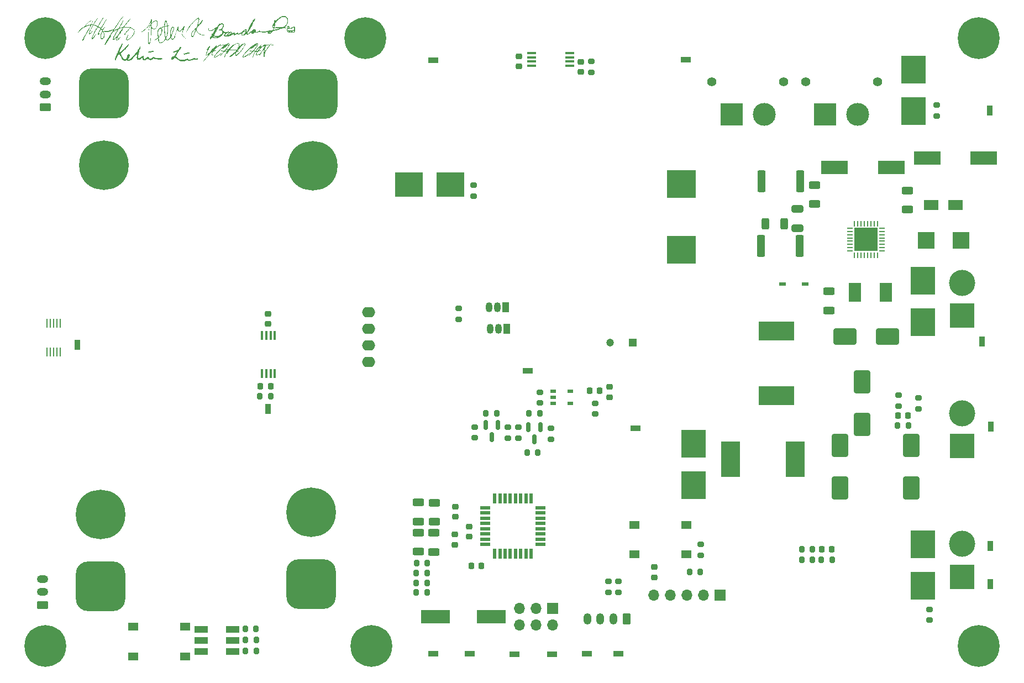
<source format=gts>
G04 #@! TF.GenerationSoftware,KiCad,Pcbnew,7.0.1*
G04 #@! TF.CreationDate,2023-09-17T03:43:03-07:00*
G04 #@! TF.ProjectId,rps01,72707330-312e-46b6-9963-61645f706362,1*
G04 #@! TF.SameCoordinates,Original*
G04 #@! TF.FileFunction,Soldermask,Top*
G04 #@! TF.FilePolarity,Negative*
%FSLAX46Y46*%
G04 Gerber Fmt 4.6, Leading zero omitted, Abs format (unit mm)*
G04 Created by KiCad (PCBNEW 7.0.1) date 2023-09-17 03:43:03*
%MOMM*%
%LPD*%
G01*
G04 APERTURE LIST*
G04 Aperture macros list*
%AMRoundRect*
0 Rectangle with rounded corners*
0 $1 Rounding radius*
0 $2 $3 $4 $5 $6 $7 $8 $9 X,Y pos of 4 corners*
0 Add a 4 corners polygon primitive as box body*
4,1,4,$2,$3,$4,$5,$6,$7,$8,$9,$2,$3,0*
0 Add four circle primitives for the rounded corners*
1,1,$1+$1,$2,$3*
1,1,$1+$1,$4,$5*
1,1,$1+$1,$6,$7*
1,1,$1+$1,$8,$9*
0 Add four rect primitives between the rounded corners*
20,1,$1+$1,$2,$3,$4,$5,0*
20,1,$1+$1,$4,$5,$6,$7,0*
20,1,$1+$1,$6,$7,$8,$9,0*
20,1,$1+$1,$8,$9,$2,$3,0*%
G04 Aperture macros list end*
%ADD10R,1.917700X2.997200*%
%ADD11R,1.111200X0.600800*%
%ADD12R,3.800000X3.800000*%
%ADD13C,4.000000*%
%ADD14RoundRect,1.900000X-1.900000X1.900000X-1.900000X-1.900000X1.900000X-1.900000X1.900000X1.900000X0*%
%ADD15C,7.600000*%
%ADD16R,1.700000X1.700000*%
%ADD17O,1.700000X1.700000*%
%ADD18R,2.000000X1.100000*%
%ADD19R,1.600200X0.812800*%
%ADD20RoundRect,0.225000X0.250000X-0.225000X0.250000X0.225000X-0.250000X0.225000X-0.250000X-0.225000X0*%
%ADD21RoundRect,0.250000X0.625000X-0.312500X0.625000X0.312500X-0.625000X0.312500X-0.625000X-0.312500X0*%
%ADD22O,2.000000X1.600000*%
%ADD23RoundRect,0.200000X0.200000X0.275000X-0.200000X0.275000X-0.200000X-0.275000X0.200000X-0.275000X0*%
%ADD24RoundRect,0.150000X-0.150000X0.587500X-0.150000X-0.587500X0.150000X-0.587500X0.150000X0.587500X0*%
%ADD25R,0.812800X1.600200*%
%ADD26RoundRect,0.200000X-0.275000X0.200000X-0.275000X-0.200000X0.275000X-0.200000X0.275000X0.200000X0*%
%ADD27RoundRect,0.225000X-0.250000X0.225000X-0.250000X-0.225000X0.250000X-0.225000X0.250000X0.225000X0*%
%ADD28R,4.241800X3.810000*%
%ADD29RoundRect,0.250000X0.625000X-0.350000X0.625000X0.350000X-0.625000X0.350000X-0.625000X-0.350000X0*%
%ADD30O,1.750000X1.200000*%
%ADD31RoundRect,0.200000X-0.200000X-0.275000X0.200000X-0.275000X0.200000X0.275000X-0.200000X0.275000X0*%
%ADD32RoundRect,0.250000X-0.362500X-1.425000X0.362500X-1.425000X0.362500X1.425000X-0.362500X1.425000X0*%
%ADD33RoundRect,0.225000X-0.225000X-0.250000X0.225000X-0.250000X0.225000X0.250000X-0.225000X0.250000X0*%
%ADD34RoundRect,0.250000X1.000000X-1.500000X1.000000X1.500000X-1.000000X1.500000X-1.000000X-1.500000X0*%
%ADD35R,1.050000X1.500000*%
%ADD36O,1.050000X1.500000*%
%ADD37R,0.804800X0.249200*%
%ADD38R,0.249200X0.804800*%
%ADD39R,3.550000X3.550000*%
%ADD40RoundRect,0.250000X1.500000X1.000000X-1.500000X1.000000X-1.500000X-1.000000X1.500000X-1.000000X0*%
%ADD41R,2.184400X1.625600*%
%ADD42R,3.810000X4.241800*%
%ADD43RoundRect,0.250000X-0.625000X0.312500X-0.625000X-0.312500X0.625000X-0.312500X0.625000X0.312500X0*%
%ADD44R,0.279400X1.333500*%
%ADD45C,1.400000*%
%ADD46R,3.500000X3.500000*%
%ADD47C,3.500000*%
%ADD48C,0.800000*%
%ADD49C,6.400000*%
%ADD50RoundRect,1.900000X1.900000X-1.900000X1.900000X1.900000X-1.900000X1.900000X-1.900000X-1.900000X0*%
%ADD51R,1.600000X0.550000*%
%ADD52R,0.550000X1.600000*%
%ADD53RoundRect,0.225000X0.225000X0.250000X-0.225000X0.250000X-0.225000X-0.250000X0.225000X-0.250000X0*%
%ADD54R,0.952500X0.508000*%
%ADD55R,0.355600X1.473200*%
%ADD56RoundRect,0.200000X0.275000X-0.200000X0.275000X0.200000X-0.275000X0.200000X-0.275000X-0.200000X0*%
%ADD57R,2.560396X2.499995*%
%ADD58R,4.100000X2.000000*%
%ADD59RoundRect,0.250000X0.650000X-0.325000X0.650000X0.325000X-0.650000X0.325000X-0.650000X-0.325000X0*%
%ADD60R,4.521200X4.241800*%
%ADD61RoundRect,0.250000X-0.312500X-0.625000X0.312500X-0.625000X0.312500X0.625000X-0.312500X0.625000X0*%
%ADD62R,2.895600X5.410200*%
%ADD63R,5.410200X2.895600*%
%ADD64R,1.550000X1.300000*%
%ADD65RoundRect,0.250000X0.350000X0.625000X-0.350000X0.625000X-0.350000X-0.625000X0.350000X-0.625000X0*%
%ADD66O,1.200000X1.750000*%
%ADD67R,1.473200X0.355600*%
%ADD68R,1.200000X1.200000*%
%ADD69C,1.200000*%
%ADD70R,4.500000X2.000000*%
G04 APERTURE END LIST*
G36*
X74430564Y-36409953D02*
G01*
X74522528Y-36409953D01*
X74523889Y-36481629D01*
X74530589Y-36515744D01*
X74546553Y-36521368D01*
X74566866Y-36512395D01*
X74608698Y-36503431D01*
X74690300Y-36497782D01*
X74804898Y-36495705D01*
X74945714Y-36497454D01*
X74955587Y-36497706D01*
X75094447Y-36500563D01*
X75194015Y-36500349D01*
X75261576Y-36496565D01*
X75304415Y-36488710D01*
X75329817Y-36476284D01*
X75335090Y-36471626D01*
X75381808Y-36448183D01*
X75456285Y-36450280D01*
X75459500Y-36450784D01*
X75548790Y-36465062D01*
X75548790Y-36266531D01*
X75548790Y-36068000D01*
X75470071Y-36068000D01*
X75388893Y-36072692D01*
X75318464Y-36082578D01*
X75268241Y-36098683D01*
X75248501Y-36130535D01*
X75245576Y-36175874D01*
X75245576Y-36254593D01*
X75099800Y-36259470D01*
X75006301Y-36262376D01*
X74918578Y-36264740D01*
X74872390Y-36265737D01*
X74807881Y-36272105D01*
X74761490Y-36285700D01*
X74759362Y-36286945D01*
X74717317Y-36288601D01*
X74690911Y-36269704D01*
X74666716Y-36230510D01*
X74678031Y-36182915D01*
X74679673Y-36179478D01*
X74699505Y-36121972D01*
X74716332Y-36045988D01*
X74719245Y-36027183D01*
X74724559Y-35962575D01*
X74715498Y-35933082D01*
X74699642Y-35928055D01*
X74630429Y-35942904D01*
X74596509Y-35987964D01*
X74592500Y-36020915D01*
X74584607Y-36084009D01*
X74564929Y-36162135D01*
X74557514Y-36184621D01*
X74536594Y-36269125D01*
X74524091Y-36368302D01*
X74522528Y-36409953D01*
X74430564Y-36409953D01*
X74435383Y-36322372D01*
X74446371Y-36238362D01*
X74455901Y-36196283D01*
X74474296Y-36116251D01*
X74490826Y-36019708D01*
X74496588Y-35975308D01*
X74510866Y-35847630D01*
X74614714Y-35829943D01*
X74696944Y-35823101D01*
X74756019Y-35838200D01*
X74774131Y-35848666D01*
X74805341Y-35874222D01*
X74820789Y-35907468D01*
X74824384Y-35962678D01*
X74821890Y-36022978D01*
X74821377Y-36112294D01*
X74835291Y-36161770D01*
X74867928Y-36177102D01*
X74923584Y-36163986D01*
X74927219Y-36162620D01*
X74982630Y-36147000D01*
X75014482Y-36143625D01*
X75084375Y-36141801D01*
X75119136Y-36123124D01*
X75128938Y-36081865D01*
X75128955Y-36079162D01*
X75139378Y-36035165D01*
X75175638Y-36003013D01*
X75245226Y-35978253D01*
X75327211Y-35961249D01*
X75411109Y-35950830D01*
X75498581Y-35946739D01*
X75575259Y-35948888D01*
X75626777Y-35957187D01*
X75638191Y-35963166D01*
X75645892Y-35994074D01*
X75650634Y-36061378D01*
X75652630Y-36154932D01*
X75652089Y-36264592D01*
X75649222Y-36380212D01*
X75644240Y-36491648D01*
X75637354Y-36588755D01*
X75628774Y-36661387D01*
X75623129Y-36688217D01*
X75575482Y-36790127D01*
X75505327Y-36853738D01*
X75417909Y-36876580D01*
X75318476Y-36856183D01*
X75292225Y-36843971D01*
X75241313Y-36821152D01*
X75195034Y-36813359D01*
X75135306Y-36819690D01*
X75071703Y-36832964D01*
X74964011Y-36850241D01*
X74893713Y-36845657D01*
X74885110Y-36842424D01*
X74820777Y-36832941D01*
X74782998Y-36840816D01*
X74695539Y-36849456D01*
X74586971Y-36820269D01*
X74540021Y-36798839D01*
X74493485Y-36764195D01*
X74476816Y-36712540D01*
X74475879Y-36686868D01*
X74474437Y-36673462D01*
X74571546Y-36673462D01*
X74587077Y-36697254D01*
X74602789Y-36709858D01*
X74669482Y-36740024D01*
X74719357Y-36738677D01*
X74924251Y-36738677D01*
X74954852Y-36737586D01*
X74956327Y-36737171D01*
X75010878Y-36723559D01*
X75076476Y-36709302D01*
X75137001Y-36688280D01*
X75146232Y-36675180D01*
X75292225Y-36675180D01*
X75311638Y-36721612D01*
X75358756Y-36747285D01*
X75416892Y-36745780D01*
X75443832Y-36733506D01*
X75480596Y-36695368D01*
X75490480Y-36665752D01*
X75481655Y-36632803D01*
X75472987Y-36627780D01*
X75439691Y-36627780D01*
X75381553Y-36627780D01*
X75373859Y-36627780D01*
X75317707Y-36632919D01*
X75295005Y-36653189D01*
X75292225Y-36675180D01*
X75146232Y-36675180D01*
X75154694Y-36663170D01*
X75132047Y-36640936D01*
X75071548Y-36628540D01*
X75047321Y-36627780D01*
X74984721Y-36632034D01*
X74947175Y-36642799D01*
X74942362Y-36649196D01*
X74934668Y-36687858D01*
X74927172Y-36710198D01*
X74924251Y-36738677D01*
X74719357Y-36738677D01*
X74736464Y-36738215D01*
X74774428Y-36716412D01*
X74802853Y-36671915D01*
X74787927Y-36641691D01*
X74731504Y-36628491D01*
X74714952Y-36628137D01*
X74647588Y-36634390D01*
X74597026Y-36649250D01*
X74592500Y-36651904D01*
X74571546Y-36673462D01*
X74474437Y-36673462D01*
X74469654Y-36628983D01*
X74454474Y-36594249D01*
X74452555Y-36592794D01*
X74438870Y-36561457D01*
X74431521Y-36497132D01*
X74430395Y-36413033D01*
X74430564Y-36409953D01*
G37*
G36*
X72470977Y-35063937D02*
G01*
X72565441Y-35063937D01*
X72570898Y-35115113D01*
X72573121Y-35124344D01*
X72588442Y-35165438D01*
X72609642Y-35166918D01*
X72623159Y-35157072D01*
X72644827Y-35130851D01*
X72633076Y-35101953D01*
X72618453Y-35084899D01*
X72581504Y-35053682D01*
X72565441Y-35063937D01*
X72470977Y-35063937D01*
X72470673Y-35042436D01*
X72474396Y-34984525D01*
X72485579Y-34951057D01*
X72506637Y-34930968D01*
X72518182Y-34924297D01*
X72555972Y-34911173D01*
X72590747Y-34923429D01*
X72636937Y-34964666D01*
X72704633Y-35032361D01*
X72894393Y-34849362D01*
X73062307Y-34699699D01*
X73236435Y-34566791D01*
X73407866Y-34456550D01*
X73567690Y-34374887D01*
X73663270Y-34339278D01*
X73798736Y-34310260D01*
X73946097Y-34298653D01*
X74090486Y-34304120D01*
X74217035Y-34326323D01*
X74290758Y-34353485D01*
X74405319Y-34431047D01*
X74492143Y-34535751D01*
X74552705Y-34671029D01*
X74588475Y-34840314D01*
X74600926Y-35047037D01*
X74600909Y-35076724D01*
X74583435Y-35301331D01*
X74532770Y-35495737D01*
X74446758Y-35664569D01*
X74323242Y-35812454D01*
X74214981Y-35904731D01*
X74075725Y-36009690D01*
X74192237Y-36028655D01*
X74273722Y-36051005D01*
X74321415Y-36083464D01*
X74330370Y-36121382D01*
X74315426Y-36144487D01*
X74284442Y-36153734D01*
X74217142Y-36162055D01*
X74123859Y-36168467D01*
X74028940Y-36171742D01*
X73919415Y-36174808D01*
X73833063Y-36180854D01*
X73756397Y-36192586D01*
X73675929Y-36212710D01*
X73578175Y-36243931D01*
X73456059Y-36286673D01*
X73264388Y-36350946D01*
X73045155Y-36418066D01*
X72816230Y-36482960D01*
X72595483Y-36540557D01*
X72406586Y-36584547D01*
X72326834Y-36607199D01*
X72269255Y-36642176D01*
X72213174Y-36702768D01*
X72203387Y-36715177D01*
X72090314Y-36840203D01*
X71971960Y-36926495D01*
X71836350Y-36981482D01*
X71739584Y-37002903D01*
X71635177Y-37009086D01*
X71548454Y-36992266D01*
X71491233Y-36955041D01*
X71485389Y-36947028D01*
X71467655Y-36879810D01*
X71470641Y-36866050D01*
X71607009Y-36866050D01*
X71626818Y-36882360D01*
X71678228Y-36883811D01*
X71749214Y-36872060D01*
X71827749Y-36848761D01*
X71875236Y-36829113D01*
X71939448Y-36794183D01*
X71998792Y-36754101D01*
X72044708Y-36716041D01*
X72068635Y-36687176D01*
X72062011Y-36674683D01*
X72059614Y-36674606D01*
X72001334Y-36683583D01*
X71922415Y-36706629D01*
X71833975Y-36739042D01*
X71747133Y-36776118D01*
X71673008Y-36813156D01*
X71622719Y-36845451D01*
X71607009Y-36866050D01*
X71470641Y-36866050D01*
X71484131Y-36803877D01*
X71519543Y-36749837D01*
X71572023Y-36693956D01*
X71502050Y-36710119D01*
X71444707Y-36723884D01*
X71359906Y-36744837D01*
X71265382Y-36768595D01*
X71259590Y-36770064D01*
X71095842Y-36804891D01*
X70938246Y-36825990D01*
X70797385Y-36832636D01*
X70683840Y-36824105D01*
X70636962Y-36812712D01*
X70558801Y-36795733D01*
X70463400Y-36787735D01*
X70417119Y-36788177D01*
X70329652Y-36787736D01*
X70269571Y-36772887D01*
X70227344Y-36746622D01*
X70166209Y-36698534D01*
X70105083Y-36746615D01*
X70024216Y-36794650D01*
X69917186Y-36838212D01*
X69804415Y-36870379D01*
X69706322Y-36884233D01*
X69698626Y-36884345D01*
X69611543Y-36867799D01*
X69553445Y-36821879D01*
X69531207Y-36752166D01*
X69531159Y-36748395D01*
X69525724Y-36708330D01*
X69517229Y-36697752D01*
X69495720Y-36713795D01*
X69452958Y-36755778D01*
X69400252Y-36812366D01*
X69299895Y-36910782D01*
X69201794Y-36982960D01*
X69111822Y-37026389D01*
X69035853Y-37038556D01*
X68979764Y-37016948D01*
X68964496Y-36998745D01*
X68950073Y-36944884D01*
X68969106Y-36878161D01*
X69001326Y-36828816D01*
X69181297Y-36828816D01*
X69196003Y-36824876D01*
X69233581Y-36794980D01*
X69262582Y-36768063D01*
X69307645Y-36720647D01*
X69332162Y-36687348D01*
X69333601Y-36679013D01*
X69313091Y-36687214D01*
X69275020Y-36718632D01*
X69231975Y-36760886D01*
X69196543Y-36801596D01*
X69181310Y-36828381D01*
X69181297Y-36828816D01*
X69001326Y-36828816D01*
X69023540Y-36794796D01*
X69115319Y-36691008D01*
X69131005Y-36674892D01*
X69200377Y-36603595D01*
X69242887Y-36557864D01*
X69257142Y-36538471D01*
X69241747Y-36546192D01*
X69195309Y-36581799D01*
X69116434Y-36646069D01*
X69003727Y-36739774D01*
X68983042Y-36757065D01*
X68857032Y-36859245D01*
X68731943Y-36954896D01*
X68614160Y-37039652D01*
X68510064Y-37109147D01*
X68426039Y-37159016D01*
X68368467Y-37184895D01*
X68353589Y-37187559D01*
X68309320Y-37166854D01*
X68273879Y-37115195D01*
X68255276Y-37048272D01*
X68257011Y-36998384D01*
X68271413Y-36926374D01*
X68189088Y-36998656D01*
X68136587Y-37041529D01*
X68097773Y-37067440D01*
X68088047Y-37070939D01*
X68062244Y-37085834D01*
X68014969Y-37124341D01*
X67971891Y-37163630D01*
X67869203Y-37242138D01*
X67763893Y-37289844D01*
X67662777Y-37307852D01*
X67572667Y-37297270D01*
X67500379Y-37259203D01*
X67452726Y-37194756D01*
X67439633Y-37122258D01*
X67572652Y-37122258D01*
X67585158Y-37169435D01*
X67587480Y-37172010D01*
X67631717Y-37186296D01*
X67706780Y-37169759D01*
X67770186Y-37143693D01*
X67838871Y-37105875D01*
X67894444Y-37064736D01*
X67904596Y-37054576D01*
X67937469Y-37005316D01*
X67972730Y-36933970D01*
X68005279Y-36853970D01*
X68030014Y-36778744D01*
X68041832Y-36721722D01*
X68039483Y-36699483D01*
X68007571Y-36687340D01*
X67947156Y-36690580D01*
X67872650Y-36706304D01*
X67798467Y-36731611D01*
X67746498Y-36758446D01*
X67695799Y-36807726D01*
X67648389Y-36880909D01*
X67608943Y-36965833D01*
X67582139Y-37050337D01*
X67572652Y-37122258D01*
X67439633Y-37122258D01*
X67436523Y-37105037D01*
X67438376Y-37077044D01*
X67444577Y-37016575D01*
X67446997Y-36981391D01*
X67446614Y-36977744D01*
X67421069Y-36985670D01*
X67364470Y-37005932D01*
X67289201Y-37033863D01*
X67207647Y-37064792D01*
X67132191Y-37094052D01*
X67075217Y-37116974D01*
X67060021Y-37123481D01*
X66974852Y-37146659D01*
X66913498Y-37131808D01*
X66879053Y-37080461D01*
X66872563Y-37030563D01*
X66870355Y-37005480D01*
X66858515Y-36996364D01*
X66828552Y-37005020D01*
X66771975Y-37033254D01*
X66714768Y-37064122D01*
X66626675Y-37113980D01*
X66544904Y-37163593D01*
X66486659Y-37202510D01*
X66485156Y-37203626D01*
X66405385Y-37247760D01*
X66344383Y-37249719D01*
X66305271Y-37211271D01*
X66291169Y-37134187D01*
X66293058Y-37094702D01*
X66294064Y-37029030D01*
X66282507Y-37001270D01*
X66260398Y-37015016D01*
X66253898Y-37024644D01*
X66224052Y-37048812D01*
X66169960Y-37077158D01*
X66160648Y-37081169D01*
X66105049Y-37109155D01*
X66025295Y-37155145D01*
X65935706Y-37210762D01*
X65904894Y-37230808D01*
X65762498Y-37317069D01*
X65636189Y-37374041D01*
X65510487Y-37406779D01*
X65369911Y-37420337D01*
X65321150Y-37421434D01*
X65210986Y-37422661D01*
X65099514Y-37424208D01*
X65010366Y-37425746D01*
X65008331Y-37425787D01*
X64930136Y-37424145D01*
X64880591Y-37411202D01*
X64842003Y-37381008D01*
X64827569Y-37364981D01*
X64790471Y-37309358D01*
X64773193Y-37258834D01*
X64773033Y-37255073D01*
X64774994Y-37246521D01*
X64920052Y-37246521D01*
X64938411Y-37282653D01*
X64993567Y-37298363D01*
X65073545Y-37299550D01*
X65158800Y-37286112D01*
X65167248Y-37283852D01*
X65210573Y-37257003D01*
X65242732Y-37198227D01*
X65243068Y-37197206D01*
X65390117Y-37197206D01*
X65402203Y-37206884D01*
X65437208Y-37197476D01*
X65500256Y-37167361D01*
X65596470Y-37114914D01*
X65630600Y-37095696D01*
X65747259Y-37029212D01*
X65828294Y-36980918D01*
X65878922Y-36946461D01*
X65904356Y-36921484D01*
X65909813Y-36901634D01*
X65900507Y-36882558D01*
X65894687Y-36875207D01*
X65861699Y-36847662D01*
X65820317Y-36842499D01*
X65761950Y-36861507D01*
X65678006Y-36906475D01*
X65642646Y-36927670D01*
X65520685Y-37011942D01*
X65439575Y-37092520D01*
X65395825Y-37170066D01*
X65390117Y-37197206D01*
X65243068Y-37197206D01*
X65254085Y-37163726D01*
X65294978Y-37075767D01*
X65361919Y-36981004D01*
X65441040Y-36896773D01*
X65508239Y-36845985D01*
X65508544Y-36840056D01*
X65471316Y-36846147D01*
X65403694Y-36862848D01*
X65356136Y-36876043D01*
X65246770Y-36910634D01*
X65168205Y-36945293D01*
X65105247Y-36987857D01*
X65060132Y-37028697D01*
X64983731Y-37113627D01*
X64936093Y-37188204D01*
X64920052Y-37246521D01*
X64774994Y-37246521D01*
X64789903Y-37181500D01*
X64835359Y-37092953D01*
X64901670Y-37003734D01*
X64919441Y-36984219D01*
X64961349Y-36934103D01*
X64968342Y-36907165D01*
X64957647Y-36900290D01*
X64912915Y-36887049D01*
X64851716Y-36867670D01*
X64851710Y-36867668D01*
X64804952Y-36856534D01*
X64768815Y-36864870D01*
X64727025Y-36899121D01*
X64698644Y-36928273D01*
X64640202Y-37004456D01*
X64589448Y-37094659D01*
X64576554Y-37125165D01*
X64509588Y-37250498D01*
X64404506Y-37365421D01*
X64257642Y-37473673D01*
X64201591Y-37507304D01*
X64016869Y-37602919D01*
X63846729Y-37666946D01*
X63676619Y-37704228D01*
X63577026Y-37715147D01*
X63439650Y-37718944D01*
X63330406Y-37703358D01*
X63233185Y-37663804D01*
X63131881Y-37595698D01*
X63117336Y-37584322D01*
X63028473Y-37513941D01*
X62905067Y-37659795D01*
X62842827Y-37731905D01*
X62788431Y-37792346D01*
X62751685Y-37830287D01*
X62746626Y-37834805D01*
X62693797Y-37860151D01*
X62640452Y-37860172D01*
X62619436Y-37848410D01*
X62602726Y-37802446D01*
X62608587Y-37732637D01*
X62634108Y-37654211D01*
X62668193Y-37593401D01*
X62762971Y-37452024D01*
X62787857Y-37409139D01*
X62930425Y-37409139D01*
X62942087Y-37420801D01*
X62953749Y-37409139D01*
X62947437Y-37402827D01*
X63140895Y-37402827D01*
X63165806Y-37446088D01*
X63232187Y-37500317D01*
X63249300Y-37511900D01*
X63323126Y-37555155D01*
X63390386Y-37576897D01*
X63474536Y-37583853D01*
X63500965Y-37584070D01*
X63609115Y-37577434D01*
X63725538Y-37560527D01*
X63780536Y-37548422D01*
X63904875Y-37506660D01*
X64041078Y-37445913D01*
X64171934Y-37374947D01*
X64280231Y-37302529D01*
X64308362Y-37279566D01*
X64388184Y-37209857D01*
X64278860Y-37281006D01*
X64137899Y-37361696D01*
X63986116Y-37429850D01*
X63836713Y-37480649D01*
X63702894Y-37509274D01*
X63640881Y-37513821D01*
X63554464Y-37505205D01*
X63450281Y-37482307D01*
X63346778Y-37450391D01*
X63262399Y-37414720D01*
X63233976Y-37397717D01*
X63186974Y-37370943D01*
X63156883Y-37365870D01*
X63155202Y-37367067D01*
X63140895Y-37402827D01*
X62947437Y-37402827D01*
X62942087Y-37397477D01*
X62930425Y-37409139D01*
X62787857Y-37409139D01*
X62831837Y-37333349D01*
X62857340Y-37275903D01*
X63038126Y-37275903D01*
X63047778Y-37280856D01*
X63067825Y-37261953D01*
X63068970Y-37254715D01*
X63279014Y-37254715D01*
X63302164Y-37288089D01*
X63353129Y-37316114D01*
X63408624Y-37338280D01*
X63509482Y-37360629D01*
X63636411Y-37365356D01*
X63772654Y-37353332D01*
X63901457Y-37325428D01*
X63946270Y-37310348D01*
X64054975Y-37259027D01*
X64181820Y-37183416D01*
X64312504Y-37092742D01*
X64431928Y-36996931D01*
X64488048Y-36941658D01*
X64517675Y-36888754D01*
X64531922Y-36816230D01*
X64534171Y-36794685D01*
X64533322Y-36676173D01*
X64501589Y-36589973D01*
X64434594Y-36530010D01*
X64327957Y-36490209D01*
X64312006Y-36486435D01*
X64214034Y-36485766D01*
X64165679Y-36503455D01*
X64088678Y-36528956D01*
X64034640Y-36519419D01*
X64008391Y-36475793D01*
X64007840Y-36472356D01*
X64021324Y-36421548D01*
X64065956Y-36376487D01*
X64126809Y-36350227D01*
X64150148Y-36347890D01*
X64207068Y-36332996D01*
X64283867Y-36293840D01*
X64367011Y-36238712D01*
X64442963Y-36175902D01*
X64462571Y-36156542D01*
X64531426Y-36064183D01*
X64584955Y-35952326D01*
X64619819Y-35833668D01*
X64632679Y-35720904D01*
X64620197Y-35626730D01*
X64608943Y-35599984D01*
X64564427Y-35561743D01*
X64493248Y-35550517D01*
X64403957Y-35562727D01*
X64305106Y-35594796D01*
X64205247Y-35643143D01*
X64112930Y-35704192D01*
X64036709Y-35774363D01*
X63985133Y-35850079D01*
X63979354Y-35863442D01*
X63949788Y-35935925D01*
X63914856Y-36018203D01*
X63907777Y-36034447D01*
X63883750Y-36084341D01*
X63843496Y-36162795D01*
X63791621Y-36261315D01*
X63732734Y-36371404D01*
X63671442Y-36484567D01*
X63612353Y-36592307D01*
X63560075Y-36686129D01*
X63519216Y-36757537D01*
X63494383Y-36798036D01*
X63491482Y-36802011D01*
X63472956Y-36831947D01*
X63438610Y-36893150D01*
X63394068Y-36975462D01*
X63363221Y-37033739D01*
X63310866Y-37136415D01*
X63282356Y-37207115D01*
X63279014Y-37254715D01*
X63068970Y-37254715D01*
X63070370Y-37245870D01*
X63065379Y-37214751D01*
X63061203Y-37210884D01*
X63046163Y-37229122D01*
X63038611Y-37245870D01*
X63038126Y-37275903D01*
X62857340Y-37275903D01*
X62872677Y-37241357D01*
X62883776Y-37187528D01*
X62894626Y-37097432D01*
X63140342Y-37097432D01*
X63149621Y-37119314D01*
X63173147Y-37104888D01*
X63204454Y-37059645D01*
X63219628Y-37030121D01*
X63250576Y-36969798D01*
X63297342Y-36884711D01*
X63351548Y-36789978D01*
X63371485Y-36756063D01*
X63440977Y-36637453D01*
X63506080Y-36523872D01*
X63563067Y-36422094D01*
X63608210Y-36338890D01*
X63637781Y-36281032D01*
X63648052Y-36255294D01*
X63647525Y-36254593D01*
X63630702Y-36271841D01*
X63592947Y-36317840D01*
X63541248Y-36383973D01*
X63519824Y-36412031D01*
X63474070Y-36477927D01*
X63418170Y-36566816D01*
X63356964Y-36669961D01*
X63295291Y-36778620D01*
X63237988Y-36884056D01*
X63189895Y-36977529D01*
X63155850Y-37050298D01*
X63140692Y-37093625D01*
X63140342Y-37097432D01*
X62894626Y-37097432D01*
X62895218Y-37092516D01*
X62927192Y-37028277D01*
X62976172Y-37001379D01*
X62983963Y-37000966D01*
X63011044Y-36994960D01*
X63038225Y-36972399D01*
X63070441Y-36926468D01*
X63112627Y-36850353D01*
X63158382Y-36760108D01*
X63218792Y-36645022D01*
X63285362Y-36528464D01*
X63348404Y-36426965D01*
X63382969Y-36376807D01*
X63487830Y-36234364D01*
X63273269Y-36365250D01*
X63076834Y-36474112D01*
X62897858Y-36551055D01*
X62740669Y-36594436D01*
X62644361Y-36603964D01*
X62566284Y-36598399D01*
X62507574Y-36574386D01*
X62448935Y-36527205D01*
X62393051Y-36467050D01*
X62364796Y-36405450D01*
X62353570Y-36334747D01*
X62350284Y-36258934D01*
X62361414Y-36211602D01*
X62389823Y-36176711D01*
X62443902Y-36146501D01*
X62495083Y-36146488D01*
X62527247Y-36176429D01*
X62528094Y-36178790D01*
X62517505Y-36202546D01*
X62491705Y-36207945D01*
X62445175Y-36224572D01*
X62428477Y-36275464D01*
X62433963Y-36331281D01*
X62468154Y-36412536D01*
X62528973Y-36475892D01*
X62603160Y-36508981D01*
X62626833Y-36511159D01*
X62700494Y-36501427D01*
X62797878Y-36476125D01*
X62901264Y-36441094D01*
X62992932Y-36402176D01*
X63043565Y-36373792D01*
X63094621Y-36340903D01*
X63170024Y-36294409D01*
X63253799Y-36244156D01*
X63256963Y-36242286D01*
X63466026Y-36105225D01*
X63640532Y-35958458D01*
X63792542Y-35790571D01*
X63915509Y-35619010D01*
X63966387Y-35552620D01*
X64011707Y-35514157D01*
X64030588Y-35508221D01*
X64066317Y-35517811D01*
X64073308Y-35529369D01*
X64092788Y-35531216D01*
X64144276Y-35516742D01*
X64217343Y-35488993D01*
X64230746Y-35483351D01*
X64382014Y-35432097D01*
X64511435Y-35415892D01*
X64615742Y-35434891D01*
X64664366Y-35462823D01*
X64725079Y-35538679D01*
X64757162Y-35641951D01*
X64761804Y-35764180D01*
X64740191Y-35896908D01*
X64693511Y-36031677D01*
X64622953Y-36160028D01*
X64554096Y-36248072D01*
X64496087Y-36313089D01*
X64465996Y-36353485D01*
X64459714Y-36378555D01*
X64473131Y-36397595D01*
X64484123Y-36406387D01*
X64524992Y-36432773D01*
X64544926Y-36440445D01*
X64565368Y-36459396D01*
X64597892Y-36506543D01*
X64614898Y-36535238D01*
X64660666Y-36600021D01*
X64700236Y-36620486D01*
X64707075Y-36619531D01*
X64747935Y-36629019D01*
X64799163Y-36665781D01*
X64809672Y-36676153D01*
X64901261Y-36738600D01*
X64992251Y-36766934D01*
X65067291Y-36779103D01*
X65123801Y-36775601D01*
X65185009Y-36753045D01*
X65225975Y-36732881D01*
X65321689Y-36694716D01*
X65414053Y-36676025D01*
X65494399Y-36676096D01*
X65554057Y-36694216D01*
X65584355Y-36729674D01*
X65584040Y-36762292D01*
X65579702Y-36788249D01*
X65591739Y-36792884D01*
X65629251Y-36775223D01*
X65668161Y-36753299D01*
X65737775Y-36719829D01*
X65800062Y-36700176D01*
X65818322Y-36698033D01*
X65908116Y-36717307D01*
X65985432Y-36768848D01*
X66038371Y-36841800D01*
X66055342Y-36914321D01*
X66059389Y-36958802D01*
X66078636Y-36965373D01*
X66108340Y-36951718D01*
X66159747Y-36918591D01*
X66222008Y-36870676D01*
X66237435Y-36857601D01*
X66317749Y-36804226D01*
X66382370Y-36793352D01*
X66427052Y-36822793D01*
X66447547Y-36890366D01*
X66444576Y-36964158D01*
X66430528Y-37066644D01*
X66563902Y-36996596D01*
X66651661Y-36946757D01*
X66737008Y-36892275D01*
X66783373Y-36858799D01*
X66842563Y-36818092D01*
X66892107Y-36793930D01*
X66906402Y-36791049D01*
X66941828Y-36812054D01*
X66970958Y-36865793D01*
X66987311Y-36938353D01*
X66988827Y-36968036D01*
X66992422Y-37007331D01*
X67011968Y-37009382D01*
X67041306Y-36992484D01*
X67094239Y-36966110D01*
X67169918Y-36935969D01*
X67211830Y-36921564D01*
X67392355Y-36839949D01*
X67568073Y-36713695D01*
X67694249Y-36591678D01*
X67741741Y-36546145D01*
X67913905Y-36546145D01*
X68005314Y-36560329D01*
X68067093Y-36570150D01*
X68106948Y-36576920D01*
X68111498Y-36577822D01*
X68125951Y-36560409D01*
X68138594Y-36516990D01*
X68145001Y-36467722D01*
X68142814Y-36444632D01*
X68119314Y-36449469D01*
X68067641Y-36470704D01*
X68024309Y-36491280D01*
X67913905Y-36546145D01*
X67741741Y-36546145D01*
X67802884Y-36487523D01*
X67911190Y-36407322D01*
X68014012Y-36352344D01*
X68106194Y-36323858D01*
X68182581Y-36323132D01*
X68238017Y-36351435D01*
X68267347Y-36410034D01*
X68270631Y-36449874D01*
X68261267Y-36519995D01*
X68239437Y-36600425D01*
X68233746Y-36616118D01*
X68207583Y-36690155D01*
X68187908Y-36756132D01*
X68185136Y-36767725D01*
X68179409Y-36800878D01*
X68187271Y-36807003D01*
X68216113Y-36784121D01*
X68253004Y-36749537D01*
X68307569Y-36683747D01*
X68361123Y-36596947D01*
X68388528Y-36539620D01*
X68416019Y-36479210D01*
X68462307Y-36384646D01*
X68523825Y-36262710D01*
X68597007Y-36120185D01*
X68678285Y-35963854D01*
X68764091Y-35800500D01*
X68850860Y-35636906D01*
X68935024Y-35479855D01*
X69013015Y-35336130D01*
X69081268Y-35212513D01*
X69136214Y-35115787D01*
X69146946Y-35097461D01*
X69247522Y-34936573D01*
X69333413Y-34819575D01*
X69404874Y-34746169D01*
X69462161Y-34716054D01*
X69471915Y-34715199D01*
X69519797Y-34728940D01*
X69539943Y-34751095D01*
X69543695Y-34762974D01*
X69544146Y-34777261D01*
X69539158Y-34798592D01*
X69526591Y-34831605D01*
X69504308Y-34880937D01*
X69470170Y-34951223D01*
X69422038Y-35047102D01*
X69357774Y-35173211D01*
X69275239Y-35334185D01*
X69233781Y-35414924D01*
X69125232Y-35626388D01*
X69035386Y-35801222D01*
X68961482Y-35944210D01*
X68900759Y-36060141D01*
X68850456Y-36153798D01*
X68807813Y-36229969D01*
X68770069Y-36293440D01*
X68734462Y-36348997D01*
X68698232Y-36401425D01*
X68658617Y-36455511D01*
X68612857Y-36516041D01*
X68558191Y-36587801D01*
X68554030Y-36593276D01*
X68477828Y-36710588D01*
X68421715Y-36831351D01*
X68391684Y-36941452D01*
X68388276Y-36983639D01*
X68390641Y-37011455D01*
X68405412Y-37014919D01*
X68444105Y-36993653D01*
X68464079Y-36981148D01*
X68585737Y-36898617D01*
X68726177Y-36793694D01*
X68871389Y-36677167D01*
X68983042Y-36581545D01*
X69088635Y-36494720D01*
X69198801Y-36415533D01*
X69304453Y-36349530D01*
X69396503Y-36302256D01*
X69465863Y-36279256D01*
X69480629Y-36277918D01*
X69535146Y-36299722D01*
X69584298Y-36359067D01*
X69623348Y-36446847D01*
X69647556Y-36553958D01*
X69652438Y-36607965D01*
X69659442Y-36756063D01*
X69739093Y-36749621D01*
X69858176Y-36722264D01*
X69983898Y-36663501D01*
X70098018Y-36582027D01*
X70167597Y-36532042D01*
X70219981Y-36522969D01*
X70260956Y-36555127D01*
X70281478Y-36592139D01*
X70300641Y-36624747D01*
X70328931Y-36642477D01*
X70379308Y-36649777D01*
X70453359Y-36651104D01*
X70548216Y-36657258D01*
X70638807Y-36673105D01*
X70686234Y-36687814D01*
X70732966Y-36703641D01*
X70784721Y-36711822D01*
X70847998Y-36711559D01*
X70929301Y-36702053D01*
X71015721Y-36686090D01*
X71583685Y-36686090D01*
X71595347Y-36697752D01*
X71607009Y-36686090D01*
X71595347Y-36674428D01*
X71583685Y-36686090D01*
X71015721Y-36686090D01*
X71035129Y-36682505D01*
X71171986Y-36652116D01*
X71346372Y-36610087D01*
X71373767Y-36603324D01*
X71540686Y-36562271D01*
X71668217Y-36531811D01*
X71762184Y-36511052D01*
X71828410Y-36499101D01*
X71872721Y-36495065D01*
X71900941Y-36498052D01*
X71918892Y-36507168D01*
X71929644Y-36518119D01*
X71957065Y-36537532D01*
X72001902Y-36540024D01*
X72068093Y-36528870D01*
X72140378Y-36511477D01*
X72190848Y-36489195D01*
X72229988Y-36452440D01*
X72249112Y-36422070D01*
X72396723Y-36422070D01*
X72397093Y-36441187D01*
X72425107Y-36435568D01*
X72489293Y-36420181D01*
X72580740Y-36397233D01*
X72690534Y-36368929D01*
X72716506Y-36362139D01*
X72879568Y-36318886D01*
X73034040Y-36276945D01*
X73173898Y-36238045D01*
X73293117Y-36203912D01*
X73385671Y-36176273D01*
X73445535Y-36156855D01*
X73466683Y-36147385D01*
X73466573Y-36147154D01*
X73442564Y-36146468D01*
X73379693Y-36148220D01*
X73285666Y-36152101D01*
X73168186Y-36157801D01*
X73064501Y-36163349D01*
X72926916Y-36170026D01*
X72799891Y-36174403D01*
X72693200Y-36176277D01*
X72616611Y-36175448D01*
X72586623Y-36173224D01*
X72542086Y-36168630D01*
X72512225Y-36177119D01*
X72487132Y-36207460D01*
X72456897Y-36268426D01*
X72442141Y-36301132D01*
X72412900Y-36371743D01*
X72396723Y-36422070D01*
X72249112Y-36422070D01*
X72268281Y-36391629D01*
X72311856Y-36306034D01*
X72351425Y-36219097D01*
X72366904Y-36166656D01*
X72359597Y-36144081D01*
X72357736Y-36143312D01*
X72321563Y-36122646D01*
X72269934Y-36084201D01*
X72259223Y-36075358D01*
X72236118Y-36051914D01*
X72556750Y-36051914D01*
X72822421Y-36037053D01*
X72947457Y-36030417D01*
X73101146Y-36022800D01*
X73265531Y-36015065D01*
X73422654Y-36008073D01*
X73449617Y-36006925D01*
X73601520Y-35999641D01*
X73717321Y-35990271D01*
X73807553Y-35975553D01*
X73882746Y-35952228D01*
X73953434Y-35917036D01*
X74030146Y-35866718D01*
X74122606Y-35798622D01*
X74242151Y-35696712D01*
X74327210Y-35592292D01*
X74388384Y-35470883D01*
X74412081Y-35403262D01*
X74454827Y-35228784D01*
X74466621Y-35062999D01*
X74453441Y-34908036D01*
X74423920Y-34748718D01*
X74383220Y-34629802D01*
X74325914Y-34545401D01*
X74246578Y-34489626D01*
X74139787Y-34456587D01*
X74024135Y-34442039D01*
X73847734Y-34446374D01*
X73670669Y-34487250D01*
X73489704Y-34566276D01*
X73301603Y-34685064D01*
X73103129Y-34845225D01*
X72975462Y-34964046D01*
X72892715Y-35046679D01*
X72840208Y-35105359D01*
X72813015Y-35146791D01*
X72806212Y-35177674D01*
X72808793Y-35190876D01*
X72831930Y-35279745D01*
X72838413Y-35345019D01*
X72830214Y-35381702D01*
X72809303Y-35384799D01*
X72777650Y-35349316D01*
X72759091Y-35316864D01*
X72720444Y-35242128D01*
X72668023Y-35307869D01*
X72643852Y-35344486D01*
X72626833Y-35389806D01*
X72614810Y-35454142D01*
X72605623Y-35547808D01*
X72599905Y-35633340D01*
X72592201Y-35747580D01*
X72583702Y-35852445D01*
X72575584Y-35934384D01*
X72570478Y-35972491D01*
X72556750Y-36051914D01*
X72236118Y-36051914D01*
X72215504Y-36030997D01*
X72195228Y-35982225D01*
X72190729Y-35917378D01*
X72312916Y-35917378D01*
X72331044Y-35958266D01*
X72355093Y-35980780D01*
X72393134Y-36004885D01*
X72421034Y-36002527D01*
X72441674Y-35968763D01*
X72457932Y-35898645D01*
X72472690Y-35787229D01*
X72473836Y-35776902D01*
X72482891Y-35682398D01*
X72487907Y-35604496D01*
X72488175Y-35555663D01*
X72486876Y-35547297D01*
X72472357Y-35548171D01*
X72445186Y-35581687D01*
X72410995Y-35637571D01*
X72375415Y-35705547D01*
X72344075Y-35775340D01*
X72322607Y-35836676D01*
X72318361Y-35854808D01*
X72312916Y-35917378D01*
X72190729Y-35917378D01*
X72190119Y-35908587D01*
X72190113Y-35904591D01*
X72211994Y-35759435D01*
X72276414Y-35604316D01*
X72381533Y-35443659D01*
X72381803Y-35443310D01*
X72429223Y-35379980D01*
X72457168Y-35331513D01*
X72470366Y-35281798D01*
X72473542Y-35214724D01*
X72471992Y-35135856D01*
X72470977Y-35063937D01*
G37*
G36*
X53994911Y-39624649D02*
G01*
X54022610Y-39651906D01*
X54028258Y-39685165D01*
X54012742Y-39735529D01*
X53997654Y-39753694D01*
X53941429Y-39782368D01*
X53847976Y-39809963D01*
X53726883Y-39834528D01*
X53587733Y-39854112D01*
X53442722Y-39866615D01*
X53329589Y-39872214D01*
X53253891Y-39872711D01*
X53206445Y-39867322D01*
X53178066Y-39855264D01*
X53165034Y-39842930D01*
X53140927Y-39799024D01*
X53154075Y-39766575D01*
X53207382Y-39743508D01*
X53303749Y-39727748D01*
X53329761Y-39725169D01*
X53433857Y-39711727D01*
X53560448Y-39689692D01*
X53686952Y-39663126D01*
X53723926Y-39654282D01*
X53850789Y-39626366D01*
X53939377Y-39616312D01*
X53994911Y-39624649D01*
G37*
G36*
X59443055Y-39860473D02*
G01*
X59467087Y-39872842D01*
X59475982Y-39881028D01*
X59501367Y-39937460D01*
X59497782Y-39975193D01*
X59489361Y-39998177D01*
X59472834Y-40017557D01*
X59442101Y-40035497D01*
X59391062Y-40054155D01*
X59313619Y-40075694D01*
X59203670Y-40102274D01*
X59055117Y-40136056D01*
X59024045Y-40143015D01*
X58870276Y-40174999D01*
X58755163Y-40192862D01*
X58672834Y-40196941D01*
X58617413Y-40187574D01*
X58585940Y-40168182D01*
X58551293Y-40111204D01*
X58557294Y-40061693D01*
X58597923Y-40030842D01*
X58661027Y-40028621D01*
X58705396Y-40029689D01*
X58775199Y-40020160D01*
X58874773Y-39999076D01*
X59008455Y-39965477D01*
X59180584Y-39918403D01*
X59256403Y-39896946D01*
X59348663Y-39871732D01*
X59407230Y-39859839D01*
X59443055Y-39860473D01*
G37*
G36*
X56685638Y-40780245D02*
G01*
X56893438Y-40780245D01*
X56926646Y-40766466D01*
X56926986Y-40766284D01*
X56972080Y-40735242D01*
X56991162Y-40714792D01*
X56992202Y-40701083D01*
X56958994Y-40714862D01*
X56958654Y-40715044D01*
X56913560Y-40746086D01*
X56894479Y-40766535D01*
X56893438Y-40780245D01*
X56685638Y-40780245D01*
X56693234Y-40753323D01*
X56745505Y-40675357D01*
X56821920Y-40594695D01*
X56913236Y-40519671D01*
X57010209Y-40458619D01*
X57103597Y-40419872D01*
X57123882Y-40414933D01*
X57172436Y-40396048D01*
X57218584Y-40354934D01*
X57271972Y-40282403D01*
X57286416Y-40260113D01*
X57333384Y-40185159D01*
X57371186Y-40122445D01*
X57391718Y-40085414D01*
X57391827Y-40085180D01*
X57411593Y-40049650D01*
X57449459Y-39986906D01*
X57498088Y-39909042D01*
X57510465Y-39889575D01*
X57556895Y-39814735D01*
X57590412Y-39756684D01*
X57605509Y-39725116D01*
X57605587Y-39722223D01*
X57582117Y-39727162D01*
X57526145Y-39746345D01*
X57448390Y-39776018D01*
X57422728Y-39786279D01*
X57306732Y-39826248D01*
X57195869Y-39852216D01*
X57098367Y-39863621D01*
X57022454Y-39859902D01*
X56976355Y-39840496D01*
X56966230Y-39817452D01*
X56983031Y-39779828D01*
X57038219Y-39754438D01*
X57048166Y-39751840D01*
X57174937Y-39712156D01*
X57334763Y-39648279D01*
X57522087Y-39562493D01*
X57590783Y-39528875D01*
X57686000Y-39480385D01*
X57750380Y-39441808D01*
X57795360Y-39402932D01*
X57832376Y-39353544D01*
X57872865Y-39283431D01*
X57879776Y-39270805D01*
X57953636Y-39145082D01*
X58016206Y-39061506D01*
X58070767Y-39017730D01*
X58120602Y-39011406D01*
X58168991Y-39040187D01*
X58182659Y-39054141D01*
X58206096Y-39084225D01*
X58211860Y-39114032D01*
X58199721Y-39159625D01*
X58180435Y-39209569D01*
X58139485Y-39286737D01*
X58078682Y-39373155D01*
X58027639Y-39432363D01*
X57966173Y-39504695D01*
X57894629Y-39601804D01*
X57824919Y-39707133D01*
X57798381Y-39750990D01*
X57732605Y-39862654D01*
X57654575Y-39993938D01*
X57576410Y-40124491D01*
X57536740Y-40190286D01*
X57395260Y-40424148D01*
X57590874Y-40613275D01*
X57762708Y-40761716D01*
X57934624Y-40871658D01*
X58118588Y-40949889D01*
X58249195Y-40986690D01*
X58384449Y-41012742D01*
X58496359Y-41017948D01*
X58603986Y-41001308D01*
X58726389Y-40961825D01*
X58726778Y-40961678D01*
X58873551Y-40906724D01*
X58983459Y-40866832D01*
X59063331Y-40840242D01*
X59120000Y-40825198D01*
X59160294Y-40819940D01*
X59191043Y-40822712D01*
X59219079Y-40831755D01*
X59223915Y-40833727D01*
X59289876Y-40872097D01*
X59344128Y-40918122D01*
X59381302Y-40950097D01*
X59424268Y-40967352D01*
X59480318Y-40969114D01*
X59556747Y-40954608D01*
X59660849Y-40923061D01*
X59799916Y-40873697D01*
X59814930Y-40868157D01*
X59981088Y-40809500D01*
X60111914Y-40770409D01*
X60214084Y-40749780D01*
X60294275Y-40746509D01*
X60359166Y-40759492D01*
X60390468Y-40773014D01*
X60455944Y-40796144D01*
X60532371Y-40808470D01*
X60603641Y-40809141D01*
X60653641Y-40797310D01*
X60665032Y-40787484D01*
X60701864Y-40765795D01*
X60753121Y-40771875D01*
X60795264Y-40800968D01*
X60812907Y-40835186D01*
X60802162Y-40875836D01*
X60788410Y-40900461D01*
X60723835Y-40965686D01*
X60630559Y-41005271D01*
X60520225Y-41017340D01*
X60404472Y-41000020D01*
X60334717Y-40973519D01*
X60235426Y-40925453D01*
X59946911Y-41042556D01*
X59768815Y-41111890D01*
X59626144Y-41159617D01*
X59512997Y-41186141D01*
X59423477Y-41191870D01*
X59351685Y-41177206D01*
X59291721Y-41142557D01*
X59240030Y-41091131D01*
X59197256Y-41046402D01*
X59164591Y-41022718D01*
X59159724Y-41021586D01*
X59130855Y-41031153D01*
X59069500Y-41057063D01*
X58985252Y-41095127D01*
X58906554Y-41132118D01*
X58795928Y-41183243D01*
X58711891Y-41216358D01*
X58639810Y-41235659D01*
X58565053Y-41245339D01*
X58499594Y-41248767D01*
X58377684Y-41246521D01*
X58258742Y-41233436D01*
X58195263Y-41220233D01*
X57956258Y-41132633D01*
X57729249Y-41003636D01*
X57523257Y-40838571D01*
X57483657Y-40799968D01*
X57298780Y-40613455D01*
X57238639Y-40694617D01*
X57164848Y-40783977D01*
X57083565Y-40866105D01*
X57004804Y-40932142D01*
X56938579Y-40973232D01*
X56914340Y-40981464D01*
X56824960Y-40980176D01*
X56747405Y-40946585D01*
X56693333Y-40888521D01*
X56674348Y-40820259D01*
X56685638Y-40780245D01*
G37*
G36*
X49916854Y-40483009D02*
G01*
X50107093Y-40483009D01*
X50107676Y-40483152D01*
X50123901Y-40464668D01*
X50150431Y-40419507D01*
X50153880Y-40412922D01*
X50172468Y-40366341D01*
X50170905Y-40343240D01*
X50168476Y-40342691D01*
X50146566Y-40362385D01*
X50123286Y-40410067D01*
X50122273Y-40412922D01*
X50108207Y-40461006D01*
X50107093Y-40483009D01*
X49916854Y-40483009D01*
X49923163Y-40445613D01*
X49966906Y-40324240D01*
X50029879Y-40235192D01*
X50052907Y-40213849D01*
X50127233Y-40171957D01*
X50210670Y-40155010D01*
X50284011Y-40166135D01*
X50298729Y-40173803D01*
X50344077Y-40228625D01*
X50359104Y-40311011D01*
X50345435Y-40414294D01*
X50304694Y-40531808D01*
X50238506Y-40656888D01*
X50151058Y-40779718D01*
X50098829Y-40856320D01*
X50086479Y-40909414D01*
X50114343Y-40940561D01*
X50182759Y-40951323D01*
X50187988Y-40951355D01*
X50239738Y-40945712D01*
X50294569Y-40926515D01*
X50356731Y-40890360D01*
X50430476Y-40833844D01*
X50520056Y-40753565D01*
X50629723Y-40646119D01*
X50763728Y-40508104D01*
X50833475Y-40434724D01*
X51097226Y-40147099D01*
X51322741Y-39881965D01*
X51511610Y-39637193D01*
X51665422Y-39410657D01*
X51785767Y-39200227D01*
X51839269Y-39088323D01*
X51874738Y-39014805D01*
X51903277Y-38976597D01*
X51933027Y-38964683D01*
X51950071Y-38965647D01*
X51986612Y-38981592D01*
X52004850Y-39019397D01*
X52004376Y-39083413D01*
X51984783Y-39177993D01*
X51945660Y-39307486D01*
X51907592Y-39417991D01*
X51834997Y-39624894D01*
X51777842Y-39796069D01*
X51734294Y-39939309D01*
X51702518Y-40062401D01*
X51680681Y-40173138D01*
X51666947Y-40279308D01*
X51659483Y-40388703D01*
X51656803Y-40483152D01*
X51655167Y-40604446D01*
X51655683Y-40686771D01*
X51659619Y-40737968D01*
X51668240Y-40765882D01*
X51682814Y-40778354D01*
X51704606Y-40783227D01*
X51705281Y-40783323D01*
X51747601Y-40774801D01*
X51813148Y-40738618D01*
X51905742Y-40672467D01*
X51963359Y-40627446D01*
X52094158Y-40526895D01*
X52197607Y-40456683D01*
X52279300Y-40413878D01*
X52344830Y-40395547D01*
X52399611Y-40398713D01*
X52453488Y-40428791D01*
X52487656Y-40490138D01*
X52504223Y-40587938D01*
X52506599Y-40661791D01*
X52515137Y-40776797D01*
X52541028Y-40849149D01*
X52584691Y-40879843D01*
X52598522Y-40881125D01*
X52633589Y-40866643D01*
X52694255Y-40827503D01*
X52771136Y-40770167D01*
X52833487Y-40719368D01*
X52918641Y-40650673D01*
X52996799Y-40593374D01*
X53057625Y-40554748D01*
X53084581Y-40542657D01*
X53155989Y-40547701D01*
X53236094Y-40592262D01*
X53317892Y-40671749D01*
X53354994Y-40719957D01*
X53409759Y-40781043D01*
X53470538Y-40811124D01*
X53543870Y-40809798D01*
X53636297Y-40776668D01*
X53754358Y-40711334D01*
X53782452Y-40693844D01*
X53871171Y-40641910D01*
X53952004Y-40601812D01*
X54012430Y-40579474D01*
X54029886Y-40576793D01*
X54086611Y-40590135D01*
X54156285Y-40623717D01*
X54183010Y-40640933D01*
X54223436Y-40667220D01*
X54263991Y-40685948D01*
X54314403Y-40699066D01*
X54384404Y-40708525D01*
X54483722Y-40716275D01*
X54590101Y-40722514D01*
X54731554Y-40730831D01*
X54879355Y-40740374D01*
X55015457Y-40749932D01*
X55116829Y-40757868D01*
X55217113Y-40767275D01*
X55279918Y-40776745D01*
X55314492Y-40789293D01*
X55330086Y-40807934D01*
X55335075Y-40829015D01*
X55331859Y-40864837D01*
X55303915Y-40894303D01*
X55241736Y-40926841D01*
X55232146Y-40931124D01*
X55190782Y-40948369D01*
X55151511Y-40960457D01*
X55106264Y-40967766D01*
X55046971Y-40970674D01*
X54965563Y-40969561D01*
X54853971Y-40964803D01*
X54704127Y-40956780D01*
X54695336Y-40956291D01*
X54517027Y-40944926D01*
X54379477Y-40932165D01*
X54276624Y-40916529D01*
X54202405Y-40896539D01*
X54150761Y-40870716D01*
X54115627Y-40837582D01*
X54098359Y-40810652D01*
X54074590Y-40777572D01*
X54045124Y-40768517D01*
X54001438Y-40785560D01*
X53935006Y-40830775D01*
X53897048Y-40859608D01*
X53762140Y-40955194D01*
X53647926Y-41015244D01*
X53546948Y-41041633D01*
X53451750Y-41036240D01*
X53354876Y-41000940D01*
X53348422Y-40997695D01*
X53274869Y-40945402D01*
X53209093Y-40874939D01*
X53196895Y-40857234D01*
X53157694Y-40802132D01*
X53125396Y-40768705D01*
X53115436Y-40764074D01*
X53089093Y-40778878D01*
X53037610Y-40818516D01*
X52970025Y-40875821D01*
X52934985Y-40907079D01*
X52840464Y-40989496D01*
X52766967Y-41043488D01*
X52703443Y-41074737D01*
X52638840Y-41088925D01*
X52575675Y-41091816D01*
X52491469Y-41078388D01*
X52416850Y-41031730D01*
X52408841Y-41024726D01*
X52370241Y-40986562D01*
X52346423Y-40947968D01*
X52332505Y-40895147D01*
X52323604Y-40814303D01*
X52320684Y-40775639D01*
X52307613Y-40593641D01*
X52122104Y-40762302D01*
X52014120Y-40858076D01*
X51929444Y-40925185D01*
X51858517Y-40968313D01*
X51791783Y-40992144D01*
X51719685Y-41001361D01*
X51635519Y-41000767D01*
X51562555Y-40975691D01*
X51497548Y-40912071D01*
X51447403Y-40818171D01*
X51427587Y-40751927D01*
X51416310Y-40684991D01*
X51413725Y-40613789D01*
X51420286Y-40525306D01*
X51436445Y-40406526D01*
X51440504Y-40380308D01*
X51460271Y-40265337D01*
X51481902Y-40157297D01*
X51502284Y-40070963D01*
X51513687Y-40032639D01*
X51532683Y-39973090D01*
X51540835Y-39935622D01*
X51540152Y-39930285D01*
X51523506Y-39943723D01*
X51486176Y-39985778D01*
X51435797Y-40047781D01*
X51428704Y-40056834D01*
X51338652Y-40168199D01*
X51229244Y-40297225D01*
X51108495Y-40435027D01*
X50984420Y-40572719D01*
X50865034Y-40701419D01*
X50758354Y-40812242D01*
X50672393Y-40896303D01*
X50666190Y-40902030D01*
X50579841Y-40976176D01*
X50490769Y-41044382D01*
X50414413Y-41095055D01*
X50394612Y-41105966D01*
X50265020Y-41152122D01*
X50141793Y-41158802D01*
X50032318Y-41126877D01*
X49943982Y-41057215D01*
X49940025Y-41052479D01*
X49916457Y-41035529D01*
X49881996Y-41041768D01*
X49826786Y-41071125D01*
X49700562Y-41125201D01*
X49571204Y-41144677D01*
X49495077Y-41137559D01*
X49425549Y-41114488D01*
X49350011Y-41077725D01*
X49338695Y-41070983D01*
X49276030Y-41028023D01*
X49220132Y-40978451D01*
X49167314Y-40916494D01*
X49113892Y-40836375D01*
X49056180Y-40732320D01*
X48990493Y-40598555D01*
X48913146Y-40429305D01*
X48876534Y-40346785D01*
X48826026Y-40253131D01*
X48775798Y-40199079D01*
X48728834Y-40187238D01*
X48706808Y-40198535D01*
X48664178Y-40218015D01*
X48610762Y-40229422D01*
X48573381Y-40238472D01*
X48544106Y-40261820D01*
X48515335Y-40309067D01*
X48479466Y-40389815D01*
X48474735Y-40401217D01*
X48395104Y-40593254D01*
X48330745Y-40745893D01*
X48279221Y-40863080D01*
X48238095Y-40948758D01*
X48204930Y-41006872D01*
X48177288Y-41041367D01*
X48152732Y-41056187D01*
X48128826Y-41055277D01*
X48103131Y-41042581D01*
X48085702Y-41030850D01*
X48047224Y-40987865D01*
X48035263Y-40950386D01*
X48043722Y-40917638D01*
X48067145Y-40849132D01*
X48102599Y-40752373D01*
X48147152Y-40634869D01*
X48197873Y-40504126D01*
X48251827Y-40367650D01*
X48306085Y-40232947D01*
X48357712Y-40107526D01*
X48403778Y-39998891D01*
X48431378Y-39936336D01*
X48463920Y-39862275D01*
X48504378Y-39767400D01*
X48537805Y-39687208D01*
X48577622Y-39595517D01*
X48630794Y-39480433D01*
X48693678Y-39349129D01*
X48762629Y-39208779D01*
X48834005Y-39066558D01*
X48904162Y-38929638D01*
X48969456Y-38805193D01*
X49026246Y-38700397D01*
X49070887Y-38622424D01*
X49099735Y-38578447D01*
X49102655Y-38575031D01*
X49157570Y-38535611D01*
X49205846Y-38536734D01*
X49238063Y-38576313D01*
X49241882Y-38596868D01*
X49239305Y-38626796D01*
X49228899Y-38669631D01*
X49209233Y-38728904D01*
X49178874Y-38808148D01*
X49136392Y-38910893D01*
X49080354Y-39040673D01*
X49009329Y-39201020D01*
X48921885Y-39395465D01*
X48816590Y-39627540D01*
X48774196Y-39720631D01*
X48736834Y-39806041D01*
X48709505Y-39875158D01*
X48696370Y-39917158D01*
X48696035Y-39923979D01*
X48715865Y-39916817D01*
X48766522Y-39885569D01*
X48841601Y-39834537D01*
X48934695Y-39768023D01*
X49000797Y-39719298D01*
X49165072Y-39591431D01*
X49301902Y-39471634D01*
X49425603Y-39346805D01*
X49504115Y-39258661D01*
X49625765Y-39119328D01*
X49742650Y-38989257D01*
X49850059Y-38873399D01*
X49943283Y-38776707D01*
X50017612Y-38704133D01*
X50068336Y-38660628D01*
X50080310Y-38652820D01*
X50129214Y-38642832D01*
X50149600Y-38655223D01*
X50159484Y-38679140D01*
X50150698Y-38717171D01*
X50120598Y-38773747D01*
X50066541Y-38853301D01*
X49985885Y-38960265D01*
X49911137Y-39055134D01*
X49744346Y-39259193D01*
X49594677Y-39430312D01*
X49455149Y-39575690D01*
X49318782Y-39702528D01*
X49178596Y-39818026D01*
X49150834Y-39839374D01*
X48904732Y-40026655D01*
X48973483Y-40098173D01*
X49014499Y-40153373D01*
X49062895Y-40237034D01*
X49109940Y-40333658D01*
X49122327Y-40362475D01*
X49193795Y-40524350D01*
X49259291Y-40649021D01*
X49323844Y-40744790D01*
X49392481Y-40819964D01*
X49407653Y-40833708D01*
X49466828Y-40880307D01*
X49517355Y-40900204D01*
X49582344Y-40901103D01*
X49604166Y-40899204D01*
X49729002Y-40865955D01*
X49796715Y-40825599D01*
X49841946Y-40787136D01*
X49868981Y-40747940D01*
X49884735Y-40692705D01*
X49896124Y-40606126D01*
X49896198Y-40605436D01*
X49916854Y-40483009D01*
G37*
G36*
X59746902Y-37120277D02*
G01*
X59859666Y-37120277D01*
X59865571Y-37257288D01*
X59888076Y-37349641D01*
X59913935Y-37415031D01*
X59939000Y-37449695D01*
X59965505Y-37454772D01*
X59995684Y-37431401D01*
X60010801Y-37412263D01*
X60037009Y-37372056D01*
X60063048Y-37322626D01*
X60091732Y-37257864D01*
X60125873Y-37171659D01*
X60145286Y-37120171D01*
X60183862Y-37016762D01*
X60213788Y-36936721D01*
X60237568Y-36873412D01*
X60257707Y-36820201D01*
X60276709Y-36770451D01*
X60297078Y-36717528D01*
X60305377Y-36696038D01*
X60352963Y-36572507D01*
X60389778Y-36475567D01*
X60416738Y-36402010D01*
X60434759Y-36348624D01*
X60444756Y-36312201D01*
X60447646Y-36289531D01*
X60444344Y-36277406D01*
X60435765Y-36272615D01*
X60426402Y-36271904D01*
X60403451Y-36283409D01*
X60364325Y-36314899D01*
X60313420Y-36361836D01*
X60255136Y-36419683D01*
X60193872Y-36483902D01*
X60134024Y-36549957D01*
X60079992Y-36613309D01*
X60036174Y-36669421D01*
X60023026Y-36688035D01*
X59938760Y-36833853D01*
X59884185Y-36978533D01*
X59859666Y-37120277D01*
X59746902Y-37120277D01*
X59755857Y-37031442D01*
X59760052Y-37012642D01*
X59787700Y-36928713D01*
X59829552Y-36832764D01*
X59879761Y-36736254D01*
X59932479Y-36650644D01*
X59970554Y-36600008D01*
X60014317Y-36551647D01*
X60075545Y-36487982D01*
X60148501Y-36414591D01*
X60227449Y-36337052D01*
X60306655Y-36260944D01*
X60380382Y-36191846D01*
X60442895Y-36135335D01*
X60484685Y-36099963D01*
X60515343Y-36073000D01*
X60542419Y-36042062D01*
X60567790Y-36003122D01*
X60593333Y-35952155D01*
X60620927Y-35885135D01*
X60652449Y-35798038D01*
X60689777Y-35686837D01*
X60718054Y-35599692D01*
X60760059Y-35460593D01*
X60796651Y-35322507D01*
X60827380Y-35188784D01*
X60851794Y-35062774D01*
X60869443Y-34947826D01*
X60879878Y-34847291D01*
X60882648Y-34764517D01*
X60877303Y-34702855D01*
X60863392Y-34665655D01*
X60844939Y-34655757D01*
X60809394Y-34667577D01*
X60754172Y-34700843D01*
X60681477Y-34753640D01*
X60593517Y-34824051D01*
X60492495Y-34910162D01*
X60380617Y-35010056D01*
X60260089Y-35121817D01*
X60133117Y-35243530D01*
X60001905Y-35373278D01*
X59901325Y-35475446D01*
X59787957Y-35599793D01*
X59670229Y-35742882D01*
X59554851Y-35895701D01*
X59448528Y-36049242D01*
X59357970Y-36194493D01*
X59332235Y-36239894D01*
X59306721Y-36283732D01*
X59269226Y-36345040D01*
X59225448Y-36414606D01*
X59193671Y-36463965D01*
X59148344Y-36534437D01*
X59104657Y-36603771D01*
X59068543Y-36662479D01*
X59051025Y-36692037D01*
X59018518Y-36742788D01*
X58994477Y-36765554D01*
X58976273Y-36762372D01*
X58970301Y-36754722D01*
X58974153Y-36735951D01*
X58990930Y-36694112D01*
X59018120Y-36634178D01*
X59053214Y-36561122D01*
X59093700Y-36479918D01*
X59137066Y-36395540D01*
X59180803Y-36312961D01*
X59222400Y-36237155D01*
X59259344Y-36173096D01*
X59283786Y-36133767D01*
X59328750Y-36064994D01*
X59377112Y-35990778D01*
X59418007Y-35927796D01*
X59461268Y-35863416D01*
X59507940Y-35799359D01*
X59560334Y-35733124D01*
X59620759Y-35662213D01*
X59691527Y-35584124D01*
X59774948Y-35496359D01*
X59873332Y-35396418D01*
X59988990Y-35281800D01*
X60124232Y-35150007D01*
X60241390Y-35036958D01*
X60349235Y-34933339D01*
X60437014Y-34849409D01*
X60507661Y-34782592D01*
X60564109Y-34730313D01*
X60609290Y-34689996D01*
X60646138Y-34659065D01*
X60677586Y-34634944D01*
X60706567Y-34615058D01*
X60736014Y-34596830D01*
X60755764Y-34585249D01*
X60820926Y-34556005D01*
X60874377Y-34553552D01*
X60922757Y-34578454D01*
X60947280Y-34601511D01*
X60973700Y-34649461D01*
X60988933Y-34721186D01*
X60992610Y-34810335D01*
X60984363Y-34910556D01*
X60969863Y-34990357D01*
X60935040Y-35137906D01*
X60897566Y-35284965D01*
X60859676Y-35423297D01*
X60823608Y-35544662D01*
X60798720Y-35620691D01*
X60775782Y-35691137D01*
X60762983Y-35741903D01*
X60761160Y-35772254D01*
X60771149Y-35781458D01*
X60793790Y-35768783D01*
X60829919Y-35733496D01*
X60880373Y-35674865D01*
X60945991Y-35592157D01*
X61027608Y-35484638D01*
X61126064Y-35351578D01*
X61161179Y-35303599D01*
X61250197Y-35182139D01*
X61322747Y-35084326D01*
X61380891Y-35007707D01*
X61426689Y-34949830D01*
X61462204Y-34908241D01*
X61489499Y-34880487D01*
X61510634Y-34864115D01*
X61527673Y-34856672D01*
X61537851Y-34855458D01*
X61564188Y-34859585D01*
X61578027Y-34873442D01*
X61578354Y-34899247D01*
X61564154Y-34939217D01*
X61534411Y-34995568D01*
X61488111Y-35070517D01*
X61424239Y-35166281D01*
X61341780Y-35285077D01*
X61340011Y-35287594D01*
X61208513Y-35467474D01*
X61083284Y-35623421D01*
X60959379Y-35761484D01*
X60915665Y-35806443D01*
X60795956Y-35937507D01*
X60705830Y-36060422D01*
X60644471Y-36177067D01*
X60611065Y-36289324D01*
X60604796Y-36399073D01*
X60619545Y-36489328D01*
X60662170Y-36599546D01*
X60730584Y-36711947D01*
X60819573Y-36820747D01*
X60923921Y-36920161D01*
X61038415Y-37004404D01*
X61129334Y-37054879D01*
X61268694Y-37110305D01*
X61407074Y-37141496D01*
X61556378Y-37150864D01*
X61598484Y-37150023D01*
X61666754Y-37148600D01*
X61710096Y-37150789D01*
X61735490Y-37157666D01*
X61749916Y-37170306D01*
X61752144Y-37173692D01*
X61758973Y-37205223D01*
X61737166Y-37228121D01*
X61688991Y-37242079D01*
X61616721Y-37246789D01*
X61522626Y-37241945D01*
X61408978Y-37227239D01*
X61385414Y-37223314D01*
X61214885Y-37178128D01*
X61051621Y-37103963D01*
X60899977Y-37003716D01*
X60764305Y-36880284D01*
X60648961Y-36736566D01*
X60644797Y-36730384D01*
X60605588Y-36666563D01*
X60571579Y-36601933D01*
X60548935Y-36548438D01*
X60546002Y-36539030D01*
X60530189Y-36495462D01*
X60513402Y-36468378D01*
X60505650Y-36463965D01*
X60495104Y-36478326D01*
X60475039Y-36518856D01*
X60447100Y-36581724D01*
X60412933Y-36663098D01*
X60374184Y-36759147D01*
X60332497Y-36866040D01*
X60328645Y-36876094D01*
X60286323Y-36986203D01*
X60246760Y-37088156D01*
X60211666Y-37177627D01*
X60182749Y-37250289D01*
X60161718Y-37301815D01*
X60150281Y-37327877D01*
X60150096Y-37328237D01*
X60134588Y-37363088D01*
X60129014Y-37384255D01*
X60119171Y-37404004D01*
X60093761Y-37439360D01*
X60063650Y-37476284D01*
X60009475Y-37528810D01*
X59960109Y-37551804D01*
X59911262Y-37546424D01*
X59875895Y-37526969D01*
X59848568Y-37498561D01*
X59817217Y-37452802D01*
X59798507Y-37418935D01*
X59768652Y-37334915D01*
X59750775Y-37233694D01*
X59746101Y-37128220D01*
X59746902Y-37120277D01*
G37*
G36*
X53422029Y-35780227D02*
G01*
X53645724Y-35780227D01*
X53650470Y-35834271D01*
X53664413Y-35880163D01*
X53689150Y-35925755D01*
X53726277Y-35978896D01*
X53732987Y-35987969D01*
X53784504Y-36052775D01*
X53842295Y-36118461D01*
X53895214Y-36172467D01*
X53903248Y-36179875D01*
X53949308Y-36219909D01*
X53983628Y-36242673D01*
X54017600Y-36253023D01*
X54062618Y-36255811D01*
X54081678Y-36255899D01*
X54136166Y-36254197D01*
X54173806Y-36245498D01*
X54208000Y-36224418D01*
X54248654Y-36188798D01*
X54307855Y-36127149D01*
X54356642Y-36058540D01*
X54399667Y-35975090D01*
X54441581Y-35868919D01*
X54447769Y-35851379D01*
X54492542Y-35703992D01*
X54522770Y-35562803D01*
X54538659Y-35430976D01*
X54540418Y-35311676D01*
X54528254Y-35208065D01*
X54502375Y-35123308D01*
X54462987Y-35060568D01*
X54410299Y-35023009D01*
X54393075Y-35017406D01*
X54358483Y-35016092D01*
X54306761Y-35022036D01*
X54269689Y-35029341D01*
X54185696Y-35061082D01*
X54088874Y-35119508D01*
X53981391Y-35203025D01*
X53865411Y-35310036D01*
X53805491Y-35371245D01*
X53748327Y-35431900D01*
X53709373Y-35475852D01*
X53684732Y-35509548D01*
X53670508Y-35539437D01*
X53662804Y-35571966D01*
X53657726Y-35613585D01*
X53657444Y-35616279D01*
X53648581Y-35710180D01*
X53645724Y-35780227D01*
X53422029Y-35780227D01*
X53431145Y-35762732D01*
X53481901Y-35678516D01*
X53487136Y-35670379D01*
X53533051Y-35596452D01*
X53563047Y-35539600D01*
X53580797Y-35491584D01*
X53589976Y-35444167D01*
X53590656Y-35438306D01*
X53597748Y-35375429D01*
X53604904Y-35314717D01*
X53607755Y-35291595D01*
X53608728Y-35247269D01*
X53598210Y-35230813D01*
X53578294Y-35241113D01*
X53551071Y-35277056D01*
X53518633Y-35337525D01*
X53517646Y-35339611D01*
X53437423Y-35505253D01*
X53364415Y-35645451D01*
X53295510Y-35765057D01*
X53227599Y-35868926D01*
X53157570Y-35961910D01*
X53082313Y-36048865D01*
X53024549Y-36109054D01*
X52924604Y-36207504D01*
X52834505Y-36291148D01*
X52748006Y-36364729D01*
X52658863Y-36432989D01*
X52560830Y-36500669D01*
X52447664Y-36572512D01*
X52313118Y-36653259D01*
X52289852Y-36666933D01*
X52196813Y-36720490D01*
X52127620Y-36757680D01*
X52079342Y-36779676D01*
X52049046Y-36787648D01*
X52033800Y-36782767D01*
X52030468Y-36770510D01*
X52042939Y-36756928D01*
X52076075Y-36731174D01*
X52123457Y-36698137D01*
X52138502Y-36688183D01*
X52208255Y-36640846D01*
X52297283Y-36577772D01*
X52399828Y-36503181D01*
X52510136Y-36421289D01*
X52622448Y-36336313D01*
X52694677Y-36280742D01*
X52777047Y-36212130D01*
X52867859Y-36128645D01*
X52958809Y-36038545D01*
X53041591Y-35950090D01*
X53107903Y-35871541D01*
X53113899Y-35863776D01*
X53168042Y-35791107D01*
X53212380Y-35726525D01*
X53252033Y-35661430D01*
X53292118Y-35587222D01*
X53337755Y-35495301D01*
X53356801Y-35455647D01*
X53401521Y-35360702D01*
X53438090Y-35279303D01*
X53470598Y-35201497D01*
X53503133Y-35117334D01*
X53539783Y-35016861D01*
X53557355Y-34967493D01*
X53578754Y-34910450D01*
X53599354Y-34861003D01*
X53611737Y-34835452D01*
X53642913Y-34805349D01*
X53681010Y-34802323D01*
X53707796Y-34818646D01*
X53718661Y-34846427D01*
X53724872Y-34898582D01*
X53726328Y-34967800D01*
X53722924Y-35046770D01*
X53714559Y-35128181D01*
X53712367Y-35143549D01*
X53699003Y-35233697D01*
X53690210Y-35296946D01*
X53685640Y-35338026D01*
X53684947Y-35361670D01*
X53687784Y-35372608D01*
X53693803Y-35375570D01*
X53695351Y-35375622D01*
X53713136Y-35364623D01*
X53746390Y-35335234D01*
X53789176Y-35292864D01*
X53808661Y-35272390D01*
X53866036Y-35215913D01*
X53937985Y-35151993D01*
X54012536Y-35091069D01*
X54044188Y-35067083D01*
X54147607Y-34997228D01*
X54235761Y-34952124D01*
X54312543Y-34930873D01*
X54381845Y-34932580D01*
X54447558Y-34956348D01*
X54469558Y-34969159D01*
X54525797Y-35010207D01*
X54565002Y-35054782D01*
X54592604Y-35111708D01*
X54614033Y-35189810D01*
X54618602Y-35211415D01*
X54629301Y-35268406D01*
X54634778Y-35315633D01*
X54634961Y-35362931D01*
X54629780Y-35420132D01*
X54619163Y-35497073D01*
X54616396Y-35515596D01*
X54604507Y-35590695D01*
X54592474Y-35653148D01*
X54578008Y-35709753D01*
X54558818Y-35767309D01*
X54532616Y-35832616D01*
X54497112Y-35912473D01*
X54450015Y-36013678D01*
X54445242Y-36023826D01*
X54405149Y-36092995D01*
X54350673Y-36165501D01*
X54288811Y-36233744D01*
X54226561Y-36290126D01*
X54170921Y-36327047D01*
X54162488Y-36330897D01*
X54081928Y-36348595D01*
X54000578Y-36334532D01*
X53918057Y-36288619D01*
X53892427Y-36268118D01*
X53838776Y-36220100D01*
X53785606Y-36168974D01*
X53738160Y-36120219D01*
X53701683Y-36079317D01*
X53681420Y-36051749D01*
X53678987Y-36045061D01*
X53666116Y-36033055D01*
X53656824Y-36031829D01*
X53651535Y-36036258D01*
X53647005Y-36051191D01*
X53643136Y-36079095D01*
X53639831Y-36122439D01*
X53636991Y-36183691D01*
X53634520Y-36265317D01*
X53632319Y-36369787D01*
X53630292Y-36499568D01*
X53628341Y-36657128D01*
X53626940Y-36788067D01*
X53624530Y-36981298D01*
X53621446Y-37158311D01*
X53617769Y-37316447D01*
X53613581Y-37453043D01*
X53608962Y-37565441D01*
X53603993Y-37650980D01*
X53599095Y-37704355D01*
X53577468Y-37859160D01*
X53552404Y-38009306D01*
X53524854Y-38150847D01*
X53495771Y-38279837D01*
X53466106Y-38392330D01*
X53436812Y-38484380D01*
X53408841Y-38552043D01*
X53385757Y-38588634D01*
X53342434Y-38619882D01*
X53297977Y-38619253D01*
X53253016Y-38586830D01*
X53237963Y-38568889D01*
X53218391Y-38539224D01*
X53202174Y-38504217D01*
X53189100Y-38460996D01*
X53178957Y-38406688D01*
X53171532Y-38338421D01*
X53166615Y-38253322D01*
X53163992Y-38148519D01*
X53163453Y-38021138D01*
X53164785Y-37868308D01*
X53167776Y-37687155D01*
X53168854Y-37632333D01*
X53175245Y-37360574D01*
X53175362Y-37356955D01*
X53235834Y-37356955D01*
X53236062Y-37477851D01*
X53238338Y-37612381D01*
X53242404Y-37754023D01*
X53248004Y-37896255D01*
X53254881Y-38032556D01*
X53262779Y-38156403D01*
X53271440Y-38261275D01*
X53280595Y-38340556D01*
X53291128Y-38404583D01*
X53301341Y-38442632D01*
X53313457Y-38460630D01*
X53327094Y-38464595D01*
X53346287Y-38455041D01*
X53366617Y-38423580D01*
X53390614Y-38366007D01*
X53396943Y-38348558D01*
X53430509Y-38246099D01*
X53459624Y-38138463D01*
X53484553Y-38022871D01*
X53505560Y-37896544D01*
X53522909Y-37756702D01*
X53536865Y-37600567D01*
X53547693Y-37425358D01*
X53555657Y-37228296D01*
X53561022Y-37006603D01*
X53564052Y-36757498D01*
X53564884Y-36584002D01*
X53565238Y-36415139D01*
X53565325Y-36275356D01*
X53565032Y-36161727D01*
X53564246Y-36071323D01*
X53562852Y-36001215D01*
X53560738Y-35948476D01*
X53557790Y-35910177D01*
X53553895Y-35883389D01*
X53548939Y-35865186D01*
X53542808Y-35852637D01*
X53536202Y-35843769D01*
X53506569Y-35817577D01*
X53481961Y-35807758D01*
X53465880Y-35821785D01*
X53442585Y-35859340D01*
X53415134Y-35913635D01*
X53386587Y-35977881D01*
X53360003Y-36045290D01*
X53338441Y-36109074D01*
X53327293Y-36150960D01*
X53306051Y-36264682D01*
X53286970Y-36400425D01*
X53271178Y-36548220D01*
X53259804Y-36698094D01*
X53255601Y-36784066D01*
X53251501Y-36893453D01*
X53246788Y-37019205D01*
X53242049Y-37145701D01*
X53237910Y-37256214D01*
X53235834Y-37356955D01*
X53175362Y-37356955D01*
X53183087Y-37118291D01*
X53192787Y-36902966D01*
X53204756Y-36712081D01*
X53219400Y-36543119D01*
X53237129Y-36393561D01*
X53258350Y-36260891D01*
X53283473Y-36142590D01*
X53312906Y-36036142D01*
X53347056Y-35939028D01*
X53386333Y-35848731D01*
X53422029Y-35780227D01*
G37*
G36*
X55614659Y-35796806D02*
G01*
X55719398Y-35796806D01*
X55722582Y-35817683D01*
X55734845Y-35834588D01*
X55758600Y-35838343D01*
X55801477Y-35829336D01*
X55823768Y-35822831D01*
X55871853Y-35810782D01*
X55934402Y-35798282D01*
X55973400Y-35791798D01*
X56024638Y-35783154D01*
X56061506Y-35775180D01*
X56074182Y-35770639D01*
X56075997Y-35750429D01*
X56070889Y-35704947D01*
X56060060Y-35639883D01*
X56044713Y-35560925D01*
X56026052Y-35473765D01*
X56005279Y-35384090D01*
X55983596Y-35297591D01*
X55962207Y-35219958D01*
X55947987Y-35173731D01*
X55924197Y-35127929D01*
X55894075Y-35106682D01*
X55863337Y-35112322D01*
X55845489Y-35131902D01*
X55829376Y-35169587D01*
X55811161Y-35230983D01*
X55791970Y-35309807D01*
X55772929Y-35399774D01*
X55755164Y-35494599D01*
X55739803Y-35587999D01*
X55727970Y-35673690D01*
X55720793Y-35745387D01*
X55719398Y-35796806D01*
X55614659Y-35796806D01*
X55616261Y-35776020D01*
X55620659Y-35694891D01*
X55620806Y-35692031D01*
X55633377Y-35538325D01*
X55654068Y-35396444D01*
X55681829Y-35269367D01*
X55715611Y-35160076D01*
X55754363Y-35071549D01*
X55797036Y-35006767D01*
X55842581Y-34968709D01*
X55878866Y-34959491D01*
X55918735Y-34974730D01*
X55962622Y-35018697D01*
X56008105Y-35088759D01*
X56021841Y-35114754D01*
X56033597Y-35147731D01*
X56049282Y-35205189D01*
X56067404Y-35280066D01*
X56086469Y-35365297D01*
X56104982Y-35453816D01*
X56121450Y-35538559D01*
X56134380Y-35612461D01*
X56142276Y-35668458D01*
X56144008Y-35692531D01*
X56146751Y-35732783D01*
X56158189Y-35756532D01*
X56183973Y-35765951D01*
X56229752Y-35763214D01*
X56296908Y-35751334D01*
X56363482Y-35736295D01*
X56423142Y-35719366D01*
X56464482Y-35703844D01*
X56468694Y-35701678D01*
X56513358Y-35685859D01*
X56546017Y-35690960D01*
X56559811Y-35715716D01*
X56559894Y-35718503D01*
X56544716Y-35738295D01*
X56501979Y-35751726D01*
X56499876Y-35752078D01*
X56446565Y-35761817D01*
X56382278Y-35775074D01*
X56314729Y-35790056D01*
X56251634Y-35804970D01*
X56200709Y-35818022D01*
X56169670Y-35827418D01*
X56164059Y-35830142D01*
X56162379Y-35848730D01*
X56165229Y-35890743D01*
X56171988Y-35948014D01*
X56174232Y-35963872D01*
X56185037Y-36066408D01*
X56191564Y-36191229D01*
X56194016Y-36331120D01*
X56192598Y-36478866D01*
X56187512Y-36627252D01*
X56178964Y-36769061D01*
X56167155Y-36897080D01*
X56152291Y-37004092D01*
X56143623Y-37048149D01*
X56118819Y-37157728D01*
X56098710Y-37243264D01*
X56080982Y-37311946D01*
X56063321Y-37370964D01*
X56043411Y-37427507D01*
X56018938Y-37488765D01*
X55987588Y-37561927D01*
X55952500Y-37641807D01*
X55916590Y-37723305D01*
X55956812Y-37802678D01*
X56003457Y-37870909D01*
X56058853Y-37910417D01*
X56108505Y-37920267D01*
X56170376Y-37906382D01*
X56242530Y-37867854D01*
X56320447Y-37808424D01*
X56399611Y-37731833D01*
X56475503Y-37641820D01*
X56519586Y-37579928D01*
X56580674Y-37487921D01*
X56543247Y-37340058D01*
X56524534Y-37256572D01*
X56513192Y-37178146D01*
X56507855Y-37091949D01*
X56507389Y-37039686D01*
X56603981Y-37039686D01*
X56607520Y-37163446D01*
X56613524Y-37220203D01*
X56625808Y-37279925D01*
X56641740Y-37307848D01*
X56661235Y-37303964D01*
X56684204Y-37268265D01*
X56700878Y-37228205D01*
X56718946Y-37177554D01*
X56743142Y-37106901D01*
X56769904Y-37026754D01*
X56789067Y-36968123D01*
X56818345Y-36879432D01*
X56850612Y-36784600D01*
X56881010Y-36697788D01*
X56896116Y-36656025D01*
X56938291Y-36541023D01*
X56970594Y-36451313D01*
X56994467Y-36382239D01*
X57011347Y-36329147D01*
X57022674Y-36287382D01*
X57029888Y-36252290D01*
X57034426Y-36219216D01*
X57035991Y-36203624D01*
X57039014Y-36145748D01*
X57033655Y-36108784D01*
X57018225Y-36082338D01*
X57015804Y-36079585D01*
X56971368Y-36051865D01*
X56918100Y-36050007D01*
X56865105Y-36073362D01*
X56843847Y-36091847D01*
X56798151Y-36155465D01*
X56754724Y-36245634D01*
X56714677Y-36356916D01*
X56679119Y-36483872D01*
X56649160Y-36621066D01*
X56625911Y-36763058D01*
X56610481Y-36904411D01*
X56603981Y-37039686D01*
X56507389Y-37039686D01*
X56507036Y-37000134D01*
X56513988Y-36851814D01*
X56531949Y-36694028D01*
X56559246Y-36535249D01*
X56594209Y-36383946D01*
X56635166Y-36248592D01*
X56674892Y-36149289D01*
X56728384Y-36057474D01*
X56790250Y-35988857D01*
X56856916Y-35944426D01*
X56924811Y-35925167D01*
X56990361Y-35932068D01*
X57049993Y-35966115D01*
X57100134Y-36028296D01*
X57101871Y-36031345D01*
X57124279Y-36082124D01*
X57135250Y-36137890D01*
X57134167Y-36202817D01*
X57120413Y-36281079D01*
X57093370Y-36376850D01*
X57052419Y-36494305D01*
X57021276Y-36576000D01*
X56985231Y-36671943D01*
X56945882Y-36782292D01*
X56908958Y-36890746D01*
X56889093Y-36952118D01*
X56856819Y-37050150D01*
X56818374Y-37160059D01*
X56779467Y-37265790D01*
X56756523Y-37324946D01*
X56684367Y-37505714D01*
X56727236Y-37605035D01*
X56776045Y-37698875D01*
X56828586Y-37764197D01*
X56883594Y-37800040D01*
X56939802Y-37805447D01*
X56975119Y-37792868D01*
X56993630Y-37774601D01*
X57022976Y-37737078D01*
X57058003Y-37687958D01*
X57093558Y-37634896D01*
X57124487Y-37585547D01*
X57145639Y-37547569D01*
X57152081Y-37529950D01*
X57158272Y-37510646D01*
X57173950Y-37473225D01*
X57183516Y-37452102D01*
X57213788Y-37381466D01*
X57249889Y-37288867D01*
X57289458Y-37181232D01*
X57330133Y-37065491D01*
X57369550Y-36948572D01*
X57405349Y-36837405D01*
X57435166Y-36738917D01*
X57456639Y-36660039D01*
X57463113Y-36632018D01*
X57474537Y-36586815D01*
X57493606Y-36521415D01*
X57518579Y-36440948D01*
X57547716Y-36350546D01*
X57579276Y-36255337D01*
X57611517Y-36160453D01*
X57642700Y-36071023D01*
X57671082Y-35992178D01*
X57694923Y-35929048D01*
X57712482Y-35886764D01*
X57721420Y-35870815D01*
X57745091Y-35859368D01*
X57768854Y-35873559D01*
X57771842Y-35876488D01*
X57782873Y-35893196D01*
X57790567Y-35921057D01*
X57795547Y-35965404D01*
X57798437Y-36031567D01*
X57799777Y-36115189D01*
X57804555Y-36246744D01*
X57816868Y-36351371D01*
X57837746Y-36433484D01*
X57868218Y-36497496D01*
X57898124Y-36536427D01*
X57948107Y-36568468D01*
X58010069Y-36574949D01*
X58076481Y-36555687D01*
X58101680Y-36541344D01*
X58143718Y-36504983D01*
X58197883Y-36444405D01*
X58261164Y-36363598D01*
X58330550Y-36266550D01*
X58403028Y-36157247D01*
X58456262Y-36071841D01*
X58523490Y-35965329D01*
X58579670Y-35886105D01*
X58626573Y-35832130D01*
X58665969Y-35801361D01*
X58699144Y-35791753D01*
X58739047Y-35804463D01*
X58759533Y-35842361D01*
X58760484Y-35905096D01*
X58752558Y-35950416D01*
X58731381Y-36030746D01*
X58700614Y-36129150D01*
X58664115Y-36234655D01*
X58625743Y-36336287D01*
X58589355Y-36423074D01*
X58577176Y-36449206D01*
X58507789Y-36615267D01*
X58461300Y-36777836D01*
X58438341Y-36932820D01*
X58439542Y-37076127D01*
X58462399Y-37193717D01*
X58500840Y-37282786D01*
X58561987Y-37379696D01*
X58640156Y-37477501D01*
X58729664Y-37569256D01*
X58824826Y-37648016D01*
X58846901Y-37663553D01*
X58891257Y-37695510D01*
X58929133Y-37725763D01*
X58935873Y-37731773D01*
X58956752Y-37754975D01*
X58953920Y-37772605D01*
X58940873Y-37787009D01*
X58928155Y-37796560D01*
X58912912Y-37797387D01*
X58890443Y-37786820D01*
X58856049Y-37762191D01*
X58805029Y-37720830D01*
X58764371Y-37686779D01*
X58624781Y-37557690D01*
X58515276Y-37430007D01*
X58434168Y-37301246D01*
X58379770Y-37168922D01*
X58360234Y-37091784D01*
X58354760Y-37012571D01*
X58364359Y-36905876D01*
X58388896Y-36772386D01*
X58428235Y-36612785D01*
X58482241Y-36427758D01*
X58506267Y-36351899D01*
X58528281Y-36281972D01*
X58546003Y-36222393D01*
X58557376Y-36180283D01*
X58560525Y-36163840D01*
X58552955Y-36143172D01*
X58533597Y-36146334D01*
X58507479Y-36169917D01*
X58479630Y-36210515D01*
X58472796Y-36223298D01*
X58440351Y-36280284D01*
X58403753Y-36334637D01*
X58387434Y-36355340D01*
X58348111Y-36405677D01*
X58311099Y-36459807D01*
X58307030Y-36466419D01*
X58257214Y-36531841D01*
X58190537Y-36597169D01*
X58119848Y-36650391D01*
X58094682Y-36664905D01*
X58029763Y-36683122D01*
X57955462Y-36681334D01*
X57886332Y-36660793D01*
X57859280Y-36644655D01*
X57824225Y-36608961D01*
X57785349Y-36555002D01*
X57747991Y-36492202D01*
X57717491Y-36429989D01*
X57699187Y-36377790D01*
X57696252Y-36356804D01*
X57683862Y-36339532D01*
X57668244Y-36338949D01*
X57654814Y-36349092D01*
X57639018Y-36376883D01*
X57619517Y-36425672D01*
X57594972Y-36498810D01*
X57564047Y-36599645D01*
X57563880Y-36600205D01*
X57496949Y-36815962D01*
X57417282Y-37057198D01*
X57324402Y-37325343D01*
X57287734Y-37428475D01*
X57262648Y-37490850D01*
X57227405Y-37568581D01*
X57187765Y-37649250D01*
X57166846Y-37689128D01*
X57107412Y-37788472D01*
X57051255Y-37858512D01*
X56996044Y-37901459D01*
X56939444Y-37919523D01*
X56922764Y-37920423D01*
X56864374Y-37906399D01*
X56801702Y-37868263D01*
X56741584Y-37811922D01*
X56690855Y-37743282D01*
X56668761Y-37700920D01*
X56642220Y-37652472D01*
X56617733Y-37634932D01*
X56592855Y-37647514D01*
X56575605Y-37671000D01*
X56554650Y-37699751D01*
X56518274Y-37744540D01*
X56472702Y-37797818D01*
X56448293Y-37825415D01*
X56373071Y-37899358D01*
X56292968Y-37960701D01*
X56214482Y-38005408D01*
X56144111Y-38029440D01*
X56115117Y-38032446D01*
X56063111Y-38021261D01*
X56002563Y-37992092D01*
X55945401Y-37951567D01*
X55914737Y-37921125D01*
X55883231Y-37889903D01*
X55856233Y-37873256D01*
X55851364Y-37872408D01*
X55831347Y-37884746D01*
X55801079Y-37916963D01*
X55769810Y-37958325D01*
X55735252Y-38002765D01*
X55684258Y-38061304D01*
X55622957Y-38127614D01*
X55557477Y-38195361D01*
X55493948Y-38258215D01*
X55438498Y-38309845D01*
X55397256Y-38343920D01*
X55394978Y-38345541D01*
X55343497Y-38375017D01*
X55275368Y-38405366D01*
X55201088Y-38432807D01*
X55131155Y-38453559D01*
X55076065Y-38463841D01*
X55065223Y-38464332D01*
X55001032Y-38454280D01*
X54937209Y-38429007D01*
X54935383Y-38427990D01*
X54877007Y-38378812D01*
X54823314Y-38301513D01*
X54776189Y-38199860D01*
X54737518Y-38077621D01*
X54719247Y-37996418D01*
X54705707Y-37921739D01*
X54695017Y-37853388D01*
X54688586Y-37800893D01*
X54687353Y-37780379D01*
X54679634Y-37741186D01*
X54656000Y-37728497D01*
X54615584Y-37742229D01*
X54574378Y-37769340D01*
X54527434Y-37801923D01*
X54466847Y-37840669D01*
X54398202Y-37882399D01*
X54327084Y-37923933D01*
X54259076Y-37962091D01*
X54199763Y-37993694D01*
X54154731Y-38015561D01*
X54129563Y-38024513D01*
X54126746Y-38024220D01*
X54114227Y-38011992D01*
X54117309Y-37996534D01*
X54139245Y-37974015D01*
X54183289Y-37940609D01*
X54219157Y-37915488D01*
X54279011Y-37872706D01*
X54336354Y-37829288D01*
X54379745Y-37793925D01*
X54383209Y-37790871D01*
X54423622Y-37756778D01*
X54478986Y-37712602D01*
X54538342Y-37667058D01*
X54547261Y-37660387D01*
X54596738Y-37621287D01*
X54621549Y-37598855D01*
X54764070Y-37598855D01*
X54783244Y-37771643D01*
X54807239Y-37946668D01*
X54836951Y-38090419D01*
X54872461Y-38203132D01*
X54913855Y-38285043D01*
X54961214Y-38336390D01*
X54987908Y-38350968D01*
X55057272Y-38362286D01*
X55141747Y-38351037D01*
X55234845Y-38318284D01*
X55259279Y-38306571D01*
X55342189Y-38254953D01*
X55434321Y-38181342D01*
X55529586Y-38091859D01*
X55621897Y-37992622D01*
X55705168Y-37889751D01*
X55772613Y-37790519D01*
X55807627Y-37732637D01*
X55776388Y-37606461D01*
X55721277Y-37349917D01*
X55680081Y-37079805D01*
X55651976Y-36789979D01*
X55640511Y-36592005D01*
X55633207Y-36429021D01*
X55627058Y-36295679D01*
X55621939Y-36189637D01*
X55617723Y-36108553D01*
X55614283Y-36050085D01*
X55611495Y-36011890D01*
X55609231Y-35991626D01*
X55607902Y-35986868D01*
X55591275Y-35988395D01*
X55552912Y-35997336D01*
X55509283Y-36009414D01*
X55443673Y-36027402D01*
X55364693Y-36047292D01*
X55295518Y-36063401D01*
X55224359Y-36082241D01*
X55184010Y-36101453D01*
X55173298Y-36122658D01*
X55191047Y-36147479D01*
X55219799Y-36167886D01*
X55253099Y-36195186D01*
X55279162Y-36235017D01*
X55303754Y-36296463D01*
X55306422Y-36304349D01*
X55322029Y-36353296D01*
X55330948Y-36392398D01*
X55333618Y-36431326D01*
X55330477Y-36479753D01*
X55321964Y-36547351D01*
X55318556Y-36571903D01*
X55305154Y-36652124D01*
X55288281Y-36730855D01*
X55270687Y-36795956D01*
X55262493Y-36819561D01*
X55236488Y-36887259D01*
X55209000Y-36961180D01*
X55198225Y-36990975D01*
X55155835Y-37087440D01*
X55095107Y-37195879D01*
X55021998Y-37307424D01*
X54942465Y-37413209D01*
X54862466Y-37504366D01*
X54835044Y-37531567D01*
X54764070Y-37598855D01*
X54621549Y-37598855D01*
X54634298Y-37587329D01*
X54653839Y-37564191D01*
X54655295Y-37559819D01*
X54653684Y-37537359D01*
X54649257Y-37489362D01*
X54642626Y-37422116D01*
X54634399Y-37341911D01*
X54631106Y-37310518D01*
X54621978Y-37205658D01*
X54614336Y-37083061D01*
X54608911Y-36956993D01*
X54607299Y-36882016D01*
X54707719Y-36882016D01*
X54715739Y-37070887D01*
X54718523Y-37112167D01*
X54727366Y-37230686D01*
X54735593Y-37319986D01*
X54744322Y-37382811D01*
X54754670Y-37421906D01*
X54767755Y-37440013D01*
X54784695Y-37439879D01*
X54806608Y-37424245D01*
X54834238Y-37396258D01*
X54898734Y-37316745D01*
X54967356Y-37214902D01*
X55035440Y-37099182D01*
X55098320Y-36978034D01*
X55151331Y-36859908D01*
X55189806Y-36753255D01*
X55190485Y-36750999D01*
X55207362Y-36677957D01*
X55219712Y-36591825D01*
X55226964Y-36502050D01*
X55228546Y-36418078D01*
X55223889Y-36349353D01*
X55216770Y-36315853D01*
X55197374Y-36274986D01*
X55165700Y-36248190D01*
X55127767Y-36231164D01*
X55084977Y-36216533D01*
X55051734Y-36212707D01*
X55013733Y-36219830D01*
X54972638Y-36232731D01*
X54896276Y-36267645D01*
X54833733Y-36318447D01*
X54784421Y-36387173D01*
X54747752Y-36475858D01*
X54723137Y-36586536D01*
X54709989Y-36721244D01*
X54707719Y-36882016D01*
X54607299Y-36882016D01*
X54606432Y-36841719D01*
X54606360Y-36826739D01*
X54606765Y-36723545D01*
X54608942Y-36645108D01*
X54613560Y-36584196D01*
X54621288Y-36533575D01*
X54632793Y-36486011D01*
X54640145Y-36461201D01*
X54691041Y-36338721D01*
X54760398Y-36242011D01*
X54849231Y-36169999D01*
X54958554Y-36121617D01*
X54964028Y-36119962D01*
X55013263Y-36102261D01*
X55050441Y-36083369D01*
X55061473Y-36074372D01*
X55081333Y-36063106D01*
X55125464Y-36044541D01*
X55187571Y-36020871D01*
X55261356Y-35994292D01*
X55340522Y-35966997D01*
X55382833Y-35953037D01*
X55711627Y-35953037D01*
X55711971Y-36100467D01*
X55714485Y-36242302D01*
X55721046Y-36400098D01*
X55731110Y-36567846D01*
X55744129Y-36739536D01*
X55759559Y-36909157D01*
X55776853Y-37070700D01*
X55795466Y-37218154D01*
X55814852Y-37345508D01*
X55834104Y-37445161D01*
X55852121Y-37509917D01*
X55870723Y-37543333D01*
X55891081Y-37545364D01*
X55914364Y-37515961D01*
X55941744Y-37455076D01*
X55947274Y-37440567D01*
X56001606Y-37279572D01*
X56043974Y-37116950D01*
X56075142Y-36947149D01*
X56095869Y-36764619D01*
X56106918Y-36563808D01*
X56109050Y-36339164D01*
X56108095Y-36268004D01*
X56105728Y-36160759D01*
X56102750Y-36064295D01*
X56099372Y-35983185D01*
X56095804Y-35921999D01*
X56092257Y-35885309D01*
X56090084Y-35876784D01*
X56079268Y-35873866D01*
X56054593Y-35875722D01*
X56012494Y-35883045D01*
X55949406Y-35896525D01*
X55861763Y-35916852D01*
X55771646Y-35938491D01*
X55711627Y-35953037D01*
X55382833Y-35953037D01*
X55418770Y-35941180D01*
X55489803Y-35919035D01*
X55547325Y-35902757D01*
X55569136Y-35897486D01*
X55586533Y-35892710D01*
X55598557Y-35883687D01*
X55606596Y-35864906D01*
X55612035Y-35830855D01*
X55614659Y-35796806D01*
G37*
G36*
X42622705Y-36487972D02*
G01*
X42614702Y-36495975D01*
X42606700Y-36487972D01*
X42614702Y-36479970D01*
X42622705Y-36487972D01*
G37*
G36*
X42638710Y-36680033D02*
G01*
X42630707Y-36688035D01*
X42622705Y-36680033D01*
X42630707Y-36672030D01*
X42638710Y-36680033D01*
G37*
G36*
X42670720Y-36648023D02*
G01*
X42662717Y-36656025D01*
X42654715Y-36648023D01*
X42662717Y-36640020D01*
X42670720Y-36648023D01*
G37*
G36*
X42846775Y-36263902D02*
G01*
X42838773Y-36271904D01*
X42830770Y-36263902D01*
X42838773Y-36255899D01*
X42846775Y-36263902D01*
G37*
G36*
X43230896Y-38072471D02*
G01*
X43222894Y-38080474D01*
X43214891Y-38072471D01*
X43222894Y-38064469D01*
X43230896Y-38072471D01*
G37*
G36*
X43262906Y-38040461D02*
G01*
X43254904Y-38048464D01*
X43246901Y-38040461D01*
X43254904Y-38032459D01*
X43262906Y-38040461D01*
G37*
G36*
X43422957Y-35815761D02*
G01*
X43414954Y-35823763D01*
X43406952Y-35815761D01*
X43414954Y-35807758D01*
X43422957Y-35815761D01*
G37*
G36*
X43454967Y-37496290D02*
G01*
X43446964Y-37504292D01*
X43438962Y-37496290D01*
X43446964Y-37488287D01*
X43454967Y-37496290D01*
G37*
G36*
X43967128Y-35383624D02*
G01*
X43959126Y-35391627D01*
X43951123Y-35383624D01*
X43959126Y-35375622D01*
X43967128Y-35383624D01*
G37*
G36*
X44335244Y-37032144D02*
G01*
X44327242Y-37040146D01*
X44319239Y-37032144D01*
X44327242Y-37024141D01*
X44335244Y-37032144D01*
G37*
G36*
X44559315Y-36808073D02*
G01*
X44551312Y-36816076D01*
X44543310Y-36808073D01*
X44551312Y-36800071D01*
X44559315Y-36808073D01*
G37*
G36*
X44655345Y-35927796D02*
G01*
X44647342Y-35935798D01*
X44639340Y-35927796D01*
X44647342Y-35919793D01*
X44655345Y-35927796D01*
G37*
G36*
X44783385Y-37752370D02*
G01*
X44775383Y-37760373D01*
X44767380Y-37752370D01*
X44775383Y-37744368D01*
X44783385Y-37752370D01*
G37*
G36*
X44911426Y-37592320D02*
G01*
X44903423Y-37600323D01*
X44895421Y-37592320D01*
X44903423Y-37584318D01*
X44911426Y-37592320D01*
G37*
G36*
X44975446Y-35383624D02*
G01*
X44967443Y-35391627D01*
X44959441Y-35383624D01*
X44967443Y-35375622D01*
X44975446Y-35383624D01*
G37*
G36*
X44975446Y-37496290D02*
G01*
X44967443Y-37504292D01*
X44959441Y-37496290D01*
X44967443Y-37488287D01*
X44975446Y-37496290D01*
G37*
G36*
X45039466Y-37400260D02*
G01*
X45031463Y-37408262D01*
X45023461Y-37400260D01*
X45031463Y-37392257D01*
X45039466Y-37400260D01*
G37*
G36*
X45087481Y-37112169D02*
G01*
X45079479Y-37120171D01*
X45071476Y-37112169D01*
X45079479Y-37104166D01*
X45087481Y-37112169D01*
G37*
G36*
X45167506Y-35687720D02*
G01*
X45159504Y-35695723D01*
X45151501Y-35687720D01*
X45159504Y-35679718D01*
X45167506Y-35687720D01*
G37*
G36*
X45215521Y-36199882D02*
G01*
X45207519Y-36207884D01*
X45199516Y-36199882D01*
X45207519Y-36191879D01*
X45215521Y-36199882D01*
G37*
G36*
X45247531Y-34775433D02*
G01*
X45239529Y-34783435D01*
X45231526Y-34775433D01*
X45239529Y-34767430D01*
X45247531Y-34775433D01*
G37*
G36*
X45311552Y-34679403D02*
G01*
X45303549Y-34687405D01*
X45295547Y-34679403D01*
X45303549Y-34671400D01*
X45311552Y-34679403D01*
G37*
G36*
X45407582Y-34583372D02*
G01*
X45399579Y-34591375D01*
X45391577Y-34583372D01*
X45399579Y-34575370D01*
X45407582Y-34583372D01*
G37*
G36*
X45535622Y-35655710D02*
G01*
X45527620Y-35663713D01*
X45519617Y-35655710D01*
X45527620Y-35647708D01*
X45535622Y-35655710D01*
G37*
G36*
X45599642Y-35559680D02*
G01*
X45591640Y-35567682D01*
X45583637Y-35559680D01*
X45591640Y-35551677D01*
X45599642Y-35559680D01*
G37*
G36*
X45727683Y-36712043D02*
G01*
X45719680Y-36720045D01*
X45711678Y-36712043D01*
X45719680Y-36704040D01*
X45727683Y-36712043D01*
G37*
G36*
X45807708Y-36231892D02*
G01*
X45799705Y-36239894D01*
X45791703Y-36231892D01*
X45799705Y-36223889D01*
X45807708Y-36231892D01*
G37*
G36*
X45855723Y-36487972D02*
G01*
X45847721Y-36495975D01*
X45839718Y-36487972D01*
X45847721Y-36479970D01*
X45855723Y-36487972D01*
G37*
G36*
X46063789Y-34807443D02*
G01*
X46055786Y-34815445D01*
X46047784Y-34807443D01*
X46055786Y-34799440D01*
X46063789Y-34807443D01*
G37*
G36*
X46063789Y-36487972D02*
G01*
X46055786Y-36495975D01*
X46047784Y-36487972D01*
X46055786Y-36479970D01*
X46063789Y-36487972D01*
G37*
G36*
X46079794Y-36295912D02*
G01*
X46071791Y-36303914D01*
X46063789Y-36295912D01*
X46071791Y-36287909D01*
X46079794Y-36295912D01*
G37*
G36*
X46191829Y-35655710D02*
G01*
X46183826Y-35663713D01*
X46175824Y-35655710D01*
X46183826Y-35647708D01*
X46191829Y-35655710D01*
G37*
G36*
X46447910Y-35239579D02*
G01*
X46439907Y-35247582D01*
X46431905Y-35239579D01*
X46439907Y-35231577D01*
X46447910Y-35239579D01*
G37*
G36*
X46511930Y-36087846D02*
G01*
X46503927Y-36095849D01*
X46495925Y-36087846D01*
X46503927Y-36079844D01*
X46511930Y-36087846D01*
G37*
G36*
X46543940Y-35319604D02*
G01*
X46535937Y-35327607D01*
X46527935Y-35319604D01*
X46535937Y-35311602D01*
X46543940Y-35319604D01*
G37*
G36*
X46543940Y-38472597D02*
G01*
X46535937Y-38480600D01*
X46527935Y-38472597D01*
X46535937Y-38464595D01*
X46543940Y-38472597D01*
G37*
G36*
X46575950Y-35031514D02*
G01*
X46567947Y-35039516D01*
X46559945Y-35031514D01*
X46567947Y-35023511D01*
X46575950Y-35031514D01*
G37*
G36*
X46639970Y-34935483D02*
G01*
X46631968Y-34943486D01*
X46623965Y-34935483D01*
X46631968Y-34927481D01*
X46639970Y-34935483D01*
G37*
G36*
X46671980Y-35111539D02*
G01*
X46663978Y-35119541D01*
X46655975Y-35111539D01*
X46663978Y-35103536D01*
X46671980Y-35111539D01*
G37*
G36*
X46736000Y-34999503D02*
G01*
X46727998Y-35007506D01*
X46719995Y-34999503D01*
X46727998Y-34991501D01*
X46736000Y-34999503D01*
G37*
G36*
X46768010Y-38472597D02*
G01*
X46760008Y-38480600D01*
X46752005Y-38472597D01*
X46760008Y-38464595D01*
X46768010Y-38472597D01*
G37*
G36*
X46864041Y-38328552D02*
G01*
X46856038Y-38336554D01*
X46848036Y-38328552D01*
X46856038Y-38320549D01*
X46864041Y-38328552D01*
G37*
G36*
X46928061Y-38232522D02*
G01*
X46920058Y-38240524D01*
X46912056Y-38232522D01*
X46920058Y-38224519D01*
X46928061Y-38232522D01*
G37*
G36*
X46992081Y-38136491D02*
G01*
X46984078Y-38144494D01*
X46976076Y-38136491D01*
X46984078Y-38128489D01*
X46992081Y-38136491D01*
G37*
G36*
X47056101Y-38040461D02*
G01*
X47048099Y-38048464D01*
X47040096Y-38040461D01*
X47048099Y-38032459D01*
X47056101Y-38040461D01*
G37*
G36*
X47136126Y-37704355D02*
G01*
X47128124Y-37712358D01*
X47120121Y-37704355D01*
X47128124Y-37696353D01*
X47136126Y-37704355D01*
G37*
G36*
X47152131Y-37672345D02*
G01*
X47144129Y-37680348D01*
X47136126Y-37672345D01*
X47144129Y-37664343D01*
X47152131Y-37672345D01*
G37*
G36*
X47232157Y-37304229D02*
G01*
X47224154Y-37312232D01*
X47216152Y-37304229D01*
X47224154Y-37296227D01*
X47232157Y-37304229D01*
G37*
G36*
X47408212Y-37528300D02*
G01*
X47400209Y-37536302D01*
X47392207Y-37528300D01*
X47400209Y-37520297D01*
X47408212Y-37528300D01*
G37*
G36*
X47840348Y-37512295D02*
G01*
X47832346Y-37520297D01*
X47824343Y-37512295D01*
X47832346Y-37504292D01*
X47840348Y-37512295D01*
G37*
G36*
X47936378Y-37976441D02*
G01*
X47928376Y-37984444D01*
X47920373Y-37976441D01*
X47928376Y-37968439D01*
X47936378Y-37976441D01*
G37*
G36*
X47968388Y-37576315D02*
G01*
X47960386Y-37584318D01*
X47952383Y-37576315D01*
X47960386Y-37568313D01*
X47968388Y-37576315D01*
G37*
G36*
X48064419Y-36295912D02*
G01*
X48056416Y-36303914D01*
X48048414Y-36295912D01*
X48056416Y-36287909D01*
X48064419Y-36295912D01*
G37*
G36*
X48128439Y-36199882D02*
G01*
X48120436Y-36207884D01*
X48112434Y-36199882D01*
X48120436Y-36191879D01*
X48128439Y-36199882D01*
G37*
G36*
X48224469Y-37720360D02*
G01*
X48216467Y-37728363D01*
X48208464Y-37720360D01*
X48216467Y-37712358D01*
X48224469Y-37720360D01*
G37*
G36*
X48256479Y-37688350D02*
G01*
X48248477Y-37696353D01*
X48240474Y-37688350D01*
X48248477Y-37680348D01*
X48256479Y-37688350D01*
G37*
G36*
X48288489Y-36455962D02*
G01*
X48280487Y-36463965D01*
X48272484Y-36455962D01*
X48280487Y-36447960D01*
X48288489Y-36455962D01*
G37*
G36*
X48496555Y-36199882D02*
G01*
X48488552Y-36207884D01*
X48480550Y-36199882D01*
X48488552Y-36191879D01*
X48496555Y-36199882D01*
G37*
G36*
X48512560Y-36584002D02*
G01*
X48504557Y-36592005D01*
X48496555Y-36584002D01*
X48504557Y-36576000D01*
X48512560Y-36584002D01*
G37*
G36*
X48720625Y-36872093D02*
G01*
X48712623Y-36880096D01*
X48704620Y-36872093D01*
X48712623Y-36864091D01*
X48720625Y-36872093D01*
G37*
G36*
X48752635Y-35943801D02*
G01*
X48744633Y-35951803D01*
X48736630Y-35943801D01*
X48744633Y-35935798D01*
X48752635Y-35943801D01*
G37*
G36*
X48784646Y-36760058D02*
G01*
X48776643Y-36768060D01*
X48768640Y-36760058D01*
X48776643Y-36752055D01*
X48784646Y-36760058D01*
G37*
G36*
X48848666Y-35783750D02*
G01*
X48840663Y-35791753D01*
X48832661Y-35783750D01*
X48840663Y-35775748D01*
X48848666Y-35783750D01*
G37*
G36*
X48848666Y-36664028D02*
G01*
X48840663Y-36672030D01*
X48832661Y-36664028D01*
X48840663Y-36656025D01*
X48848666Y-36664028D01*
G37*
G36*
X48880676Y-34839453D02*
G01*
X48872673Y-34847456D01*
X48864671Y-34839453D01*
X48872673Y-34831451D01*
X48880676Y-34839453D01*
G37*
G36*
X48912686Y-36567997D02*
G01*
X48904683Y-36576000D01*
X48896681Y-36567997D01*
X48904683Y-36559995D01*
X48912686Y-36567997D01*
G37*
G36*
X49040726Y-34615382D02*
G01*
X49032724Y-34623385D01*
X49024721Y-34615382D01*
X49032724Y-34607380D01*
X49040726Y-34615382D01*
G37*
G36*
X49072736Y-34583372D02*
G01*
X49064734Y-34591375D01*
X49056731Y-34583372D01*
X49064734Y-34575370D01*
X49072736Y-34583372D01*
G37*
G36*
X49296807Y-36263902D02*
G01*
X49288804Y-36271904D01*
X49280802Y-36263902D01*
X49288804Y-36255899D01*
X49296807Y-36263902D01*
G37*
G36*
X49472862Y-35815761D02*
G01*
X49464860Y-35823763D01*
X49456857Y-35815761D01*
X49464860Y-35807758D01*
X49472862Y-35815761D01*
G37*
G36*
X49792963Y-36696038D02*
G01*
X49784961Y-36704040D01*
X49776958Y-36696038D01*
X49784961Y-36688035D01*
X49792963Y-36696038D01*
G37*
G36*
X49856983Y-37576315D02*
G01*
X49848981Y-37584318D01*
X49840978Y-37576315D01*
X49848981Y-37568313D01*
X49856983Y-37576315D01*
G37*
G36*
X50017034Y-36439957D02*
G01*
X50009031Y-36447960D01*
X50001029Y-36439957D01*
X50009031Y-36431955D01*
X50017034Y-36439957D01*
G37*
G36*
X50049044Y-35079529D02*
G01*
X50041041Y-35087531D01*
X50033039Y-35079529D01*
X50041041Y-35071526D01*
X50049044Y-35079529D01*
G37*
G36*
X50145074Y-35159554D02*
G01*
X50137071Y-35167556D01*
X50129069Y-35159554D01*
X50137071Y-35151551D01*
X50145074Y-35159554D01*
G37*
G36*
X50273114Y-34999503D02*
G01*
X50265112Y-35007506D01*
X50257109Y-34999503D01*
X50265112Y-34991501D01*
X50273114Y-34999503D01*
G37*
G36*
X50289119Y-36135861D02*
G01*
X50281117Y-36143864D01*
X50273114Y-36135861D01*
X50281117Y-36127859D01*
X50289119Y-36135861D01*
G37*
G36*
X50401155Y-36199882D02*
G01*
X50393152Y-36207884D01*
X50385150Y-36199882D01*
X50393152Y-36191879D01*
X50401155Y-36199882D01*
G37*
G36*
X50401155Y-37816391D02*
G01*
X50393152Y-37824393D01*
X50385150Y-37816391D01*
X50393152Y-37808388D01*
X50401155Y-37816391D01*
G37*
G36*
X50433165Y-36167871D02*
G01*
X50425162Y-36175874D01*
X50417160Y-36167871D01*
X50425162Y-36159869D01*
X50433165Y-36167871D01*
G37*
G36*
X50689245Y-36103851D02*
G01*
X50681243Y-36111854D01*
X50673240Y-36103851D01*
X50681243Y-36095849D01*
X50689245Y-36103851D01*
G37*
G36*
X50769271Y-37208199D02*
G01*
X50761268Y-37216202D01*
X50753266Y-37208199D01*
X50761268Y-37200197D01*
X50769271Y-37208199D01*
G37*
G36*
X50961331Y-36856088D02*
G01*
X50953329Y-36864091D01*
X50945326Y-36856088D01*
X50953329Y-36848086D01*
X50961331Y-36856088D01*
G37*
G36*
X44826065Y-37461612D02*
G01*
X44827981Y-37480606D01*
X44826065Y-37482952D01*
X44816550Y-37480755D01*
X44815395Y-37472282D01*
X44821251Y-37459108D01*
X44826065Y-37461612D01*
G37*
G36*
X45098151Y-37285557D02*
G01*
X45100067Y-37304551D01*
X45098151Y-37306897D01*
X45088636Y-37304700D01*
X45087481Y-37296227D01*
X45093337Y-37283053D01*
X45098151Y-37285557D01*
G37*
G36*
X45898403Y-35060856D02*
G01*
X45900319Y-35079850D01*
X45898403Y-35082196D01*
X45888888Y-35079999D01*
X45887733Y-35071526D01*
X45893589Y-35058352D01*
X45898403Y-35060856D01*
G37*
G36*
X47162801Y-37397592D02*
G01*
X47164717Y-37416586D01*
X47162801Y-37418932D01*
X47153286Y-37416735D01*
X47152131Y-37408262D01*
X47157987Y-37395088D01*
X47162801Y-37397592D01*
G37*
G36*
X47354862Y-37397592D02*
G01*
X47356777Y-37416586D01*
X47354862Y-37418932D01*
X47345347Y-37416735D01*
X47344192Y-37408262D01*
X47350048Y-37395088D01*
X47354862Y-37397592D01*
G37*
G36*
X48491220Y-37205532D02*
G01*
X48493135Y-37224526D01*
X48491220Y-37226872D01*
X48481705Y-37224675D01*
X48480550Y-37216202D01*
X48486406Y-37203028D01*
X48491220Y-37205532D01*
G37*
G36*
X48619260Y-37013471D02*
G01*
X48621176Y-37032465D01*
X48619260Y-37034811D01*
X48609745Y-37032614D01*
X48608590Y-37024141D01*
X48614446Y-37010967D01*
X48619260Y-37013471D01*
G37*
G36*
X48859336Y-36069174D02*
G01*
X48857139Y-36078689D01*
X48848666Y-36079844D01*
X48835492Y-36073988D01*
X48837996Y-36069174D01*
X48856990Y-36067258D01*
X48859336Y-36069174D01*
G37*
G36*
X49531547Y-35717063D02*
G01*
X49533463Y-35736057D01*
X49531547Y-35738403D01*
X49522032Y-35736206D01*
X49520877Y-35727733D01*
X49526733Y-35714559D01*
X49531547Y-35717063D01*
G37*
G36*
X49915668Y-35444977D02*
G01*
X49913471Y-35454492D01*
X49904998Y-35455647D01*
X49891824Y-35449791D01*
X49894328Y-35444977D01*
X49913323Y-35443062D01*
X49915668Y-35444977D01*
G37*
G36*
X49979689Y-36677365D02*
G01*
X49977492Y-36686880D01*
X49969019Y-36688035D01*
X49955845Y-36682179D01*
X49958349Y-36677365D01*
X49977343Y-36675450D01*
X49979689Y-36677365D01*
G37*
G36*
X43437669Y-35829060D02*
G01*
X43493784Y-35829060D01*
X43503774Y-35831562D01*
X43529636Y-35824460D01*
X43569255Y-35810700D01*
X43624346Y-35789582D01*
X43667336Y-35772141D01*
X43713998Y-35751272D01*
X43744715Y-35734749D01*
X43752696Y-35726701D01*
X43760306Y-35720737D01*
X43780403Y-35718333D01*
X43810647Y-35713223D01*
X43862455Y-35700718D01*
X43926862Y-35683062D01*
X43959126Y-35673566D01*
X44045748Y-35650831D01*
X44145524Y-35629658D01*
X44239679Y-35613941D01*
X44257854Y-35611592D01*
X44329075Y-35602648D01*
X44375379Y-35594655D01*
X44403644Y-35584852D01*
X44420747Y-35570480D01*
X44433565Y-35548778D01*
X44438176Y-35539224D01*
X44452342Y-35499677D01*
X44454364Y-35471178D01*
X44453074Y-35468080D01*
X44452406Y-35458219D01*
X44459659Y-35461409D01*
X44476129Y-35458116D01*
X44488175Y-35435506D01*
X44491187Y-35406273D01*
X44485852Y-35389297D01*
X44483799Y-35378026D01*
X44490771Y-35380828D01*
X44504647Y-35373066D01*
X44523054Y-35341271D01*
X44543420Y-35292625D01*
X44563176Y-35234307D01*
X44579751Y-35173498D01*
X44590575Y-35117379D01*
X44592887Y-35095534D01*
X44594730Y-35038788D01*
X44588953Y-35007050D01*
X44573177Y-34993747D01*
X44555313Y-34991881D01*
X44513927Y-34999023D01*
X44458852Y-35017593D01*
X44396237Y-35044335D01*
X44332227Y-35075992D01*
X44272972Y-35109306D01*
X44224619Y-35141023D01*
X44193315Y-35167884D01*
X44185208Y-35186634D01*
X44185731Y-35187663D01*
X44185978Y-35196847D01*
X44177578Y-35193038D01*
X44156831Y-35196041D01*
X44123098Y-35214809D01*
X44084760Y-35242731D01*
X44050196Y-35273195D01*
X44027789Y-35299590D01*
X44024499Y-35313792D01*
X44021115Y-35324367D01*
X44012332Y-35324002D01*
X43995862Y-35331659D01*
X43995534Y-35340800D01*
X43990695Y-35354102D01*
X43983475Y-35351826D01*
X43965704Y-35357498D01*
X43931959Y-35380404D01*
X43888412Y-35415055D01*
X43841236Y-35455961D01*
X43796604Y-35497631D01*
X43760687Y-35534576D01*
X43739659Y-35561305D01*
X43737088Y-35570972D01*
X43733030Y-35580585D01*
X43724241Y-35580083D01*
X43707530Y-35587155D01*
X43707046Y-35595691D01*
X43699133Y-35611497D01*
X43691041Y-35611696D01*
X43675610Y-35619777D01*
X43675433Y-35628891D01*
X43671343Y-35642715D01*
X43664932Y-35640879D01*
X43646785Y-35648110D01*
X43612486Y-35680798D01*
X43563330Y-35737563D01*
X43505203Y-35811031D01*
X43493784Y-35829060D01*
X43437669Y-35829060D01*
X43438897Y-35826082D01*
X43465373Y-35785144D01*
X43509381Y-35726814D01*
X43559015Y-35664883D01*
X43600746Y-35611215D01*
X43631958Y-35566398D01*
X43648844Y-35536197D01*
X43650150Y-35526892D01*
X43650021Y-35521495D01*
X43657099Y-35524854D01*
X43675110Y-35518720D01*
X43709631Y-35494880D01*
X43754848Y-35458572D01*
X43804951Y-35415033D01*
X43854125Y-35369500D01*
X43896558Y-35327211D01*
X43926438Y-35293404D01*
X43937952Y-35273314D01*
X43937786Y-35271947D01*
X43939729Y-35263643D01*
X43943381Y-35266514D01*
X43959725Y-35261949D01*
X43994728Y-35240747D01*
X44042438Y-35206739D01*
X44073796Y-35182494D01*
X44129502Y-35139060D01*
X44178862Y-35102070D01*
X44214455Y-35077021D01*
X44224698Y-35070729D01*
X44245101Y-35050957D01*
X44245192Y-35036240D01*
X44244173Y-35026025D01*
X44251302Y-35029093D01*
X44276960Y-35033900D01*
X44301185Y-35025170D01*
X44310692Y-35008862D01*
X44308672Y-35003356D01*
X44308248Y-34993805D01*
X44314279Y-34996438D01*
X44336925Y-34996539D01*
X44378677Y-34986471D01*
X44415682Y-34973867D01*
X44477852Y-34954241D01*
X44538800Y-34941664D01*
X44590815Y-34936947D01*
X44626189Y-34940901D01*
X44637271Y-34950538D01*
X44649297Y-35043721D01*
X44647417Y-35135139D01*
X44630428Y-35231882D01*
X44597125Y-35341043D01*
X44551027Y-35458570D01*
X44526362Y-35517521D01*
X44507287Y-35563997D01*
X44496612Y-35591113D01*
X44495295Y-35595205D01*
X44509986Y-35597363D01*
X44548811Y-35598953D01*
X44603893Y-35599677D01*
X44613751Y-35599692D01*
X44732208Y-35599692D01*
X44765985Y-35542446D01*
X44784740Y-35502464D01*
X44790559Y-35472126D01*
X44789007Y-35466422D01*
X44786651Y-35456420D01*
X44791917Y-35460076D01*
X44805640Y-35453247D01*
X44830558Y-35424834D01*
X44862505Y-35381340D01*
X44897315Y-35329265D01*
X44930820Y-35275108D01*
X44958855Y-35225371D01*
X44977253Y-35186554D01*
X44981847Y-35165158D01*
X44981468Y-35164353D01*
X44980355Y-35154028D01*
X44987227Y-35156944D01*
X45006211Y-35153066D01*
X45027630Y-35130199D01*
X45043928Y-35099766D01*
X45047549Y-35073189D01*
X45045661Y-35068601D01*
X45044242Y-35057979D01*
X45051247Y-35060913D01*
X45070232Y-35057035D01*
X45091650Y-35034169D01*
X45107948Y-35003736D01*
X45111569Y-34977159D01*
X45109681Y-34972571D01*
X45108286Y-34962036D01*
X45116215Y-34965469D01*
X45134777Y-34961495D01*
X45154688Y-34938118D01*
X45168500Y-34906709D01*
X45170104Y-34883214D01*
X45175193Y-34867319D01*
X45181255Y-34867209D01*
X45197881Y-34857300D01*
X45226251Y-34827220D01*
X45261234Y-34784000D01*
X45297700Y-34734670D01*
X45330518Y-34686260D01*
X45354558Y-34645800D01*
X45364690Y-34620323D01*
X45364185Y-34616531D01*
X45362833Y-34607872D01*
X45367727Y-34611437D01*
X45389274Y-34612575D01*
X45417473Y-34599611D01*
X45449778Y-34584440D01*
X45463172Y-34590928D01*
X45457718Y-34614957D01*
X45433480Y-34652405D01*
X45416358Y-34672652D01*
X45386065Y-34711280D01*
X45369861Y-34742325D01*
X45369498Y-34754546D01*
X45370699Y-34764950D01*
X45363697Y-34761980D01*
X45349214Y-34770436D01*
X45322842Y-34800776D01*
X45288454Y-34847027D01*
X45249922Y-34903212D01*
X45211118Y-34963356D01*
X45175915Y-35021483D01*
X45148184Y-35071617D01*
X45131797Y-35107784D01*
X45129693Y-35123099D01*
X45130415Y-35133058D01*
X45123889Y-35130262D01*
X45111661Y-35135126D01*
X45089209Y-35159984D01*
X45055472Y-35206383D01*
X45009391Y-35275872D01*
X44949903Y-35369998D01*
X44875949Y-35490310D01*
X44865987Y-35506688D01*
X44800929Y-35613747D01*
X44892189Y-35632643D01*
X44974329Y-35653424D01*
X45072618Y-35683929D01*
X45174741Y-35719863D01*
X45268382Y-35756928D01*
X45332158Y-35786138D01*
X45378182Y-35805953D01*
X45413922Y-35815118D01*
X45426660Y-35813861D01*
X45436975Y-35812571D01*
X45433118Y-35821290D01*
X45430106Y-35837773D01*
X45434646Y-35839625D01*
X45448944Y-35826589D01*
X45474056Y-35792206D01*
X45505917Y-35743318D01*
X45540465Y-35686763D01*
X45573637Y-35629381D01*
X45601369Y-35578012D01*
X45619600Y-35539495D01*
X45624264Y-35520672D01*
X45624193Y-35520546D01*
X45626847Y-35500510D01*
X45633864Y-35494293D01*
X45645089Y-35492137D01*
X45641183Y-35501189D01*
X45635122Y-35517900D01*
X45637190Y-35519667D01*
X45649751Y-35506840D01*
X45670766Y-35474768D01*
X45694837Y-35433065D01*
X45716570Y-35391346D01*
X45730568Y-35359226D01*
X45733018Y-35348918D01*
X45739008Y-35334353D01*
X45742934Y-35335143D01*
X45754642Y-35325005D01*
X45778066Y-35293031D01*
X45809465Y-35245417D01*
X45845100Y-35188356D01*
X45881228Y-35128046D01*
X45914111Y-35070680D01*
X45940007Y-35022454D01*
X45955175Y-34989564D01*
X45957562Y-34979669D01*
X45963435Y-34966524D01*
X45968884Y-34968189D01*
X45983505Y-34961488D01*
X46002241Y-34936582D01*
X46018282Y-34905356D01*
X46024820Y-34879694D01*
X46023138Y-34873492D01*
X46024333Y-34870080D01*
X46026782Y-34871801D01*
X46041072Y-34865331D01*
X46062728Y-34838688D01*
X46086369Y-34801066D01*
X46106619Y-34761657D01*
X46118098Y-34729653D01*
X46117822Y-34716205D01*
X46116716Y-34705887D01*
X46123585Y-34708802D01*
X46142285Y-34704660D01*
X46164032Y-34681913D01*
X46180890Y-34652022D01*
X46184926Y-34626450D01*
X46183302Y-34622536D01*
X46185868Y-34610795D01*
X46194640Y-34610985D01*
X46211351Y-34603912D01*
X46211835Y-34595376D01*
X46219748Y-34579570D01*
X46227840Y-34579371D01*
X46243995Y-34572311D01*
X46244392Y-34565008D01*
X46253731Y-34553228D01*
X46272401Y-34554870D01*
X46297013Y-34566374D01*
X46300580Y-34586319D01*
X46282509Y-34620263D01*
X46262480Y-34647769D01*
X46238705Y-34686522D01*
X46231261Y-34715715D01*
X46232942Y-34721196D01*
X46235515Y-34732968D01*
X46227721Y-34729817D01*
X46211541Y-34736228D01*
X46188941Y-34763018D01*
X46165350Y-34800828D01*
X46146199Y-34840301D01*
X46136917Y-34872080D01*
X46138427Y-34883698D01*
X46139009Y-34893323D01*
X46133218Y-34890811D01*
X46116125Y-34896043D01*
X46095377Y-34920380D01*
X46077727Y-34952660D01*
X46069927Y-34981718D01*
X46072056Y-34991930D01*
X46071461Y-35004240D01*
X46065422Y-35003901D01*
X46051726Y-35015352D01*
X46025790Y-35049644D01*
X45990749Y-35101544D01*
X45949740Y-35165819D01*
X45905899Y-35237235D01*
X45862363Y-35310559D01*
X45822267Y-35380557D01*
X45788749Y-35441997D01*
X45764945Y-35489644D01*
X45753990Y-35518265D01*
X45754045Y-35523477D01*
X45755119Y-35533594D01*
X45749402Y-35531201D01*
X45737133Y-35540991D01*
X45712700Y-35572256D01*
X45680076Y-35618829D01*
X45643239Y-35674543D01*
X45606163Y-35733232D01*
X45572826Y-35788727D01*
X45547202Y-35834863D01*
X45533268Y-35865472D01*
X45532702Y-35867329D01*
X45542572Y-35884439D01*
X45572970Y-35912354D01*
X45616604Y-35946048D01*
X45666182Y-35980497D01*
X45714410Y-36010675D01*
X45753995Y-36031557D01*
X45777645Y-36038117D01*
X45779568Y-36037439D01*
X45789121Y-36037118D01*
X45786097Y-36043956D01*
X45791449Y-36062661D01*
X45816678Y-36091853D01*
X45839061Y-36111334D01*
X45902577Y-36161639D01*
X45950941Y-36084730D01*
X45976201Y-36039142D01*
X45990544Y-36002354D01*
X45991717Y-35986983D01*
X45992522Y-35973311D01*
X45998429Y-35974983D01*
X46014045Y-35968230D01*
X46036128Y-35941160D01*
X46059310Y-35903198D01*
X46078219Y-35863770D01*
X46087485Y-35832298D01*
X46086129Y-35821066D01*
X46084489Y-35810299D01*
X46092644Y-35813811D01*
X46109485Y-35808458D01*
X46130107Y-35784663D01*
X46147154Y-35753995D01*
X46153271Y-35728021D01*
X46151178Y-35721759D01*
X46152374Y-35718347D01*
X46154822Y-35720069D01*
X46169229Y-35713708D01*
X46190856Y-35687055D01*
X46214398Y-35649274D01*
X46234550Y-35609532D01*
X46246006Y-35576992D01*
X46245769Y-35562943D01*
X46242914Y-35552327D01*
X46248037Y-35555768D01*
X46263351Y-35551347D01*
X46286518Y-35526902D01*
X46311651Y-35491318D01*
X46332860Y-35453483D01*
X46344260Y-35422284D01*
X46344084Y-35410802D01*
X46344535Y-35397059D01*
X46350312Y-35398661D01*
X46368022Y-35394037D01*
X46388198Y-35370396D01*
X46403810Y-35339291D01*
X46407829Y-35312275D01*
X46405996Y-35307148D01*
X46402948Y-35296279D01*
X46408088Y-35299687D01*
X46423402Y-35295266D01*
X46446569Y-35270821D01*
X46471701Y-35235238D01*
X46492911Y-35197403D01*
X46504311Y-35166203D01*
X46504135Y-35154721D01*
X46504647Y-35141021D01*
X46510492Y-35142660D01*
X46525225Y-35134712D01*
X46549783Y-35105459D01*
X46579695Y-35062241D01*
X46610488Y-35012393D01*
X46637693Y-34963253D01*
X46656836Y-34922157D01*
X46663449Y-34896444D01*
X46662545Y-34893153D01*
X46660478Y-34881865D01*
X46667409Y-34884643D01*
X46684242Y-34878069D01*
X46710027Y-34850359D01*
X46729091Y-34823096D01*
X46767144Y-34772226D01*
X46797639Y-34752192D01*
X46820894Y-34762803D01*
X46823703Y-34766905D01*
X46818526Y-34785426D01*
X46797066Y-34829261D01*
X46760285Y-34896756D01*
X46709142Y-34986255D01*
X46644596Y-35096102D01*
X46567608Y-35224643D01*
X46479136Y-35370221D01*
X46389125Y-35516643D01*
X46350585Y-35581895D01*
X46320590Y-35638256D01*
X46302081Y-35679783D01*
X46297996Y-35700530D01*
X46298087Y-35700701D01*
X46300661Y-35710978D01*
X46295422Y-35707388D01*
X46280457Y-35711986D01*
X46258039Y-35736912D01*
X46233685Y-35773232D01*
X46212912Y-35812011D01*
X46201238Y-35844312D01*
X46201816Y-35858984D01*
X46203452Y-35869704D01*
X46197742Y-35867430D01*
X46185925Y-35877542D01*
X46161866Y-35909354D01*
X46129347Y-35956855D01*
X46092148Y-36014032D01*
X46054053Y-36074875D01*
X46018842Y-36133373D01*
X45990297Y-36183514D01*
X45972200Y-36219287D01*
X45967758Y-36233002D01*
X45979681Y-36237356D01*
X45991574Y-36234180D01*
X46010189Y-36235305D01*
X46011580Y-36244471D01*
X46019866Y-36259399D01*
X46028967Y-36259504D01*
X46041990Y-36264693D01*
X46039222Y-36272808D01*
X46042344Y-36294346D01*
X46063477Y-36326529D01*
X46073075Y-36337264D01*
X46105044Y-36365976D01*
X46124873Y-36370509D01*
X46132351Y-36363973D01*
X46142043Y-36354228D01*
X46139101Y-36368605D01*
X46141501Y-36400702D01*
X46151852Y-36421294D01*
X46165227Y-36434727D01*
X46178450Y-36430435D01*
X46197053Y-36404280D01*
X46213949Y-36374850D01*
X46235507Y-36330174D01*
X46246007Y-36295719D01*
X46245231Y-36283676D01*
X46244648Y-36274051D01*
X46250439Y-36276563D01*
X46267820Y-36271595D01*
X46288304Y-36247194D01*
X46305440Y-36214478D01*
X46312777Y-36184565D01*
X46310318Y-36173368D01*
X46308474Y-36162366D01*
X46316301Y-36165666D01*
X46336194Y-36162428D01*
X46358070Y-36140875D01*
X46373043Y-36112797D01*
X46372746Y-36090768D01*
X46373120Y-36082143D01*
X46379090Y-36084880D01*
X46399351Y-36080928D01*
X46428310Y-36058300D01*
X46433579Y-36052762D01*
X46453354Y-36028651D01*
X46455135Y-36020736D01*
X46451911Y-36022190D01*
X46434366Y-36022695D01*
X46431905Y-36015056D01*
X46443569Y-36003742D01*
X46457221Y-36006109D01*
X46487713Y-36014745D01*
X46497234Y-36015824D01*
X46511335Y-36025541D01*
X46503593Y-36050384D01*
X46479336Y-36080427D01*
X46459292Y-36109353D01*
X46457801Y-36130916D01*
X46459058Y-36141346D01*
X46451606Y-36138146D01*
X46434300Y-36144634D01*
X46407387Y-36173542D01*
X46374805Y-36218284D01*
X46340490Y-36272276D01*
X46308377Y-36328934D01*
X46282404Y-36381672D01*
X46266505Y-36423905D01*
X46264618Y-36449049D01*
X46265153Y-36450065D01*
X46267404Y-36461486D01*
X46259474Y-36458203D01*
X46241680Y-36462007D01*
X46232385Y-36478256D01*
X46236271Y-36513587D01*
X46263326Y-36570171D01*
X46285229Y-36605883D01*
X46316479Y-36652103D01*
X46340944Y-36684338D01*
X46353864Y-36696379D01*
X46354431Y-36696154D01*
X46360782Y-36703249D01*
X46362723Y-36716806D01*
X46369600Y-36744915D01*
X46385924Y-36791827D01*
X46406921Y-36844380D01*
X46455398Y-36998348D01*
X46475469Y-37159874D01*
X46467288Y-37322645D01*
X46431007Y-37480347D01*
X46388986Y-37584318D01*
X46362482Y-37640782D01*
X46342954Y-37686152D01*
X46333576Y-37712906D01*
X46333247Y-37716359D01*
X46325449Y-37724839D01*
X46323561Y-37724362D01*
X46304875Y-37731622D01*
X46275479Y-37754667D01*
X46271545Y-37758357D01*
X46231396Y-37789077D01*
X46179462Y-37819543D01*
X46163183Y-37827409D01*
X46116109Y-37845885D01*
X46080485Y-37849572D01*
X46040120Y-37839828D01*
X46035142Y-37838148D01*
X45994250Y-37825888D01*
X45966995Y-37820856D01*
X45963757Y-37821112D01*
X45955170Y-37812220D01*
X45955755Y-37804387D01*
X45949645Y-37787846D01*
X45943179Y-37787239D01*
X45928124Y-37776732D01*
X45924751Y-37763231D01*
X45918149Y-37732688D01*
X45903606Y-37686576D01*
X45895521Y-37664343D01*
X45882952Y-37624294D01*
X45875939Y-37580349D01*
X45873881Y-37524114D01*
X45875906Y-37456277D01*
X45964864Y-37456277D01*
X45970358Y-37574887D01*
X45987632Y-37664137D01*
X46016601Y-37723911D01*
X46057178Y-37754095D01*
X46109277Y-37754572D01*
X46168277Y-37728081D01*
X46218041Y-37688075D01*
X46255916Y-37640415D01*
X46274984Y-37594626D01*
X46275880Y-37579970D01*
X46280004Y-37560155D01*
X46287131Y-37559860D01*
X46301468Y-37552445D01*
X46319225Y-37519409D01*
X46338266Y-37466655D01*
X46356451Y-37400086D01*
X46371329Y-37327444D01*
X46380971Y-37184528D01*
X46364173Y-37033503D01*
X46322521Y-36881723D01*
X46257601Y-36736541D01*
X46235527Y-36698166D01*
X46178583Y-36604265D01*
X46154963Y-36650151D01*
X46106787Y-36760158D01*
X46062195Y-36892565D01*
X46023448Y-37037790D01*
X45992805Y-37186250D01*
X45972526Y-37328362D01*
X45964871Y-37454544D01*
X45964864Y-37456277D01*
X45875906Y-37456277D01*
X45876177Y-37447196D01*
X45877764Y-37416265D01*
X45904732Y-37186568D01*
X45961008Y-36955178D01*
X46047331Y-36719251D01*
X46074114Y-36658299D01*
X46103160Y-36588074D01*
X46116543Y-36540611D01*
X46114026Y-36517479D01*
X46095371Y-36520250D01*
X46094876Y-36520553D01*
X46086191Y-36517679D01*
X46088260Y-36508540D01*
X46081420Y-36490429D01*
X46058202Y-36458349D01*
X46024804Y-36418976D01*
X45987425Y-36378987D01*
X45952262Y-36345059D01*
X45925513Y-36323868D01*
X45914024Y-36320857D01*
X45904382Y-36336404D01*
X45881619Y-36375218D01*
X45848389Y-36432712D01*
X45807344Y-36504299D01*
X45766474Y-36576000D01*
X45698596Y-36697911D01*
X45640504Y-36807273D01*
X45592962Y-36902180D01*
X45556736Y-36980725D01*
X45532590Y-37040999D01*
X45521290Y-37081095D01*
X45523600Y-37099107D01*
X45540286Y-37093126D01*
X45571634Y-37061793D01*
X45600809Y-37024095D01*
X45617043Y-36994502D01*
X45618315Y-36985212D01*
X45620611Y-36976707D01*
X45624845Y-36979988D01*
X45646039Y-36982885D01*
X45654187Y-36978472D01*
X45683979Y-36961635D01*
X45700720Y-36954704D01*
X45720949Y-36951734D01*
X45721640Y-36969456D01*
X45718534Y-36980228D01*
X45702840Y-37014776D01*
X45676087Y-37060814D01*
X45662102Y-37082124D01*
X45638288Y-37121970D01*
X45627206Y-37151116D01*
X45628283Y-37159482D01*
X45626459Y-37166624D01*
X45615647Y-37165519D01*
X45596928Y-37170823D01*
X45595641Y-37180190D01*
X45592129Y-37196926D01*
X45587639Y-37197571D01*
X45564824Y-37199602D01*
X45531413Y-37207361D01*
X45485827Y-37210557D01*
X45464948Y-37201316D01*
X45444289Y-37191444D01*
X45434439Y-37203530D01*
X45430852Y-37200196D01*
X45429556Y-37171274D01*
X45430715Y-37126126D01*
X45435724Y-37074429D01*
X45447486Y-37023214D01*
X45468710Y-36964038D01*
X45502103Y-36888464D01*
X45517307Y-36856282D01*
X45548473Y-36787988D01*
X45572391Y-36729611D01*
X45586677Y-36687420D01*
X45589024Y-36667798D01*
X45589061Y-36658600D01*
X45595522Y-36661481D01*
X45608542Y-36652211D01*
X45632661Y-36620985D01*
X45664063Y-36574168D01*
X45698929Y-36518126D01*
X45733442Y-36459224D01*
X45763784Y-36403827D01*
X45786136Y-36358300D01*
X45796681Y-36329009D01*
X45797038Y-36325513D01*
X45803558Y-36311111D01*
X45808035Y-36312119D01*
X45821816Y-36304710D01*
X45836333Y-36280945D01*
X45843068Y-36259875D01*
X45838402Y-36240756D01*
X45818019Y-36217329D01*
X45777599Y-36183332D01*
X45758732Y-36168415D01*
X45708844Y-36132491D01*
X45669128Y-36110079D01*
X45646215Y-36104868D01*
X45645268Y-36105328D01*
X45634170Y-36107290D01*
X45637641Y-36099107D01*
X45630989Y-36081440D01*
X45600481Y-36053249D01*
X45558341Y-36023692D01*
X45512489Y-35995334D01*
X45478851Y-35976367D01*
X45464676Y-35970876D01*
X45464666Y-35970890D01*
X45438399Y-36011682D01*
X45404396Y-36069114D01*
X45365547Y-36137754D01*
X45324741Y-36212171D01*
X45284870Y-36286931D01*
X45248822Y-36356603D01*
X45219488Y-36415754D01*
X45199758Y-36458952D01*
X45192522Y-36480765D01*
X45192763Y-36481991D01*
X45195111Y-36493549D01*
X45187744Y-36490588D01*
X45174315Y-36499752D01*
X45149728Y-36531826D01*
X45117221Y-36581131D01*
X45080030Y-36641986D01*
X45041395Y-36708711D01*
X45004553Y-36775626D01*
X44972741Y-36837051D01*
X44949197Y-36887306D01*
X44937159Y-36920712D01*
X44936951Y-36930566D01*
X44938845Y-36941609D01*
X44930845Y-36938223D01*
X44917498Y-36947188D01*
X44894730Y-36979153D01*
X44865799Y-37027727D01*
X44833962Y-37086518D01*
X44802478Y-37149136D01*
X44774604Y-37209189D01*
X44753597Y-37260284D01*
X44742716Y-37296031D01*
X44742504Y-37307736D01*
X44742892Y-37322554D01*
X44736980Y-37321230D01*
X44724737Y-37330266D01*
X44707001Y-37364021D01*
X44685784Y-37416092D01*
X44663097Y-37480078D01*
X44640951Y-37549579D01*
X44621356Y-37618193D01*
X44606324Y-37679521D01*
X44597865Y-37727160D01*
X44597991Y-37754711D01*
X44599791Y-37757907D01*
X44616378Y-37754664D01*
X44643140Y-37731875D01*
X44673713Y-37697402D01*
X44701732Y-37659105D01*
X44720836Y-37624847D01*
X44724956Y-37603282D01*
X44721799Y-37586990D01*
X44731149Y-37596880D01*
X44744546Y-37600303D01*
X44766980Y-37581647D01*
X44801207Y-37538349D01*
X44815352Y-37518511D01*
X44848897Y-37468085D01*
X44873531Y-37426088D01*
X44884559Y-37400619D01*
X44884751Y-37398803D01*
X44895043Y-37381681D01*
X44902089Y-37381142D01*
X44915638Y-37371003D01*
X44917234Y-37356418D01*
X44920973Y-37336694D01*
X44927487Y-37336274D01*
X44944232Y-37331036D01*
X44963800Y-37307091D01*
X44979193Y-37276199D01*
X44983412Y-37250121D01*
X44981641Y-37245287D01*
X44980219Y-37234658D01*
X44987166Y-37237561D01*
X45004406Y-37231033D01*
X45033966Y-37204131D01*
X45069624Y-37162571D01*
X45071611Y-37160009D01*
X45117576Y-37106337D01*
X45152657Y-37077733D01*
X45175187Y-37075079D01*
X45183498Y-37099257D01*
X45183511Y-37100816D01*
X45174897Y-37122889D01*
X45150991Y-37166451D01*
X45114703Y-37226656D01*
X45068939Y-37298660D01*
X45023791Y-37366962D01*
X44972953Y-37444019D01*
X44929794Y-37512259D01*
X44897008Y-37567189D01*
X44877286Y-37604313D01*
X44872933Y-37618787D01*
X44871550Y-37629359D01*
X44866957Y-37628728D01*
X44847703Y-37637384D01*
X44819039Y-37664718D01*
X44787936Y-37701907D01*
X44761366Y-37740126D01*
X44746299Y-37770554D01*
X44745934Y-37781900D01*
X44748504Y-37792082D01*
X44743717Y-37788828D01*
X44724627Y-37790632D01*
X44693121Y-37809494D01*
X44683906Y-37816837D01*
X44634943Y-37848832D01*
X44591882Y-37853227D01*
X44546871Y-37831488D01*
X44519878Y-37793269D01*
X44511529Y-37730377D01*
X44521525Y-37643942D01*
X44549568Y-37535094D01*
X44595356Y-37404962D01*
X44658592Y-37254677D01*
X44738974Y-37085367D01*
X44751060Y-37061240D01*
X44794284Y-36973784D01*
X44831269Y-36895724D01*
X44859972Y-36831643D01*
X44878354Y-36786122D01*
X44884373Y-36763744D01*
X44884074Y-36762649D01*
X44884490Y-36754156D01*
X44890032Y-36756728D01*
X44904988Y-36749137D01*
X44928372Y-36720333D01*
X44955583Y-36678342D01*
X44982022Y-36631190D01*
X45003087Y-36586901D01*
X45014179Y-36553502D01*
X45013652Y-36541067D01*
X45012244Y-36530476D01*
X45019579Y-36533588D01*
X45036403Y-36527634D01*
X45058906Y-36500652D01*
X45082042Y-36461773D01*
X45100769Y-36420130D01*
X45110043Y-36384856D01*
X45109222Y-36371273D01*
X45105718Y-36354459D01*
X45115754Y-36365275D01*
X45130286Y-36377449D01*
X45140769Y-36361274D01*
X45144589Y-36324252D01*
X45141487Y-36307916D01*
X45137875Y-36290761D01*
X45147688Y-36301132D01*
X45158914Y-36302106D01*
X45178658Y-36282444D01*
X45208649Y-36239842D01*
X45250615Y-36171996D01*
X45273237Y-36133692D01*
X45313877Y-36064035D01*
X45348452Y-36004458D01*
X45373863Y-35960323D01*
X45387014Y-35936992D01*
X45388060Y-35934956D01*
X45378022Y-35920847D01*
X45342521Y-35899820D01*
X45286864Y-35873789D01*
X45216357Y-35844669D01*
X45136306Y-35814370D01*
X45052017Y-35784808D01*
X44968796Y-35757896D01*
X44891948Y-35735546D01*
X44826781Y-35719671D01*
X44778599Y-35712186D01*
X44769329Y-35711851D01*
X44746320Y-35725007D01*
X44719587Y-35757118D01*
X44695598Y-35797418D01*
X44680823Y-35835141D01*
X44681123Y-35858637D01*
X44682625Y-35869359D01*
X44675918Y-35866599D01*
X44663144Y-35876079D01*
X44639587Y-35908230D01*
X44608628Y-35957015D01*
X44573648Y-36016399D01*
X44538027Y-36080344D01*
X44505145Y-36142815D01*
X44478383Y-36197776D01*
X44461122Y-36239190D01*
X44456425Y-36258510D01*
X44453170Y-36278562D01*
X44449242Y-36279202D01*
X44436631Y-36284243D01*
X44419098Y-36309034D01*
X44402043Y-36343023D01*
X44390864Y-36375658D01*
X44390120Y-36394737D01*
X44391127Y-36410300D01*
X44385478Y-36409318D01*
X44373865Y-36419510D01*
X44352521Y-36453537D01*
X44324155Y-36505741D01*
X44291477Y-36570464D01*
X44257196Y-36642048D01*
X44224023Y-36714833D01*
X44194667Y-36783162D01*
X44171838Y-36841377D01*
X44158250Y-36883802D01*
X44149092Y-36933787D01*
X44147308Y-36973770D01*
X44149442Y-36985354D01*
X44159011Y-37000148D01*
X44176215Y-36998245D01*
X44210014Y-36978541D01*
X44211286Y-36977723D01*
X44243614Y-36952542D01*
X44259052Y-36931782D01*
X44259220Y-36928187D01*
X44263778Y-36915345D01*
X44267223Y-36915665D01*
X44291497Y-36910331D01*
X44322534Y-36890158D01*
X44349410Y-36864240D01*
X44361202Y-36841670D01*
X44360632Y-36837908D01*
X44363450Y-36821129D01*
X44371831Y-36820269D01*
X44387126Y-36812146D01*
X44387261Y-36804072D01*
X44395174Y-36788266D01*
X44403266Y-36788067D01*
X44418697Y-36779987D01*
X44418874Y-36770872D01*
X44422425Y-36756673D01*
X44428277Y-36758205D01*
X44445360Y-36752730D01*
X44474096Y-36730871D01*
X44506547Y-36700451D01*
X44534775Y-36669289D01*
X44550842Y-36645206D01*
X44551131Y-36637172D01*
X44557342Y-36631090D01*
X44578814Y-36630177D01*
X44606878Y-36639570D01*
X44616635Y-36669558D01*
X44616936Y-36675232D01*
X44614637Y-36705600D01*
X44607510Y-36715245D01*
X44589172Y-36724102D01*
X44563465Y-36750738D01*
X44538227Y-36784764D01*
X44521292Y-36815788D01*
X44519345Y-36832150D01*
X44517251Y-36844566D01*
X44508488Y-36844481D01*
X44492019Y-36852138D01*
X44491690Y-36861279D01*
X44488064Y-36875426D01*
X44482135Y-36873852D01*
X44463416Y-36878055D01*
X44436745Y-36898980D01*
X44410956Y-36927222D01*
X44394884Y-36953379D01*
X44395039Y-36966566D01*
X44394005Y-36974430D01*
X44383259Y-36973458D01*
X44364738Y-36979260D01*
X44363650Y-36989319D01*
X44359994Y-37003446D01*
X44354034Y-37001855D01*
X44335750Y-37004917D01*
X44305565Y-37020533D01*
X44273783Y-37041848D01*
X44250704Y-37062005D01*
X44246084Y-37073705D01*
X44235947Y-37078501D01*
X44202873Y-37083126D01*
X44183144Y-37084714D01*
X44123229Y-37078422D01*
X44084529Y-37049219D01*
X44065630Y-36995602D01*
X44063158Y-36957119D01*
X44066186Y-36913666D01*
X44076341Y-36864804D01*
X44095233Y-36806297D01*
X44124472Y-36733905D01*
X44165665Y-36643391D01*
X44220422Y-36530519D01*
X44240409Y-36490312D01*
X44280774Y-36407435D01*
X44314640Y-36333975D01*
X44339895Y-36274849D01*
X44354426Y-36234972D01*
X44356697Y-36219755D01*
X44356662Y-36210459D01*
X44363104Y-36213322D01*
X44380527Y-36210858D01*
X44392170Y-36189670D01*
X44392071Y-36163045D01*
X44388841Y-36155952D01*
X44388562Y-36146421D01*
X44395114Y-36149302D01*
X44412437Y-36146531D01*
X44424546Y-36125436D01*
X44424771Y-36099668D01*
X44422134Y-36094008D01*
X44424077Y-36082896D01*
X44429695Y-36083448D01*
X44444467Y-36072427D01*
X44468949Y-36039638D01*
X44499115Y-35992228D01*
X44530938Y-35937343D01*
X44560394Y-35882129D01*
X44583455Y-35833732D01*
X44596098Y-35799298D01*
X44596551Y-35787261D01*
X44596181Y-35777878D01*
X44601920Y-35780407D01*
X44619408Y-35774738D01*
X44641974Y-35748273D01*
X44645311Y-35742867D01*
X44673160Y-35695723D01*
X44555181Y-35695723D01*
X44437203Y-35695723D01*
X44409966Y-35752840D01*
X44395050Y-35793401D01*
X44391927Y-35823000D01*
X44393469Y-35827335D01*
X44394633Y-35837602D01*
X44388778Y-35835176D01*
X44375316Y-35844107D01*
X44352569Y-35876118D01*
X44324576Y-35925186D01*
X44312569Y-35948740D01*
X44269670Y-36033032D01*
X44213911Y-36138659D01*
X44148717Y-36259398D01*
X44077517Y-36389030D01*
X44003738Y-36521331D01*
X43930807Y-36650082D01*
X43862150Y-36769059D01*
X43838160Y-36809963D01*
X43793730Y-36886396D01*
X43755661Y-36953932D01*
X43726741Y-37007462D01*
X43709757Y-37041878D01*
X43706439Y-37051446D01*
X43698609Y-37064819D01*
X43694052Y-37063542D01*
X43680062Y-37068144D01*
X43670555Y-37090565D01*
X43670357Y-37116616D01*
X43673456Y-37124089D01*
X43673879Y-37133727D01*
X43667608Y-37131002D01*
X43652496Y-37138726D01*
X43627466Y-37167717D01*
X43597051Y-37210680D01*
X43565782Y-37260318D01*
X43538191Y-37309336D01*
X43518811Y-37350437D01*
X43512173Y-37376326D01*
X43513119Y-37379705D01*
X43513935Y-37389726D01*
X43506889Y-37386669D01*
X43491461Y-37394974D01*
X43464708Y-37428554D01*
X43428893Y-37483704D01*
X43386282Y-37556716D01*
X43339139Y-37643885D01*
X43289729Y-37741503D01*
X43288326Y-37744368D01*
X43261444Y-37800518D01*
X43249061Y-37830365D01*
X43251928Y-37833829D01*
X43270798Y-37810828D01*
X43306421Y-37761284D01*
X43320715Y-37740906D01*
X43360994Y-37690989D01*
X43390070Y-37669346D01*
X43406267Y-37673694D01*
X43407911Y-37701747D01*
X43393328Y-37751220D01*
X43368282Y-37805792D01*
X43353428Y-37844506D01*
X43351559Y-37872662D01*
X43352753Y-37875351D01*
X43354128Y-37885856D01*
X43346086Y-37882360D01*
X43328521Y-37887017D01*
X43308689Y-37910912D01*
X43293141Y-37942510D01*
X43288425Y-37970276D01*
X43291554Y-37978413D01*
X43293917Y-37984794D01*
X43289408Y-37981602D01*
X43271923Y-37985946D01*
X43243105Y-38009367D01*
X43227731Y-38025616D01*
X43184581Y-38062944D01*
X43142479Y-38079769D01*
X43108398Y-38074636D01*
X43091692Y-38053998D01*
X43089800Y-38023435D01*
X43096757Y-37976763D01*
X43102458Y-37953967D01*
X43115285Y-37904186D01*
X43120055Y-37880411D01*
X43214891Y-37880411D01*
X43222894Y-37888413D01*
X43230896Y-37880411D01*
X43222894Y-37872408D01*
X43214891Y-37880411D01*
X43120055Y-37880411D01*
X43123341Y-37864032D01*
X43124552Y-37853164D01*
X43129056Y-37833762D01*
X43133357Y-37833554D01*
X43143678Y-37825032D01*
X43162069Y-37794396D01*
X43185002Y-37749365D01*
X43208944Y-37697657D01*
X43230367Y-37646993D01*
X43245739Y-37605091D01*
X43251531Y-37579672D01*
X43250918Y-37576490D01*
X43250039Y-37568504D01*
X43254510Y-37571818D01*
X43267416Y-37564398D01*
X43290749Y-37535097D01*
X43320557Y-37490636D01*
X43352888Y-37437733D01*
X43383790Y-37383109D01*
X43409312Y-37333480D01*
X43425501Y-37295568D01*
X43428422Y-37276116D01*
X43428268Y-37266872D01*
X43435686Y-37270195D01*
X43454310Y-37266754D01*
X43472485Y-37244889D01*
X43482195Y-37217277D01*
X43479454Y-37200972D01*
X43482167Y-37181028D01*
X43489189Y-37174822D01*
X43500414Y-37172667D01*
X43496508Y-37181719D01*
X43490530Y-37198425D01*
X43492662Y-37200197D01*
X43507555Y-37187085D01*
X43529751Y-37154226D01*
X43554037Y-37111335D01*
X43575199Y-37068126D01*
X43588026Y-37034315D01*
X43588934Y-37020782D01*
X43588006Y-37010649D01*
X43595017Y-37013669D01*
X43611697Y-37007564D01*
X43634775Y-36981085D01*
X43658716Y-36943560D01*
X43677984Y-36904319D01*
X43687045Y-36872689D01*
X43685373Y-36861394D01*
X43683721Y-36850553D01*
X43691047Y-36853619D01*
X43707727Y-36847514D01*
X43730805Y-36821034D01*
X43754746Y-36783510D01*
X43774015Y-36744269D01*
X43783076Y-36712639D01*
X43781403Y-36701343D01*
X43779754Y-36690513D01*
X43787190Y-36693638D01*
X43803370Y-36687227D01*
X43825971Y-36660438D01*
X43849562Y-36622628D01*
X43868713Y-36583155D01*
X43877995Y-36551376D01*
X43876484Y-36539757D01*
X43876095Y-36530261D01*
X43882075Y-36532880D01*
X43894795Y-36523025D01*
X43919561Y-36489415D01*
X43953417Y-36436571D01*
X43993406Y-36369014D01*
X44019120Y-36323286D01*
X44095316Y-36184777D01*
X44156993Y-36071449D01*
X44205456Y-35980659D01*
X44242009Y-35909762D01*
X44267956Y-35856113D01*
X44284601Y-35817069D01*
X44293248Y-35789985D01*
X44295201Y-35772217D01*
X44294026Y-35765845D01*
X44289661Y-35747149D01*
X44298943Y-35756426D01*
X44300004Y-35757904D01*
X44314697Y-35769650D01*
X44329443Y-35754272D01*
X44333524Y-35746952D01*
X44347371Y-35718236D01*
X44351249Y-35706300D01*
X44336811Y-35701203D01*
X44297097Y-35704006D01*
X44237510Y-35713469D01*
X44163451Y-35728349D01*
X44080323Y-35747406D01*
X43993526Y-35769399D01*
X43908462Y-35793087D01*
X43830535Y-35817230D01*
X43765145Y-35840585D01*
X43762940Y-35841456D01*
X43674133Y-35879014D01*
X43580624Y-35922581D01*
X43486587Y-35969763D01*
X43396190Y-36018167D01*
X43313605Y-36065398D01*
X43243003Y-36109063D01*
X43188556Y-36146768D01*
X43154434Y-36176119D01*
X43144809Y-36194723D01*
X43145347Y-36195889D01*
X43145527Y-36205285D01*
X43138710Y-36202257D01*
X43117265Y-36205308D01*
X43082600Y-36224469D01*
X43043715Y-36252810D01*
X43009612Y-36283399D01*
X42989291Y-36309308D01*
X42987216Y-36318904D01*
X42981590Y-36330338D01*
X42974332Y-36327623D01*
X42954951Y-36332991D01*
X42919377Y-36358049D01*
X42872198Y-36398139D01*
X42818005Y-36448607D01*
X42761388Y-36504796D01*
X42706937Y-36562051D01*
X42659241Y-36615714D01*
X42622891Y-36661132D01*
X42602476Y-36693647D01*
X42600453Y-36706881D01*
X42601963Y-36717595D01*
X42594948Y-36714672D01*
X42576157Y-36719854D01*
X42548257Y-36744973D01*
X42535643Y-36760214D01*
X42497041Y-36800266D01*
X42464841Y-36816488D01*
X42444168Y-36810681D01*
X42440148Y-36784648D01*
X42457906Y-36740189D01*
X42461475Y-36734142D01*
X42479600Y-36696350D01*
X42484433Y-36668652D01*
X42483266Y-36665159D01*
X42481626Y-36656196D01*
X42486221Y-36659484D01*
X42503215Y-36657267D01*
X42525361Y-36636621D01*
X42544466Y-36608212D01*
X42552334Y-36582707D01*
X42550533Y-36575758D01*
X42552731Y-36563491D01*
X42561496Y-36563600D01*
X42578207Y-36556527D01*
X42578691Y-36547991D01*
X42582683Y-36532120D01*
X42587656Y-36531986D01*
X42604611Y-36523415D01*
X42634606Y-36496936D01*
X42671649Y-36459207D01*
X42709751Y-36416890D01*
X42742920Y-36376645D01*
X42765164Y-36345132D01*
X42770493Y-36329011D01*
X42770364Y-36328868D01*
X42771962Y-36321520D01*
X42782755Y-36322587D01*
X42801276Y-36316785D01*
X42802365Y-36306726D01*
X42806270Y-36292773D01*
X42812488Y-36294504D01*
X42834206Y-36291915D01*
X42864646Y-36273342D01*
X42892504Y-36247778D01*
X42906481Y-36224214D01*
X42906487Y-36219715D01*
X42908655Y-36215887D01*
X42910795Y-36215887D01*
X42918798Y-36223889D01*
X42926801Y-36215887D01*
X42918798Y-36207884D01*
X42910795Y-36215887D01*
X42908655Y-36215887D01*
X42915842Y-36203200D01*
X42926801Y-36200629D01*
X42956491Y-36191726D01*
X42990245Y-36171180D01*
X43019845Y-36145904D01*
X43037072Y-36122812D01*
X43035071Y-36109527D01*
X43029063Y-36100436D01*
X43047040Y-36099324D01*
X43072803Y-36092088D01*
X43114988Y-36071382D01*
X43166651Y-36041673D01*
X43220847Y-36007428D01*
X43270634Y-35973112D01*
X43309068Y-35943191D01*
X43329204Y-35922131D01*
X43330531Y-35916991D01*
X43335922Y-35908417D01*
X43341336Y-35910804D01*
X43364173Y-35912249D01*
X43394983Y-35902310D01*
X43421253Y-35886796D01*
X43430473Y-35871516D01*
X43429717Y-35869769D01*
X43427748Y-35853124D01*
X43437669Y-35829060D01*
G37*
G36*
X50376649Y-34727418D02*
G01*
X50401155Y-34727418D01*
X50409157Y-34735420D01*
X50417160Y-34727418D01*
X50409157Y-34719415D01*
X50401155Y-34727418D01*
X50376649Y-34727418D01*
X50404430Y-34709727D01*
X50424921Y-34706085D01*
X50426038Y-34706954D01*
X50429367Y-34715165D01*
X50426099Y-34729354D01*
X50414494Y-34751987D01*
X50392807Y-34785531D01*
X50359295Y-34832454D01*
X50312215Y-34895221D01*
X50249824Y-34976301D01*
X50170378Y-35078159D01*
X50103521Y-35163353D01*
X50027745Y-35260517D01*
X49959236Y-35349832D01*
X49900303Y-35428167D01*
X49853258Y-35492393D01*
X49820413Y-35539379D01*
X49804078Y-35565994D01*
X49802799Y-35570649D01*
X49800275Y-35580747D01*
X49795258Y-35580083D01*
X49775749Y-35588956D01*
X49749796Y-35616095D01*
X49725004Y-35651006D01*
X49708979Y-35683193D01*
X49707940Y-35700584D01*
X49707391Y-35709075D01*
X49700564Y-35705970D01*
X49683423Y-35712114D01*
X49656844Y-35737647D01*
X49627219Y-35774135D01*
X49600943Y-35813145D01*
X49584407Y-35846243D01*
X49582230Y-35862069D01*
X49580109Y-35871247D01*
X49575776Y-35867992D01*
X49562158Y-35873776D01*
X49537832Y-35895411D01*
X49511775Y-35923507D01*
X49492963Y-35948672D01*
X49488871Y-35958914D01*
X49504005Y-35959296D01*
X49545912Y-35959790D01*
X49609358Y-35960350D01*
X49689107Y-35960928D01*
X49756955Y-35961347D01*
X49889794Y-35963702D01*
X50001581Y-35969660D01*
X50103155Y-35980095D01*
X50205359Y-35995885D01*
X50222135Y-35998901D01*
X50304847Y-36013634D01*
X50362053Y-36022416D01*
X50399647Y-36025519D01*
X50423522Y-36023216D01*
X50439571Y-36015782D01*
X50447466Y-36009363D01*
X50481933Y-35988788D01*
X50511511Y-35986887D01*
X50528770Y-35999907D01*
X50526278Y-36024096D01*
X50512447Y-36042174D01*
X50512621Y-36056894D01*
X50541391Y-36074960D01*
X50572466Y-36087733D01*
X50716150Y-36150337D01*
X50843716Y-36223159D01*
X50908448Y-36269564D01*
X50951816Y-36300916D01*
X50985722Y-36320058D01*
X51002212Y-36322951D01*
X51007043Y-36323412D01*
X51002870Y-36332078D01*
X51003780Y-36357680D01*
X51022434Y-36391856D01*
X51023326Y-36393002D01*
X51073664Y-36482313D01*
X51098803Y-36587962D01*
X51099167Y-36707103D01*
X51075177Y-36836884D01*
X51027257Y-36974459D01*
X50955830Y-37116978D01*
X50903312Y-37201512D01*
X50865358Y-37260154D01*
X50835178Y-37309984D01*
X50816670Y-37344380D01*
X50812744Y-37355357D01*
X50805072Y-37371211D01*
X50801190Y-37371362D01*
X50782969Y-37380266D01*
X50757368Y-37406943D01*
X50732201Y-37440993D01*
X50715281Y-37472013D01*
X50713296Y-37488356D01*
X50711201Y-37500773D01*
X50702439Y-37500688D01*
X50685728Y-37507760D01*
X50685244Y-37516296D01*
X50677331Y-37532102D01*
X50669239Y-37532301D01*
X50653807Y-37540381D01*
X50653631Y-37549496D01*
X50649852Y-37563537D01*
X50643766Y-37561877D01*
X50623845Y-37564858D01*
X50601566Y-37584620D01*
X50587453Y-37609146D01*
X50589179Y-37624194D01*
X50590390Y-37630616D01*
X50583903Y-37627615D01*
X50564951Y-37632752D01*
X50533809Y-37655425D01*
X50497485Y-37688573D01*
X50462987Y-37725138D01*
X50437323Y-37758059D01*
X50427502Y-37780275D01*
X50428774Y-37783890D01*
X50429529Y-37789875D01*
X50420833Y-37785800D01*
X50398115Y-37788325D01*
X50364620Y-37806688D01*
X50330676Y-37833066D01*
X50306610Y-37859636D01*
X50301520Y-37876175D01*
X50295959Y-37883678D01*
X50290111Y-37881024D01*
X50268416Y-37883127D01*
X50231195Y-37899521D01*
X50209551Y-37912132D01*
X50115029Y-37963732D01*
X50024074Y-37998377D01*
X49942729Y-38014410D01*
X49877041Y-38010170D01*
X49865703Y-38006512D01*
X49835124Y-37980501D01*
X49809550Y-37934242D01*
X49794664Y-37879487D01*
X49792963Y-37856019D01*
X49800019Y-37803953D01*
X49819770Y-37729720D01*
X49850091Y-37639525D01*
X49888857Y-37539574D01*
X49933943Y-37436074D01*
X49944527Y-37413385D01*
X49972608Y-37350824D01*
X49993079Y-37299071D01*
X50003469Y-37264771D01*
X50003484Y-37254769D01*
X50004449Y-37250416D01*
X50013032Y-37254593D01*
X50027191Y-37258458D01*
X50034820Y-37244221D01*
X50039282Y-37205151D01*
X50039547Y-37201533D01*
X50047322Y-37192194D01*
X50049044Y-37192194D01*
X50057046Y-37200197D01*
X50065049Y-37192194D01*
X50057046Y-37184192D01*
X50049044Y-37192194D01*
X50047322Y-37192194D01*
X50054350Y-37183752D01*
X50085729Y-37173289D01*
X50118557Y-37173019D01*
X50136410Y-37183121D01*
X50133342Y-37202529D01*
X50118172Y-37244801D01*
X50093203Y-37304217D01*
X50060738Y-37375056D01*
X50050899Y-37395577D01*
X49983463Y-37541338D01*
X49934326Y-37662536D01*
X49903089Y-37760588D01*
X49889350Y-37836910D01*
X49892709Y-37892921D01*
X49903245Y-37918135D01*
X49917411Y-37929932D01*
X49941692Y-37930636D01*
X49980934Y-37918983D01*
X50039982Y-37893709D01*
X50092741Y-37868668D01*
X50141617Y-37842143D01*
X50173576Y-37819158D01*
X50182460Y-37804168D01*
X50182297Y-37803874D01*
X50182581Y-37795013D01*
X50189255Y-37798016D01*
X50210934Y-37794699D01*
X50248846Y-37773505D01*
X50297364Y-37739235D01*
X50350858Y-37696693D01*
X50403702Y-37650681D01*
X50450267Y-37606002D01*
X50484926Y-37567459D01*
X50502050Y-37539854D01*
X50501996Y-37531138D01*
X50502722Y-37522913D01*
X50509534Y-37526040D01*
X50527117Y-37519841D01*
X50557294Y-37494166D01*
X50594308Y-37455768D01*
X50632401Y-37411397D01*
X50665814Y-37367805D01*
X50688790Y-37331743D01*
X50695569Y-37309963D01*
X50694996Y-37308588D01*
X50694411Y-37298806D01*
X50701612Y-37301981D01*
X50718169Y-37294677D01*
X50746154Y-37264289D01*
X50782118Y-37216079D01*
X50822617Y-37155306D01*
X50864202Y-37087233D01*
X50903429Y-37017119D01*
X50936850Y-36950226D01*
X50947078Y-36927290D01*
X50993072Y-36791764D01*
X51009591Y-36668562D01*
X50996577Y-36557385D01*
X50953970Y-36457933D01*
X50881712Y-36369907D01*
X50828739Y-36325834D01*
X50779228Y-36292487D01*
X50737554Y-36269998D01*
X50711727Y-36262593D01*
X50709735Y-36263037D01*
X50694966Y-36263361D01*
X50696331Y-36257383D01*
X50687074Y-36245369D01*
X50654908Y-36226751D01*
X50607375Y-36204791D01*
X50552017Y-36182751D01*
X50496376Y-36163895D01*
X50454681Y-36152848D01*
X50422907Y-36149091D01*
X50398144Y-36157997D01*
X50370469Y-36184928D01*
X50350648Y-36209068D01*
X50321464Y-36249189D01*
X50303984Y-36280202D01*
X50301520Y-36291223D01*
X50296231Y-36299491D01*
X50291316Y-36297270D01*
X50273707Y-36303318D01*
X50244711Y-36328689D01*
X50210486Y-36365929D01*
X50177189Y-36407587D01*
X50150980Y-36446210D01*
X50138014Y-36474346D01*
X50138477Y-36482244D01*
X50140568Y-36493531D01*
X50133154Y-36490497D01*
X50113536Y-36494892D01*
X50085175Y-36517743D01*
X50055897Y-36550120D01*
X50033531Y-36583091D01*
X50025903Y-36607726D01*
X50027157Y-36611441D01*
X50028014Y-36621520D01*
X50021261Y-36618625D01*
X50003870Y-36624940D01*
X49973786Y-36650664D01*
X49936774Y-36689059D01*
X49898602Y-36733382D01*
X49865036Y-36776893D01*
X49841842Y-36812851D01*
X49834786Y-36834516D01*
X49835360Y-36835938D01*
X49835716Y-36845491D01*
X49828679Y-36842373D01*
X49813919Y-36850410D01*
X49786132Y-36878193D01*
X49750525Y-36919159D01*
X49712306Y-36966745D01*
X49676683Y-37014391D01*
X49648864Y-37055533D01*
X49634058Y-37083608D01*
X49632913Y-37089054D01*
X49646507Y-37101078D01*
X49668761Y-37107054D01*
X49701708Y-37121182D01*
X49708278Y-37145133D01*
X49688777Y-37171053D01*
X49665758Y-37183846D01*
X49626377Y-37195504D01*
X49595114Y-37188456D01*
X49576989Y-37177723D01*
X49546262Y-37146981D01*
X49539188Y-37107002D01*
X49555451Y-37052300D01*
X49568207Y-37025485D01*
X49585841Y-36985795D01*
X49593036Y-36958811D01*
X49592214Y-36954100D01*
X49593240Y-36950344D01*
X49595025Y-36951576D01*
X49611192Y-36946923D01*
X49632391Y-36924230D01*
X49650714Y-36894734D01*
X49658251Y-36869672D01*
X49656771Y-36863849D01*
X49658970Y-36851582D01*
X49667734Y-36851690D01*
X49684445Y-36844618D01*
X49684929Y-36836082D01*
X49688578Y-36820206D01*
X49693294Y-36820077D01*
X49711751Y-36811762D01*
X49740408Y-36785409D01*
X49772114Y-36749553D01*
X49799720Y-36712733D01*
X49816077Y-36683487D01*
X49817098Y-36672237D01*
X49819026Y-36659583D01*
X49827785Y-36659630D01*
X49844254Y-36651973D01*
X49844583Y-36642832D01*
X49848470Y-36628867D01*
X49854670Y-36630588D01*
X49870572Y-36623278D01*
X49900399Y-36596672D01*
X49938745Y-36556987D01*
X49980207Y-36510442D01*
X50019381Y-36463257D01*
X50050863Y-36421651D01*
X50069248Y-36391841D01*
X50071368Y-36381216D01*
X50073426Y-36370887D01*
X50078187Y-36371539D01*
X50094705Y-36362292D01*
X50127596Y-36333855D01*
X50171832Y-36290844D01*
X50214409Y-36246476D01*
X50335114Y-36117014D01*
X50228328Y-36097338D01*
X50070563Y-36074094D01*
X49903634Y-36059725D01*
X49740067Y-36054911D01*
X49592390Y-36060335D01*
X49574879Y-36061839D01*
X49498227Y-36069337D01*
X49446397Y-36076389D01*
X49412311Y-36085242D01*
X49388896Y-36098145D01*
X49369074Y-36117346D01*
X49357573Y-36130885D01*
X49332013Y-36168031D01*
X49320526Y-36197874D01*
X49320994Y-36204714D01*
X49320057Y-36218385D01*
X49314138Y-36216706D01*
X49298085Y-36223879D01*
X49270795Y-36251442D01*
X49243657Y-36286044D01*
X49214091Y-36328750D01*
X49202657Y-36351040D01*
X49207760Y-36357705D01*
X49220533Y-36355586D01*
X49254592Y-36360905D01*
X49283965Y-36386650D01*
X49296566Y-36422101D01*
X49296562Y-36423010D01*
X49290704Y-36428990D01*
X49284341Y-36421128D01*
X49269859Y-36424694D01*
X49239724Y-36453821D01*
X49195355Y-36506992D01*
X49156987Y-36557171D01*
X49103234Y-36628344D01*
X49036969Y-36714610D01*
X48965787Y-36806156D01*
X48897284Y-36893170D01*
X48882465Y-36911814D01*
X48829021Y-36980240D01*
X48784214Y-37040185D01*
X48751243Y-37087157D01*
X48733304Y-37116667D01*
X48731165Y-37124277D01*
X48728341Y-37133301D01*
X48724392Y-37132572D01*
X48703904Y-37140737D01*
X48676849Y-37167111D01*
X48651159Y-37201366D01*
X48634766Y-37233176D01*
X48633923Y-37250357D01*
X48636168Y-37261830D01*
X48629270Y-37259103D01*
X48616647Y-37268738D01*
X48594452Y-37302865D01*
X48565169Y-37356324D01*
X48531281Y-37423952D01*
X48495271Y-37500591D01*
X48459624Y-37581079D01*
X48426823Y-37660254D01*
X48399351Y-37732957D01*
X48394445Y-37747056D01*
X48368479Y-37832059D01*
X48354836Y-37897636D01*
X48353751Y-37941007D01*
X48365464Y-37959391D01*
X48376425Y-37958257D01*
X48391903Y-37942038D01*
X48389957Y-37932278D01*
X48389760Y-37923148D01*
X48398140Y-37926952D01*
X48419388Y-37924163D01*
X48453227Y-37905220D01*
X48491348Y-37876846D01*
X48525441Y-37845767D01*
X48547196Y-37818706D01*
X48549936Y-37804122D01*
X48549781Y-37794797D01*
X48555963Y-37797535D01*
X48576495Y-37795419D01*
X48599513Y-37777038D01*
X48614432Y-37753564D01*
X48612626Y-37737734D01*
X48613834Y-37730029D01*
X48624595Y-37731030D01*
X48643314Y-37725726D01*
X48644601Y-37716359D01*
X48652514Y-37700553D01*
X48660606Y-37700354D01*
X48676412Y-37692441D01*
X48676611Y-37684349D01*
X48684525Y-37668543D01*
X48692617Y-37668344D01*
X48708048Y-37660264D01*
X48708225Y-37651149D01*
X48712003Y-37637109D01*
X48718090Y-37638768D01*
X48737670Y-37635820D01*
X48759903Y-37616551D01*
X48774304Y-37592693D01*
X48772677Y-37577684D01*
X48773712Y-37569957D01*
X48783918Y-37570980D01*
X48804783Y-37565850D01*
X48807926Y-37557642D01*
X48819326Y-37529849D01*
X48823223Y-37525632D01*
X48830420Y-37523362D01*
X48826280Y-37532301D01*
X48821941Y-37550048D01*
X48841464Y-37547469D01*
X48848037Y-37544305D01*
X48880676Y-37544305D01*
X48888678Y-37552307D01*
X48896681Y-37544305D01*
X48888678Y-37536302D01*
X48880676Y-37544305D01*
X48848037Y-37544305D01*
X48864752Y-37536259D01*
X48893993Y-37528696D01*
X48904093Y-37544653D01*
X48893255Y-37580750D01*
X48890884Y-37585465D01*
X48873271Y-37620263D01*
X48864009Y-37639673D01*
X48856668Y-37632333D01*
X48848666Y-37640335D01*
X48855620Y-37647290D01*
X48848947Y-37653039D01*
X48845585Y-37652646D01*
X48827500Y-37660998D01*
X48804776Y-37686872D01*
X48785563Y-37718445D01*
X48778015Y-37743896D01*
X48779334Y-37748722D01*
X48779710Y-37758162D01*
X48773838Y-37755583D01*
X48755992Y-37761538D01*
X48722907Y-37786094D01*
X48681037Y-37824312D01*
X48671333Y-37834017D01*
X48594635Y-37907587D01*
X48520321Y-37970843D01*
X48453697Y-38019711D01*
X48400065Y-38050118D01*
X48381324Y-38056757D01*
X48344867Y-38058612D01*
X48311368Y-38039705D01*
X48295454Y-38024874D01*
X48270991Y-37996698D01*
X48259423Y-37968124D01*
X48257536Y-37927136D01*
X48259736Y-37891299D01*
X48270516Y-37826840D01*
X48292577Y-37746406D01*
X48322481Y-37662452D01*
X48323757Y-37659281D01*
X48349452Y-37594907D01*
X48363526Y-37556101D01*
X48366710Y-37538896D01*
X48359729Y-37539327D01*
X48343313Y-37553429D01*
X48343159Y-37553574D01*
X48320035Y-37582305D01*
X48314940Y-37604110D01*
X48315463Y-37605122D01*
X48315404Y-37614098D01*
X48309568Y-37611461D01*
X48289308Y-37615589D01*
X48259030Y-37638194D01*
X48226373Y-37671056D01*
X48198979Y-37705955D01*
X48184486Y-37734668D01*
X48185092Y-37745396D01*
X48188383Y-37757968D01*
X48181066Y-37755221D01*
X48160534Y-37757337D01*
X48137516Y-37775718D01*
X48122597Y-37799192D01*
X48124403Y-37815022D01*
X48123194Y-37822727D01*
X48112434Y-37821726D01*
X48093714Y-37827030D01*
X48092427Y-37836397D01*
X48084514Y-37852203D01*
X48076422Y-37852402D01*
X48060617Y-37860315D01*
X48060417Y-37868407D01*
X48052504Y-37884213D01*
X48044412Y-37884412D01*
X48028981Y-37892492D01*
X48028804Y-37901607D01*
X48024452Y-37915249D01*
X48017762Y-37913261D01*
X47995411Y-37914719D01*
X47959287Y-37930277D01*
X47949344Y-37936019D01*
X47892030Y-37961040D01*
X47837751Y-37967810D01*
X47795097Y-37956254D01*
X47776891Y-37937481D01*
X47761929Y-37879175D01*
X47763539Y-37856689D01*
X47858289Y-37856689D01*
X47868432Y-37871526D01*
X47874196Y-37872408D01*
X47892297Y-37861835D01*
X47927552Y-37833197D01*
X47974531Y-37791120D01*
X48017760Y-37750063D01*
X48067722Y-37699515D01*
X48106622Y-37656432D01*
X48130115Y-37625883D01*
X48134770Y-37613624D01*
X48138469Y-37603498D01*
X48147255Y-37603927D01*
X48163966Y-37596855D01*
X48164450Y-37588319D01*
X48172363Y-37572513D01*
X48180455Y-37572314D01*
X48194958Y-37563058D01*
X48195793Y-37544305D01*
X48195339Y-37524255D01*
X48205311Y-37533288D01*
X48205741Y-37533921D01*
X48219270Y-37540868D01*
X48240538Y-37526655D01*
X48274054Y-37488253D01*
X48274430Y-37487783D01*
X48303792Y-37447475D01*
X48321494Y-37416266D01*
X48324104Y-37404948D01*
X48329392Y-37396679D01*
X48334303Y-37398899D01*
X48351188Y-37392292D01*
X48381047Y-37366506D01*
X48418054Y-37328266D01*
X48456378Y-37284298D01*
X48490192Y-37241326D01*
X48513666Y-37206077D01*
X48520973Y-37185275D01*
X48520486Y-37184068D01*
X48522054Y-37171534D01*
X48529265Y-37171791D01*
X48546054Y-37161092D01*
X48572025Y-37129230D01*
X48602564Y-37083927D01*
X48633058Y-37032904D01*
X48658894Y-36983883D01*
X48675459Y-36944588D01*
X48678139Y-36922738D01*
X48678097Y-36922663D01*
X48675752Y-36912708D01*
X48680843Y-36916236D01*
X48696953Y-36913577D01*
X48717444Y-36891839D01*
X48735179Y-36861810D01*
X48743023Y-36834277D01*
X48741156Y-36825077D01*
X48739925Y-36816572D01*
X48744803Y-36820145D01*
X48759401Y-36814600D01*
X48783566Y-36788649D01*
X48812007Y-36750244D01*
X48839434Y-36707334D01*
X48860559Y-36667868D01*
X48870091Y-36639796D01*
X48869256Y-36633113D01*
X48867560Y-36624098D01*
X48872071Y-36627313D01*
X48885193Y-36619534D01*
X48911377Y-36591045D01*
X48946175Y-36547929D01*
X48967255Y-36519982D01*
X49072736Y-36519982D01*
X49080739Y-36527985D01*
X49088741Y-36519982D01*
X49080739Y-36511980D01*
X49072736Y-36519982D01*
X48967255Y-36519982D01*
X48985139Y-36496271D01*
X48997536Y-36478928D01*
X49108670Y-36478928D01*
X49110860Y-36479970D01*
X49125466Y-36468703D01*
X49128754Y-36463965D01*
X49132832Y-36449002D01*
X49130643Y-36447960D01*
X49116037Y-36459227D01*
X49112749Y-36463965D01*
X49108670Y-36478928D01*
X48997536Y-36478928D01*
X49023820Y-36442156D01*
X49042143Y-36414907D01*
X49156686Y-36414907D01*
X49158875Y-36415950D01*
X49173481Y-36404682D01*
X49176769Y-36399945D01*
X49180847Y-36384982D01*
X49178658Y-36383939D01*
X49164052Y-36395207D01*
X49160764Y-36399945D01*
X49156686Y-36414907D01*
X49042143Y-36414907D01*
X49057769Y-36391669D01*
X49082538Y-36350893D01*
X49093677Y-36325913D01*
X49093897Y-36323921D01*
X49098771Y-36310366D01*
X49102019Y-36311857D01*
X49114251Y-36303549D01*
X49139912Y-36274502D01*
X49174211Y-36230296D01*
X49187005Y-36212785D01*
X49221821Y-36163174D01*
X49247231Y-36124551D01*
X49259127Y-36103254D01*
X49259382Y-36101104D01*
X49242090Y-36102254D01*
X49200288Y-36110528D01*
X49140272Y-36124345D01*
X49068336Y-36142125D01*
X48990774Y-36162288D01*
X48913881Y-36183251D01*
X48843951Y-36203436D01*
X48808653Y-36214293D01*
X48744422Y-36235752D01*
X48702432Y-36254271D01*
X48674099Y-36275541D01*
X48650842Y-36305252D01*
X48636331Y-36328535D01*
X48613417Y-36372686D01*
X48602095Y-36407083D01*
X48602793Y-36419518D01*
X48603513Y-36429345D01*
X48595740Y-36425902D01*
X48578286Y-36430654D01*
X48558379Y-36454464D01*
X48542713Y-36485716D01*
X48537984Y-36512793D01*
X48541207Y-36520519D01*
X48541892Y-36526444D01*
X48535715Y-36523550D01*
X48522855Y-36533358D01*
X48497918Y-36565338D01*
X48464467Y-36613733D01*
X48426064Y-36672786D01*
X48386271Y-36736739D01*
X48348652Y-36799837D01*
X48316770Y-36856321D01*
X48294186Y-36900434D01*
X48284463Y-36926420D01*
X48284488Y-36929522D01*
X48276736Y-36943633D01*
X48272895Y-36944116D01*
X48254132Y-36957539D01*
X48234363Y-36989121D01*
X48219779Y-37025829D01*
X48216569Y-37054630D01*
X48218285Y-37059094D01*
X48219674Y-37069671D01*
X48212421Y-37066599D01*
X48196649Y-37073619D01*
X48173316Y-37102449D01*
X48146711Y-37145164D01*
X48121128Y-37193839D01*
X48100856Y-37240550D01*
X48090187Y-37277372D01*
X48090356Y-37292012D01*
X48093866Y-37309128D01*
X48084513Y-37299457D01*
X48071553Y-37302666D01*
X48050144Y-37331863D01*
X48022338Y-37382798D01*
X47990187Y-37451219D01*
X47955743Y-37532877D01*
X47921058Y-37623520D01*
X47901961Y-37677596D01*
X47874645Y-37762589D01*
X47860224Y-37821331D01*
X47858289Y-37856689D01*
X47763539Y-37856689D01*
X47767715Y-37798363D01*
X47794332Y-37694331D01*
X47810005Y-37648338D01*
X47832354Y-37583374D01*
X47850030Y-37526514D01*
X47860277Y-37486854D01*
X47861681Y-37477812D01*
X47867233Y-37452914D01*
X47873424Y-37448934D01*
X47883667Y-37438113D01*
X47903506Y-37404875D01*
X47929586Y-37356076D01*
X47958551Y-37298570D01*
X47987047Y-37239214D01*
X48011717Y-37184861D01*
X48029205Y-37142369D01*
X48036157Y-37118592D01*
X48036013Y-37116767D01*
X48041333Y-37108620D01*
X48046340Y-37110887D01*
X48062371Y-37107552D01*
X48073159Y-37085867D01*
X48073193Y-37059489D01*
X48070000Y-37052234D01*
X48069174Y-37042325D01*
X48075035Y-37044818D01*
X48089678Y-37037010D01*
X48113067Y-37008172D01*
X48140508Y-36966329D01*
X48167311Y-36919503D01*
X48188782Y-36875718D01*
X48200229Y-36842998D01*
X48199938Y-36831234D01*
X48200666Y-36819267D01*
X48206390Y-36819680D01*
X48222443Y-36809233D01*
X48248102Y-36777737D01*
X48278733Y-36732814D01*
X48309702Y-36682081D01*
X48336375Y-36633161D01*
X48354118Y-36593671D01*
X48358297Y-36571233D01*
X48357950Y-36570476D01*
X48355658Y-36560592D01*
X48360742Y-36564125D01*
X48376852Y-36561466D01*
X48397343Y-36539728D01*
X48415079Y-36509699D01*
X48422922Y-36482166D01*
X48421055Y-36472966D01*
X48419579Y-36464201D01*
X48424217Y-36467550D01*
X48437406Y-36460779D01*
X48460513Y-36435440D01*
X48487079Y-36400467D01*
X48510640Y-36364792D01*
X48524736Y-36337349D01*
X48525383Y-36327690D01*
X48506910Y-36327981D01*
X48475156Y-36340176D01*
X48441301Y-36358368D01*
X48416525Y-36376648D01*
X48411091Y-36388088D01*
X48411241Y-36397257D01*
X48403433Y-36393740D01*
X48380384Y-36393408D01*
X48342263Y-36404981D01*
X48298037Y-36424094D01*
X48256675Y-36446377D01*
X48227142Y-36467463D01*
X48218405Y-36482985D01*
X48218764Y-36483688D01*
X48219271Y-36493416D01*
X48212381Y-36490393D01*
X48186723Y-36485586D01*
X48162498Y-36494316D01*
X48152991Y-36510624D01*
X48155011Y-36516130D01*
X48155235Y-36525237D01*
X48146492Y-36521248D01*
X48125630Y-36524434D01*
X48083295Y-36542636D01*
X48024783Y-36573316D01*
X47963962Y-36608714D01*
X47895632Y-36650104D01*
X47833735Y-36687571D01*
X47785479Y-36716752D01*
X47759592Y-36732376D01*
X47737452Y-36753405D01*
X47703534Y-36794663D01*
X47661768Y-36850369D01*
X47616088Y-36914741D01*
X47570425Y-36981998D01*
X47528714Y-37046359D01*
X47494885Y-37102043D01*
X47472871Y-37143269D01*
X47466424Y-37163367D01*
X47461325Y-37177493D01*
X47456249Y-37176203D01*
X47444578Y-37186652D01*
X47419539Y-37219559D01*
X47384304Y-37269974D01*
X47342046Y-37332950D01*
X47295937Y-37403539D01*
X47249150Y-37476792D01*
X47204858Y-37547761D01*
X47166232Y-37611497D01*
X47136446Y-37663054D01*
X47118671Y-37697482D01*
X47115062Y-37708357D01*
X47107004Y-37726985D01*
X47102523Y-37728363D01*
X47090143Y-37741325D01*
X47065251Y-37776570D01*
X47031300Y-37828641D01*
X46991746Y-37892077D01*
X46950043Y-37961420D01*
X46909647Y-38031210D01*
X46899947Y-38048464D01*
X46877606Y-38088476D01*
X46906835Y-38048970D01*
X46963857Y-37970913D01*
X47021829Y-37889829D01*
X47077699Y-37810180D01*
X47128416Y-37736425D01*
X47170930Y-37673025D01*
X47202190Y-37624442D01*
X47219144Y-37595134D01*
X47221305Y-37589208D01*
X47229320Y-37573365D01*
X47233719Y-37573203D01*
X47249887Y-37563508D01*
X47275945Y-37535458D01*
X47286777Y-37521585D01*
X47311607Y-37483805D01*
X47316763Y-37459171D01*
X47307888Y-37441560D01*
X47296094Y-37424783D01*
X47306461Y-37430613D01*
X47313955Y-37436382D01*
X47331358Y-37444324D01*
X47350335Y-37436122D01*
X47377318Y-37407645D01*
X47396970Y-37383038D01*
X47427250Y-37340281D01*
X47446224Y-37305865D01*
X47449836Y-37290898D01*
X47449503Y-37279961D01*
X47451615Y-37282524D01*
X47469929Y-37287469D01*
X47489005Y-37284659D01*
X47510407Y-37282614D01*
X47517437Y-37293125D01*
X47508919Y-37319037D01*
X47483680Y-37363197D01*
X47440545Y-37428451D01*
X47413547Y-37467515D01*
X47371382Y-37529784D01*
X47337082Y-37583851D01*
X47314352Y-37623639D01*
X47306847Y-37642449D01*
X47302374Y-37657514D01*
X47298715Y-37656211D01*
X47285444Y-37660678D01*
X47267208Y-37683771D01*
X47250619Y-37714273D01*
X47242285Y-37740965D01*
X47243543Y-37749844D01*
X47242773Y-37757944D01*
X47236380Y-37754981D01*
X47217396Y-37758859D01*
X47195977Y-37781725D01*
X47179680Y-37812158D01*
X47176058Y-37838735D01*
X47177947Y-37843323D01*
X47179365Y-37853946D01*
X47172360Y-37851011D01*
X47153376Y-37854889D01*
X47131957Y-37877756D01*
X47115659Y-37908189D01*
X47112038Y-37934766D01*
X47113926Y-37939353D01*
X47115321Y-37949869D01*
X47107167Y-37946317D01*
X47093612Y-37955742D01*
X47065990Y-37988034D01*
X47027181Y-38038903D01*
X46980064Y-38104057D01*
X46927518Y-38179208D01*
X46872422Y-38260064D01*
X46817657Y-38342335D01*
X46766100Y-38421732D01*
X46720631Y-38493964D01*
X46684131Y-38554741D01*
X46659477Y-38599773D01*
X46649549Y-38624769D01*
X46649866Y-38627708D01*
X46651115Y-38638132D01*
X46643667Y-38634932D01*
X46624109Y-38639428D01*
X46598192Y-38664238D01*
X46593455Y-38670554D01*
X46566280Y-38697689D01*
X46531896Y-38719056D01*
X46499994Y-38730291D01*
X46480266Y-38727033D01*
X46478148Y-38722457D01*
X46478905Y-38712673D01*
X46479920Y-38712673D01*
X46487922Y-38720675D01*
X46495925Y-38712673D01*
X46487922Y-38704670D01*
X46479920Y-38712673D01*
X46478905Y-38712673D01*
X46481697Y-38676604D01*
X46504319Y-38605144D01*
X46546019Y-38508066D01*
X46606804Y-38385356D01*
X46686680Y-38237002D01*
X46734744Y-38152497D01*
X46832031Y-38152497D01*
X46840033Y-38160499D01*
X46848036Y-38152497D01*
X46840033Y-38144494D01*
X46832031Y-38152497D01*
X46734744Y-38152497D01*
X46748992Y-38127447D01*
X46851960Y-38127447D01*
X46854149Y-38128489D01*
X46868755Y-38117222D01*
X46872043Y-38112484D01*
X46876122Y-38097521D01*
X46873932Y-38096479D01*
X46859326Y-38107746D01*
X46856038Y-38112484D01*
X46851960Y-38127447D01*
X46748992Y-38127447D01*
X46785653Y-38062991D01*
X46892712Y-37881680D01*
X46932398Y-37813887D01*
X46965180Y-37754948D01*
X46987881Y-37710792D01*
X46997323Y-37687346D01*
X46997416Y-37686322D01*
X47002935Y-37670857D01*
X47006752Y-37671330D01*
X47019164Y-37661347D01*
X47043905Y-37628889D01*
X47077649Y-37579399D01*
X47117066Y-37518321D01*
X47158828Y-37451098D01*
X47199607Y-37383174D01*
X47236075Y-37319991D01*
X47264902Y-37266994D01*
X47282761Y-37229626D01*
X47286598Y-37213652D01*
X47284770Y-37202607D01*
X47291652Y-37205403D01*
X47308157Y-37198793D01*
X47333611Y-37171828D01*
X47362541Y-37132733D01*
X47389477Y-37089732D01*
X47408946Y-37051047D01*
X47415476Y-37024903D01*
X47414310Y-37021059D01*
X47413062Y-37010604D01*
X47419993Y-37013528D01*
X47438978Y-37009650D01*
X47460396Y-36986784D01*
X47476694Y-36956351D01*
X47480316Y-36929774D01*
X47478427Y-36925186D01*
X47477008Y-36914564D01*
X47484014Y-36917498D01*
X47502998Y-36913620D01*
X47524416Y-36890754D01*
X47540714Y-36860320D01*
X47544336Y-36833743D01*
X47542447Y-36829156D01*
X47541029Y-36818533D01*
X47548034Y-36821468D01*
X47567018Y-36817590D01*
X47588437Y-36794723D01*
X47604734Y-36764290D01*
X47608356Y-36737713D01*
X47606467Y-36733125D01*
X47605026Y-36722462D01*
X47611657Y-36725192D01*
X47626366Y-36717056D01*
X47652684Y-36687966D01*
X47686052Y-36644600D01*
X47721914Y-36593633D01*
X47755711Y-36541741D01*
X47782887Y-36495598D01*
X47798884Y-36461882D01*
X47800615Y-36448411D01*
X47803515Y-36428755D01*
X47810550Y-36422585D01*
X47821775Y-36420430D01*
X47817869Y-36429482D01*
X47812349Y-36446168D01*
X47814833Y-36447960D01*
X47827891Y-36435635D01*
X47841302Y-36414168D01*
X47846962Y-36398923D01*
X47838241Y-36396752D01*
X47810909Y-36408869D01*
X47760736Y-36436489D01*
X47757838Y-36438136D01*
X47709075Y-36468373D01*
X47674442Y-36494669D01*
X47660618Y-36511868D01*
X47660688Y-36513130D01*
X47655328Y-36523174D01*
X47649651Y-36520825D01*
X47630463Y-36523169D01*
X47592542Y-36536573D01*
X47543814Y-36557290D01*
X47492207Y-36581570D01*
X47445648Y-36605664D01*
X47412064Y-36625823D01*
X47399383Y-36638299D01*
X47399619Y-36639065D01*
X47390817Y-36647144D01*
X47370672Y-36650793D01*
X47341866Y-36657102D01*
X47290845Y-36672006D01*
X47225454Y-36693107D01*
X47170074Y-36712129D01*
X47028223Y-36755250D01*
X46893419Y-36783014D01*
X46768978Y-36795623D01*
X46658218Y-36793275D01*
X46564455Y-36776170D01*
X46491008Y-36744508D01*
X46441193Y-36698486D01*
X46425150Y-36667350D01*
X46425056Y-36666641D01*
X46525342Y-36666641D01*
X46533212Y-36672505D01*
X46587127Y-36693578D01*
X46663828Y-36706180D01*
X46755151Y-36710018D01*
X46852935Y-36704798D01*
X46949016Y-36690228D01*
X46960071Y-36687832D01*
X46978335Y-36681946D01*
X46970716Y-36677824D01*
X46935234Y-36675178D01*
X46869913Y-36673722D01*
X46862387Y-36673638D01*
X46780183Y-36671880D01*
X46695951Y-36668610D01*
X46688985Y-36668204D01*
X47031033Y-36668204D01*
X47046765Y-36670767D01*
X47067524Y-36667824D01*
X47067771Y-36662361D01*
X47046350Y-36658540D01*
X47037095Y-36661097D01*
X47031033Y-36668204D01*
X46688985Y-36668204D01*
X46624340Y-36664436D01*
X46606306Y-36662993D01*
X46552644Y-36659180D01*
X46526915Y-36660232D01*
X46525342Y-36666641D01*
X46425056Y-36666641D01*
X46419558Y-36624948D01*
X46432498Y-36599293D01*
X46444101Y-36589213D01*
X46462579Y-36582505D01*
X46492971Y-36578871D01*
X46540318Y-36578014D01*
X46609661Y-36579637D01*
X46703335Y-36583327D01*
X46817531Y-36587103D01*
X46908665Y-36587171D01*
X46985503Y-36583199D01*
X47056817Y-36574854D01*
X47096114Y-36568412D01*
X47208309Y-36543590D01*
X47340415Y-36506273D01*
X47484175Y-36459179D01*
X47631333Y-36405021D01*
X47773634Y-36346517D01*
X47782435Y-36342665D01*
X47860308Y-36306890D01*
X47914302Y-36277633D01*
X47950749Y-36250825D01*
X47975977Y-36222398D01*
X47980950Y-36215061D01*
X48001262Y-36176115D01*
X48008056Y-36146613D01*
X48006486Y-36140765D01*
X48005256Y-36130328D01*
X48012180Y-36133251D01*
X48031164Y-36129373D01*
X48052583Y-36106507D01*
X48068881Y-36076073D01*
X48072502Y-36049496D01*
X48070613Y-36044909D01*
X48069195Y-36034286D01*
X48076200Y-36037221D01*
X48095184Y-36033343D01*
X48116603Y-36010476D01*
X48132901Y-35980043D01*
X48136522Y-35953466D01*
X48134634Y-35948878D01*
X48133215Y-35938256D01*
X48140220Y-35941191D01*
X48159205Y-35937313D01*
X48180623Y-35914446D01*
X48196921Y-35884013D01*
X48200542Y-35857436D01*
X48198654Y-35852848D01*
X48197235Y-35842226D01*
X48204240Y-35845160D01*
X48223225Y-35841282D01*
X48244643Y-35818416D01*
X48260941Y-35787983D01*
X48264563Y-35761406D01*
X48262674Y-35756818D01*
X48261255Y-35746196D01*
X48268261Y-35749130D01*
X48287245Y-35745252D01*
X48308663Y-35722386D01*
X48324961Y-35691952D01*
X48328583Y-35665375D01*
X48326694Y-35660788D01*
X48325276Y-35650165D01*
X48332281Y-35653100D01*
X48351265Y-35649222D01*
X48372684Y-35626355D01*
X48388981Y-35595922D01*
X48392603Y-35569345D01*
X48390714Y-35564757D01*
X48389296Y-35554135D01*
X48396301Y-35557070D01*
X48415285Y-35553192D01*
X48436704Y-35530325D01*
X48453002Y-35499892D01*
X48456623Y-35473315D01*
X48454734Y-35468727D01*
X48453329Y-35458138D01*
X48460656Y-35461246D01*
X48476124Y-35453983D01*
X48500950Y-35426655D01*
X48529525Y-35387493D01*
X48556236Y-35344728D01*
X48575475Y-35306590D01*
X48581766Y-35283593D01*
X48586716Y-35270152D01*
X48590047Y-35271718D01*
X48603406Y-35267408D01*
X48621545Y-35244270D01*
X48638010Y-35213453D01*
X48646351Y-35186103D01*
X48645125Y-35176557D01*
X48643619Y-35167760D01*
X48648229Y-35171082D01*
X48663869Y-35166525D01*
X48688587Y-35141105D01*
X48717229Y-35102634D01*
X48744644Y-35058922D01*
X48765676Y-35017779D01*
X48775173Y-34987015D01*
X48774632Y-34979501D01*
X48771669Y-34962981D01*
X48779731Y-34970931D01*
X48795118Y-34969769D01*
X48820968Y-34947375D01*
X48852362Y-34910588D01*
X48884377Y-34866249D01*
X48912092Y-34821195D01*
X48930588Y-34782266D01*
X48934942Y-34756302D01*
X48934721Y-34755529D01*
X48931723Y-34738937D01*
X48939800Y-34746892D01*
X48953882Y-34746465D01*
X48981253Y-34722573D01*
X49023240Y-34673875D01*
X49065349Y-34619963D01*
X49109040Y-34560571D01*
X49143716Y-34509617D01*
X49165663Y-34472827D01*
X49171434Y-34456444D01*
X49172871Y-34447000D01*
X49176405Y-34449633D01*
X49193237Y-34446609D01*
X49220891Y-34425643D01*
X49225027Y-34421624D01*
X49266019Y-34392956D01*
X49306543Y-34383870D01*
X49337758Y-34394900D01*
X49349146Y-34414122D01*
X49349442Y-34436447D01*
X49334412Y-34436188D01*
X49308810Y-34438852D01*
X49280268Y-34456377D01*
X49260067Y-34479612D01*
X49258361Y-34497880D01*
X49256270Y-34508379D01*
X49251290Y-34507745D01*
X49234281Y-34517563D01*
X49205566Y-34547555D01*
X49170310Y-34590689D01*
X49133677Y-34639935D01*
X49100832Y-34688262D01*
X49076937Y-34728638D01*
X49067157Y-34754034D01*
X49067734Y-34757658D01*
X49069514Y-34766878D01*
X49064503Y-34763300D01*
X49048495Y-34766113D01*
X49027897Y-34787788D01*
X49010023Y-34817471D01*
X49002188Y-34844312D01*
X49004098Y-34852931D01*
X49003406Y-34861116D01*
X48997235Y-34858254D01*
X48981314Y-34865249D01*
X48955825Y-34892204D01*
X48926430Y-34930924D01*
X48898790Y-34973215D01*
X48878565Y-35010880D01*
X48871418Y-35035725D01*
X48872366Y-35039019D01*
X48869492Y-35058716D01*
X48862459Y-35064891D01*
X48851234Y-35067046D01*
X48855140Y-35057994D01*
X48861265Y-35041281D01*
X48859244Y-35039516D01*
X48846071Y-35052424D01*
X48820382Y-35087490D01*
X48785566Y-35139228D01*
X48745012Y-35202148D01*
X48702108Y-35270766D01*
X48660244Y-35339593D01*
X48622808Y-35403141D01*
X48593188Y-35455925D01*
X48574773Y-35492457D01*
X48570593Y-35506923D01*
X48571648Y-35517196D01*
X48564886Y-35514329D01*
X48549566Y-35521664D01*
X48525383Y-35549426D01*
X48497608Y-35589323D01*
X48471514Y-35633061D01*
X48452370Y-35672348D01*
X48445450Y-35698892D01*
X48445872Y-35701554D01*
X48443668Y-35711000D01*
X48439074Y-35707598D01*
X48423766Y-35710037D01*
X48403880Y-35731583D01*
X48386383Y-35761488D01*
X48378240Y-35789001D01*
X48379994Y-35798757D01*
X48381470Y-35807522D01*
X48376832Y-35804173D01*
X48362326Y-35809379D01*
X48339778Y-35834520D01*
X48314923Y-35870638D01*
X48293497Y-35908778D01*
X48281237Y-35939981D01*
X48281372Y-35953236D01*
X48280397Y-35964709D01*
X48275068Y-35964204D01*
X48260889Y-35974794D01*
X48233871Y-36005705D01*
X48198703Y-36050475D01*
X48160075Y-36102640D01*
X48122677Y-36155738D01*
X48091198Y-36203306D01*
X48070327Y-36238880D01*
X48064419Y-36254506D01*
X48052705Y-36273808D01*
X48051071Y-36274572D01*
X48037634Y-36289201D01*
X48010385Y-36325413D01*
X47973073Y-36378027D01*
X47929444Y-36441861D01*
X47921682Y-36453437D01*
X47875710Y-36523077D01*
X47846928Y-36569258D01*
X47834027Y-36594644D01*
X47835695Y-36601895D01*
X47850619Y-36593675D01*
X47853714Y-36591426D01*
X47887191Y-36558053D01*
X47893565Y-36529931D01*
X47890550Y-36514144D01*
X47900298Y-36524786D01*
X47913754Y-36530867D01*
X47939836Y-36523897D01*
X47982957Y-36502019D01*
X48047530Y-36463381D01*
X48049854Y-36461937D01*
X48114688Y-36423809D01*
X48198876Y-36377426D01*
X48292718Y-36327978D01*
X48386517Y-36280652D01*
X48411204Y-36268608D01*
X48637952Y-36158935D01*
X48727720Y-36014501D01*
X48763605Y-35953645D01*
X48790514Y-35901922D01*
X48805341Y-35865709D01*
X48806596Y-35852445D01*
X48805163Y-35841906D01*
X48810974Y-35844259D01*
X48826418Y-35836751D01*
X48851042Y-35807270D01*
X48880731Y-35762961D01*
X48911365Y-35710969D01*
X48938830Y-35658438D01*
X48959007Y-35612512D01*
X48967780Y-35580337D01*
X48967230Y-35573088D01*
X48963655Y-35555448D01*
X48972270Y-35563892D01*
X48984770Y-35563771D01*
X49006457Y-35539084D01*
X49038657Y-35488055D01*
X49068087Y-35435852D01*
X49123480Y-35333914D01*
X49165288Y-35254731D01*
X49195927Y-35193334D01*
X49217816Y-35144757D01*
X49233370Y-35104031D01*
X49240800Y-35080853D01*
X49261651Y-35034877D01*
X49288135Y-35007833D01*
X49291556Y-35006316D01*
X49309816Y-35001632D01*
X49317475Y-35009919D01*
X49316335Y-35037871D01*
X49310596Y-35077014D01*
X49298307Y-35124225D01*
X49274619Y-35190728D01*
X49243010Y-35267471D01*
X49209110Y-35341013D01*
X49176331Y-35411121D01*
X49150770Y-35471462D01*
X49134799Y-35515999D01*
X49130789Y-35538693D01*
X49131149Y-35539547D01*
X49131465Y-35549096D01*
X49124641Y-35546078D01*
X49108872Y-35553815D01*
X49083200Y-35585494D01*
X49051534Y-35636183D01*
X49047333Y-35643637D01*
X49014663Y-35701082D01*
X48971203Y-35775865D01*
X48922809Y-35857979D01*
X48878720Y-35931797D01*
X48839240Y-35998335D01*
X48807424Y-36053772D01*
X48786081Y-36093073D01*
X48778018Y-36111205D01*
X48778303Y-36111854D01*
X48796026Y-36108001D01*
X48838232Y-36097530D01*
X48898475Y-36082070D01*
X48965506Y-36064520D01*
X49050379Y-36043042D01*
X49136648Y-36022783D01*
X49212326Y-36006482D01*
X49252048Y-35998986D01*
X49312937Y-35986759D01*
X49352432Y-35972128D01*
X49381035Y-35949961D01*
X49400980Y-35926188D01*
X49424159Y-35888727D01*
X49432779Y-35859667D01*
X49431263Y-35853206D01*
X49429458Y-35842190D01*
X49436437Y-35845042D01*
X49454188Y-35839273D01*
X49481664Y-35814321D01*
X49512268Y-35778541D01*
X49539399Y-35740284D01*
X49556461Y-35707904D01*
X49558039Y-35691109D01*
X49558272Y-35682217D01*
X49564639Y-35685091D01*
X49583212Y-35680163D01*
X49609207Y-35656451D01*
X49635166Y-35623515D01*
X49653634Y-35590915D01*
X49657151Y-35568208D01*
X49656617Y-35567192D01*
X49658966Y-35555140D01*
X49667734Y-35555282D01*
X49684445Y-35548209D01*
X49684929Y-35539674D01*
X49689184Y-35523806D01*
X49694356Y-35523669D01*
X49713707Y-35515253D01*
X49740299Y-35489046D01*
X49766141Y-35455293D01*
X49783244Y-35424234D01*
X49784918Y-35407563D01*
X49787012Y-35395147D01*
X49795775Y-35395232D01*
X49812244Y-35387575D01*
X49812573Y-35378434D01*
X49816248Y-35364321D01*
X49822228Y-35365923D01*
X49837372Y-35358545D01*
X49862969Y-35332460D01*
X49892518Y-35296114D01*
X49919524Y-35257956D01*
X49937489Y-35226433D01*
X49940953Y-35211570D01*
X49947473Y-35203026D01*
X49949842Y-35203568D01*
X49967083Y-35194866D01*
X49995374Y-35168761D01*
X50027060Y-35133827D01*
X50054485Y-35098637D01*
X50069992Y-35071762D01*
X50071038Y-35067856D01*
X50079264Y-35042595D01*
X50093018Y-35016161D01*
X50106159Y-34998539D01*
X50112549Y-34999714D01*
X50112577Y-35000304D01*
X50103717Y-35026716D01*
X50097059Y-35036315D01*
X50090276Y-35046937D01*
X50095568Y-35043517D01*
X50124510Y-35014763D01*
X50157091Y-34975585D01*
X50187276Y-34934303D01*
X50209035Y-34899237D01*
X50216333Y-34878705D01*
X50215912Y-34877549D01*
X50219129Y-34866735D01*
X50227911Y-34867065D01*
X50244380Y-34859409D01*
X50244709Y-34850267D01*
X50248287Y-34836087D01*
X50254168Y-34837635D01*
X50271601Y-34831792D01*
X50297118Y-34806484D01*
X50302979Y-34798919D01*
X50335231Y-34762293D01*
X50371790Y-34730512D01*
X50376649Y-34727418D01*
G37*
G36*
X70688796Y-38846025D02*
G01*
X70832005Y-38846025D01*
X70845824Y-38859844D01*
X70859643Y-38846025D01*
X70845824Y-38832205D01*
X70832005Y-38846025D01*
X70688796Y-38846025D01*
X70690814Y-38844780D01*
X70781499Y-38785097D01*
X70910597Y-38701474D01*
X71009949Y-38645635D01*
X71074326Y-38620352D01*
X71092434Y-38620270D01*
X71129664Y-38643767D01*
X71123368Y-38673109D01*
X71070350Y-38713260D01*
X71011156Y-38746533D01*
X70942329Y-38785450D01*
X70901070Y-38813501D01*
X70895246Y-38821743D01*
X70929428Y-38823441D01*
X70992237Y-38807500D01*
X71063020Y-38781319D01*
X71121123Y-38752298D01*
X71144314Y-38732517D01*
X71183652Y-38699536D01*
X71228834Y-38698534D01*
X71251379Y-38722210D01*
X71282367Y-38736154D01*
X71361262Y-38730474D01*
X71409467Y-38722210D01*
X71523598Y-38705354D01*
X71640588Y-38695276D01*
X71684622Y-38694012D01*
X71762902Y-38689005D01*
X71823081Y-38667289D01*
X71886374Y-38618817D01*
X71929019Y-38578271D01*
X72002038Y-38514442D01*
X72051235Y-38486064D01*
X72071357Y-38492894D01*
X72057150Y-38534694D01*
X72025417Y-38582677D01*
X71986007Y-38638643D01*
X71965868Y-38672445D01*
X71965193Y-38674977D01*
X71990591Y-38681981D01*
X72058063Y-38690978D01*
X72154527Y-38700315D01*
X72184852Y-38702757D01*
X72296322Y-38715884D01*
X72405020Y-38736292D01*
X72499366Y-38760737D01*
X72567778Y-38785974D01*
X72598677Y-38808761D01*
X72596577Y-38818086D01*
X72565872Y-38819497D01*
X72491326Y-38814086D01*
X72383820Y-38802861D01*
X72254233Y-38786833D01*
X72241565Y-38785150D01*
X71899346Y-38739420D01*
X71763321Y-38889458D01*
X71628141Y-39046827D01*
X71494187Y-39217481D01*
X71373026Y-39385833D01*
X71276224Y-39536294D01*
X71252097Y-39578451D01*
X71166636Y-39763136D01*
X71092339Y-39978505D01*
X71036424Y-40200105D01*
X71006110Y-40403485D01*
X71005267Y-40414523D01*
X70992014Y-40537271D01*
X70972257Y-40608074D01*
X70943840Y-40630093D01*
X70904607Y-40606490D01*
X70887411Y-40587420D01*
X70867166Y-40532320D01*
X70854953Y-40432531D01*
X70850233Y-40297973D01*
X70852464Y-40138568D01*
X70853513Y-40117407D01*
X70940203Y-40117407D01*
X71005876Y-39923935D01*
X71050652Y-39802611D01*
X71101826Y-39679423D01*
X71142773Y-39592271D01*
X71222585Y-39454020D01*
X71328412Y-39294047D01*
X71447633Y-39130158D01*
X71567623Y-38980161D01*
X71615851Y-38924880D01*
X71679636Y-38852535D01*
X71725555Y-38797431D01*
X71744049Y-38771058D01*
X71744083Y-38770744D01*
X71726989Y-38765225D01*
X71672298Y-38768004D01*
X71574897Y-38779604D01*
X71429672Y-38800551D01*
X71380016Y-38808121D01*
X71281589Y-38824664D01*
X71222603Y-38842711D01*
X71187800Y-38871730D01*
X71161922Y-38921190D01*
X71149783Y-38950987D01*
X71110643Y-39068094D01*
X71069475Y-39223482D01*
X71029756Y-39400427D01*
X70994960Y-39582206D01*
X70968562Y-39752096D01*
X70954079Y-39892709D01*
X70940203Y-40117407D01*
X70853513Y-40117407D01*
X70861107Y-39964235D01*
X70875620Y-39784894D01*
X70895465Y-39610466D01*
X70920100Y-39450872D01*
X70948986Y-39316030D01*
X70958539Y-39281417D01*
X70963813Y-39262074D01*
X70963582Y-39253814D01*
X70954357Y-39261543D01*
X70932651Y-39290168D01*
X70894976Y-39344595D01*
X70837845Y-39429730D01*
X70757771Y-39550481D01*
X70651265Y-39711753D01*
X70633212Y-39739108D01*
X70501388Y-39936528D01*
X70395511Y-40089567D01*
X70313170Y-40201292D01*
X70251952Y-40274772D01*
X70209445Y-40313073D01*
X70183239Y-40319263D01*
X70179258Y-40316462D01*
X70173125Y-40278395D01*
X70183472Y-40256105D01*
X70292889Y-40096497D01*
X70412542Y-39917830D01*
X70536611Y-39729179D01*
X70659274Y-39539623D01*
X70774713Y-39358237D01*
X70877105Y-39194100D01*
X70960632Y-39056288D01*
X71019473Y-38953878D01*
X71024782Y-38944056D01*
X71045017Y-38899385D01*
X71030051Y-38887324D01*
X70979553Y-38895285D01*
X70761558Y-38960868D01*
X70568812Y-39068376D01*
X70413364Y-39199533D01*
X70319124Y-39295138D01*
X70227571Y-39393526D01*
X70155627Y-39476398D01*
X70144053Y-39490803D01*
X70050334Y-39610055D01*
X70157872Y-39592661D01*
X70245512Y-39577794D01*
X70319722Y-39564097D01*
X70327598Y-39562513D01*
X70375466Y-39562652D01*
X70389785Y-39577153D01*
X70365358Y-39598419D01*
X70301954Y-39625792D01*
X70230862Y-39648258D01*
X70134486Y-39675971D01*
X70053038Y-39701479D01*
X70016181Y-39714605D01*
X69970028Y-39751641D01*
X69920562Y-39820128D01*
X69872417Y-39908448D01*
X69830228Y-40004978D01*
X69798632Y-40098099D01*
X69782264Y-40176189D01*
X69785758Y-40227628D01*
X69805896Y-40241781D01*
X69844805Y-40233225D01*
X69914479Y-40211670D01*
X69947565Y-40200323D01*
X70042884Y-40169489D01*
X70091998Y-40161852D01*
X70099095Y-40177884D01*
X70071723Y-40214381D01*
X70011187Y-40259752D01*
X69929671Y-40297212D01*
X69919502Y-40300451D01*
X69814375Y-40314578D01*
X69742055Y-40286897D01*
X69703987Y-40221121D01*
X69701614Y-40120961D01*
X69736379Y-39990128D01*
X69768773Y-39913009D01*
X69804436Y-39832893D01*
X69826622Y-39776138D01*
X69830690Y-39757135D01*
X69803590Y-39763642D01*
X69741617Y-39787527D01*
X69684259Y-39812142D01*
X69620269Y-39842928D01*
X69572506Y-39875907D01*
X69531603Y-39922328D01*
X69488193Y-39993439D01*
X69432911Y-40100491D01*
X69416168Y-40134128D01*
X69359130Y-40256721D01*
X69310819Y-40374699D01*
X69277887Y-40471087D01*
X69268270Y-40511538D01*
X69247851Y-40592731D01*
X69222202Y-40627027D01*
X69195081Y-40611038D01*
X69183823Y-40587651D01*
X69182342Y-40528072D01*
X69203858Y-40431619D01*
X69244293Y-40309610D01*
X69299570Y-40173363D01*
X69365610Y-40034196D01*
X69417989Y-39937755D01*
X69475043Y-39837604D01*
X69519189Y-39757375D01*
X69542872Y-39711201D01*
X69671290Y-39711201D01*
X69800306Y-39672373D01*
X69875620Y-39648626D01*
X69923775Y-39631379D01*
X69932652Y-39626727D01*
X69961829Y-39582147D01*
X70016588Y-39509704D01*
X70086008Y-39423043D01*
X70159166Y-39335810D01*
X70223115Y-39263830D01*
X70348327Y-39128860D01*
X70179182Y-39214044D01*
X70006490Y-39328126D01*
X69837866Y-39493016D01*
X69723648Y-39637917D01*
X69671290Y-39711201D01*
X69542872Y-39711201D01*
X69544719Y-39707600D01*
X69548662Y-39696600D01*
X69521043Y-39697454D01*
X69453759Y-39705751D01*
X69365755Y-39719009D01*
X69289971Y-39732255D01*
X69232221Y-39748484D01*
X69181361Y-39775204D01*
X69126245Y-39819921D01*
X69055726Y-39890139D01*
X68959185Y-39992801D01*
X68835619Y-40121576D01*
X68724870Y-40230022D01*
X68632015Y-40313750D01*
X68562126Y-40368375D01*
X68520280Y-40389507D01*
X68510351Y-40380834D01*
X68528699Y-40350327D01*
X68578905Y-40289101D01*
X68653714Y-40205496D01*
X68745869Y-40107851D01*
X68765013Y-40088122D01*
X68861806Y-39987613D01*
X68945131Y-39898845D01*
X69006969Y-39830525D01*
X69039297Y-39791358D01*
X69041251Y-39788280D01*
X69040987Y-39761251D01*
X69000628Y-39738034D01*
X68927067Y-39717157D01*
X68837264Y-39686553D01*
X68763444Y-39645467D01*
X68716973Y-39602341D01*
X68709217Y-39565611D01*
X68714054Y-39559006D01*
X68748416Y-39558200D01*
X68805373Y-39582463D01*
X68808317Y-39584175D01*
X68882889Y-39615740D01*
X68979775Y-39641817D01*
X69014025Y-39647938D01*
X69144577Y-39667424D01*
X69290413Y-39508371D01*
X69464399Y-39308709D01*
X69617910Y-39112852D01*
X69745568Y-38928599D01*
X69841994Y-38763750D01*
X69901811Y-38626103D01*
X69904390Y-38618005D01*
X69910578Y-38572231D01*
X69879987Y-38556831D01*
X69852692Y-38555818D01*
X69799856Y-38564443D01*
X69781733Y-38581620D01*
X69763753Y-38610789D01*
X69714889Y-38670695D01*
X69642752Y-38752405D01*
X69561132Y-38840472D01*
X69415066Y-38986651D01*
X69279509Y-39106669D01*
X69160074Y-39196396D01*
X69062376Y-39251701D01*
X68992028Y-39268454D01*
X68981679Y-39266801D01*
X68929667Y-39265110D01*
X68909509Y-39277020D01*
X68873906Y-39299976D01*
X68832560Y-39295784D01*
X68814377Y-39269297D01*
X68831436Y-39227668D01*
X68860863Y-39187391D01*
X68993064Y-39187391D01*
X68996791Y-39190254D01*
X69035378Y-39175649D01*
X69098920Y-39137144D01*
X69134985Y-39111692D01*
X69204093Y-39054537D01*
X69294591Y-38971583D01*
X69390447Y-38877713D01*
X69422429Y-38844893D01*
X69602081Y-38657912D01*
X69436248Y-38783860D01*
X69331064Y-38866645D01*
X69228344Y-38952525D01*
X69135636Y-39034520D01*
X69060488Y-39105649D01*
X69010448Y-39158933D01*
X68993064Y-39187391D01*
X68860863Y-39187391D01*
X68872873Y-39170952D01*
X68876564Y-39166753D01*
X68882023Y-39156513D01*
X68851997Y-39178972D01*
X68791934Y-39229681D01*
X68707283Y-39304191D01*
X68697550Y-39312893D01*
X68548378Y-39454141D01*
X68381153Y-39625178D01*
X68209885Y-39810764D01*
X68048582Y-39995660D01*
X67911254Y-40164626D01*
X67894464Y-40186503D01*
X67828915Y-40279677D01*
X67769535Y-40376317D01*
X67722733Y-40464350D01*
X67694914Y-40531701D01*
X67692485Y-40566295D01*
X67692783Y-40566614D01*
X67726351Y-40570704D01*
X67794744Y-40548718D01*
X67899873Y-40499655D01*
X68043652Y-40422516D01*
X68227994Y-40316299D01*
X68454811Y-40180003D01*
X68587282Y-40098698D01*
X68658303Y-40059945D01*
X68690282Y-40054336D01*
X68680935Y-40081584D01*
X68659738Y-40107793D01*
X68604886Y-40156970D01*
X68513642Y-40225421D01*
X68397834Y-40305393D01*
X68269288Y-40389136D01*
X68139835Y-40468898D01*
X68021301Y-40536928D01*
X67943756Y-40576994D01*
X67817166Y-40631089D01*
X67726303Y-40653302D01*
X67662655Y-40644891D01*
X67631439Y-40623196D01*
X67604521Y-40572439D01*
X67609235Y-40501873D01*
X67647440Y-40407709D01*
X67720992Y-40286157D01*
X67831749Y-40133427D01*
X67936483Y-40000907D01*
X68336654Y-39547324D01*
X68762655Y-39142340D01*
X69215157Y-38785336D01*
X69362650Y-38683147D01*
X69492143Y-38597419D01*
X69587094Y-38538611D01*
X69658107Y-38501749D01*
X69715787Y-38481857D01*
X69770739Y-38473959D01*
X69810807Y-38472902D01*
X69915499Y-38485273D01*
X69974546Y-38525864D01*
X69992568Y-38599891D01*
X69984373Y-38668895D01*
X69956448Y-38742540D01*
X69898693Y-38848388D01*
X69817520Y-38976902D01*
X69719340Y-39118543D01*
X69610564Y-39263777D01*
X69497604Y-39403064D01*
X69466543Y-39439190D01*
X69391230Y-39526647D01*
X69332625Y-39596798D01*
X69298214Y-39640558D01*
X69292381Y-39650560D01*
X69320364Y-39649437D01*
X69387416Y-39641337D01*
X69463887Y-39630285D01*
X69587126Y-39597489D01*
X69678370Y-39545230D01*
X69729667Y-39479886D01*
X69734608Y-39413173D01*
X69745579Y-39367006D01*
X69804975Y-39315111D01*
X69827833Y-39300666D01*
X69887028Y-39256316D01*
X69972571Y-39181174D01*
X70073557Y-39085290D01*
X70179078Y-38978708D01*
X70191842Y-38965346D01*
X70299114Y-38856629D01*
X70391258Y-38771097D01*
X70461273Y-38714860D01*
X70502158Y-38694026D01*
X70502777Y-38694012D01*
X70542221Y-38699545D01*
X70548756Y-38719799D01*
X70519258Y-38760252D01*
X70450604Y-38826386D01*
X70403345Y-38868404D01*
X70324180Y-38941532D01*
X70260095Y-39007451D01*
X70224494Y-39052340D01*
X70223834Y-39053536D01*
X70213473Y-39079708D01*
X70226596Y-39086027D01*
X70272187Y-39071306D01*
X70355029Y-39036194D01*
X70444966Y-38991056D01*
X70562633Y-38923873D01*
X70688796Y-38846025D01*
G37*
G36*
X65031010Y-38663480D02*
G01*
X65381817Y-38663480D01*
X65385243Y-38686225D01*
X65410128Y-38698979D01*
X65483949Y-38717688D01*
X65529853Y-38695501D01*
X65553690Y-38650754D01*
X65575520Y-38588246D01*
X65572473Y-38561805D01*
X65539510Y-38555904D01*
X65522888Y-38555818D01*
X65463652Y-38576196D01*
X65414558Y-38618005D01*
X65381817Y-38663480D01*
X65031010Y-38663480D01*
X65105703Y-38625433D01*
X65172747Y-38583457D01*
X65276863Y-38520938D01*
X65358868Y-38486846D01*
X65438797Y-38473842D01*
X65474613Y-38472902D01*
X65578390Y-38485883D01*
X65636676Y-38527867D01*
X65653558Y-38603413D01*
X65646048Y-38664110D01*
X65641437Y-38722566D01*
X65653320Y-38749139D01*
X65654823Y-38749289D01*
X65694377Y-38765088D01*
X65734285Y-38792461D01*
X65765421Y-38820316D01*
X65757037Y-38828847D01*
X65702111Y-38822720D01*
X65691199Y-38821092D01*
X65644613Y-38816319D01*
X65608177Y-38823904D01*
X65572040Y-38851922D01*
X65526349Y-38908449D01*
X65461249Y-39001560D01*
X65448806Y-39019759D01*
X65374791Y-39126379D01*
X65303274Y-39226476D01*
X65246188Y-39303442D01*
X65231064Y-39322793D01*
X65158979Y-39412619D01*
X65296277Y-39412619D01*
X65433575Y-39412619D01*
X65438626Y-39407257D01*
X65587337Y-39407257D01*
X65587815Y-39412619D01*
X65600989Y-39401021D01*
X65732319Y-39401021D01*
X65733024Y-39408379D01*
X65767945Y-39418120D01*
X65846283Y-39428296D01*
X65956191Y-39438121D01*
X66085822Y-39446813D01*
X66223329Y-39453588D01*
X66356865Y-39457662D01*
X66474584Y-39458252D01*
X66484633Y-39458096D01*
X66601643Y-39454022D01*
X66676521Y-39444920D01*
X66722373Y-39427896D01*
X66752303Y-39400058D01*
X66753263Y-39398799D01*
X66783484Y-39350944D01*
X66830650Y-39267367D01*
X66887119Y-39161853D01*
X66921767Y-39094773D01*
X66999823Y-38921807D01*
X67044611Y-38776521D01*
X67055264Y-38663379D01*
X67030916Y-38586849D01*
X67022324Y-38576879D01*
X66951637Y-38543396D01*
X66847942Y-38543906D01*
X66719389Y-38575501D01*
X66574130Y-38635278D01*
X66420317Y-38720330D01*
X66266100Y-38827751D01*
X66223914Y-38861478D01*
X66145195Y-38931344D01*
X66056409Y-39017983D01*
X65965295Y-39112772D01*
X65879591Y-39207092D01*
X65807035Y-39292321D01*
X65755365Y-39359838D01*
X65732319Y-39401021D01*
X65600989Y-39401021D01*
X65610054Y-39393040D01*
X65657157Y-39341647D01*
X65719042Y-39269452D01*
X65720658Y-39267515D01*
X65773028Y-39202283D01*
X65799892Y-39163618D01*
X65796365Y-39158696D01*
X65793037Y-39161211D01*
X65754228Y-39198537D01*
X65703398Y-39255103D01*
X65651402Y-39317610D01*
X65609097Y-39372761D01*
X65587337Y-39407257D01*
X65438626Y-39407257D01*
X65758994Y-39067135D01*
X65870851Y-39067135D01*
X66002135Y-38943915D01*
X66069140Y-38879889D01*
X66116448Y-38832514D01*
X66133419Y-38812631D01*
X66127152Y-38806140D01*
X66103692Y-38823387D01*
X66056050Y-38870551D01*
X65994070Y-38935851D01*
X65870851Y-39067135D01*
X65758994Y-39067135D01*
X65772011Y-39053315D01*
X65900358Y-38920217D01*
X66008940Y-38813982D01*
X66093093Y-38738890D01*
X66148155Y-38699223D01*
X66163391Y-38694012D01*
X66209745Y-38706545D01*
X66206736Y-38742988D01*
X66181787Y-38774853D01*
X66183327Y-38779002D01*
X66220580Y-38754671D01*
X66285432Y-38707165D01*
X66472120Y-38583655D01*
X66644926Y-38507360D01*
X66812199Y-38474880D01*
X66860192Y-38473172D01*
X66959243Y-38477088D01*
X67024114Y-38493502D01*
X67075562Y-38528792D01*
X67091787Y-38544317D01*
X67135032Y-38595340D01*
X67152378Y-38647469D01*
X67150166Y-38724220D01*
X67147286Y-38750122D01*
X67127560Y-38852866D01*
X67097184Y-38949384D01*
X67085467Y-38975823D01*
X67070105Y-39012072D01*
X67077582Y-39018055D01*
X67112204Y-38990876D01*
X67178279Y-38927641D01*
X67222001Y-38884064D01*
X67410715Y-38708824D01*
X67578326Y-38583303D01*
X67726093Y-38506668D01*
X67831797Y-38479890D01*
X67942345Y-38483741D01*
X68022933Y-38519524D01*
X68064474Y-38582156D01*
X68068131Y-38612004D01*
X68050205Y-38694496D01*
X67999760Y-38810666D01*
X67921795Y-38953597D01*
X67821310Y-39116373D01*
X67703305Y-39292077D01*
X67572778Y-39473792D01*
X67434729Y-39654602D01*
X67294158Y-39827589D01*
X67156064Y-39985836D01*
X67025446Y-40122427D01*
X66907304Y-40230445D01*
X66885658Y-40247976D01*
X66761724Y-40332324D01*
X66661678Y-40369572D01*
X66582019Y-40360636D01*
X66546144Y-40336837D01*
X66506795Y-40268477D01*
X66502519Y-40238576D01*
X66577231Y-40238576D01*
X66592881Y-40277448D01*
X66631629Y-40279518D01*
X66700144Y-40247609D01*
X66789750Y-40187464D01*
X66891770Y-40104826D01*
X66985305Y-40017686D01*
X67119280Y-39877253D01*
X67257939Y-39718755D01*
X67396639Y-39548818D01*
X67530743Y-39374069D01*
X67655611Y-39201134D01*
X67766602Y-39036637D01*
X67859077Y-38887207D01*
X67928396Y-38759467D01*
X67969920Y-38660045D01*
X67979414Y-38597983D01*
X67962973Y-38560162D01*
X67917974Y-38545659D01*
X67869334Y-38545011D01*
X67761607Y-38570512D01*
X67630105Y-38639139D01*
X67480737Y-38747385D01*
X67377162Y-38837057D01*
X67320330Y-38890741D01*
X67300020Y-38914176D01*
X67317701Y-38906492D01*
X67374839Y-38866817D01*
X67472904Y-38794283D01*
X67559453Y-38728977D01*
X67667147Y-38653219D01*
X67755546Y-38602477D01*
X67817527Y-38580044D01*
X67845971Y-38589215D01*
X67847021Y-38595948D01*
X67826171Y-38617022D01*
X67772214Y-38658668D01*
X67715737Y-38698735D01*
X67577947Y-38805242D01*
X67421175Y-38945516D01*
X67257136Y-39107350D01*
X67097548Y-39278542D01*
X66954125Y-39446886D01*
X66838583Y-39600178D01*
X66811705Y-39640476D01*
X66762965Y-39716321D01*
X66916939Y-39648226D01*
X67015729Y-39609214D01*
X67069436Y-39597199D01*
X67078876Y-39608376D01*
X67044868Y-39638940D01*
X66968228Y-39685087D01*
X66901776Y-39718837D01*
X66798810Y-39771199D01*
X66732233Y-39815685D01*
X66687306Y-39865438D01*
X66649291Y-39933598D01*
X66640763Y-39951574D01*
X66600654Y-40057763D01*
X66578709Y-40158654D01*
X66577231Y-40238576D01*
X66502519Y-40238576D01*
X66492593Y-40169167D01*
X66504967Y-40057886D01*
X66521135Y-40004818D01*
X66537663Y-39947277D01*
X66536875Y-39917417D01*
X66513410Y-39930680D01*
X66457791Y-39975827D01*
X66377605Y-40046325D01*
X66280443Y-40135639D01*
X66248647Y-40165571D01*
X66073754Y-40325100D01*
X65923411Y-40449851D01*
X65799778Y-40538513D01*
X65705015Y-40589775D01*
X65641282Y-40602325D01*
X65610739Y-40574853D01*
X65608283Y-40554281D01*
X65629982Y-40505031D01*
X65689039Y-40433453D01*
X65808531Y-40433453D01*
X65812311Y-40435252D01*
X65837534Y-40415795D01*
X65843212Y-40407613D01*
X65850255Y-40381774D01*
X65846475Y-40379975D01*
X65821252Y-40399432D01*
X65815574Y-40407613D01*
X65808531Y-40433453D01*
X65689039Y-40433453D01*
X65689725Y-40432621D01*
X65743912Y-40379378D01*
X65887601Y-40379378D01*
X65888854Y-40379975D01*
X65915142Y-40361889D01*
X65961143Y-40317666D01*
X65967587Y-40310878D01*
X66007021Y-40265208D01*
X66019934Y-40242378D01*
X66018680Y-40241781D01*
X65992393Y-40259867D01*
X65946392Y-40304089D01*
X65939948Y-40310878D01*
X65900514Y-40356548D01*
X65887601Y-40379378D01*
X65743912Y-40379378D01*
X65779480Y-40344429D01*
X65891215Y-40247834D01*
X65952385Y-40200323D01*
X66078142Y-40200323D01*
X66091961Y-40214142D01*
X66105780Y-40200323D01*
X66091961Y-40186503D01*
X66078142Y-40200323D01*
X65952385Y-40200323D01*
X66016898Y-40150215D01*
X66144889Y-40061299D01*
X66365955Y-39893671D01*
X66473455Y-39781100D01*
X66581037Y-39781100D01*
X66581224Y-39799107D01*
X66586074Y-39799561D01*
X66609145Y-39780674D01*
X66634442Y-39751193D01*
X66658345Y-39718455D01*
X66644033Y-39725319D01*
X66624007Y-39740758D01*
X66581037Y-39781100D01*
X66473455Y-39781100D01*
X66515311Y-39737270D01*
X66587117Y-39647548D01*
X66686194Y-39647548D01*
X66700013Y-39661367D01*
X66713833Y-39647548D01*
X66700013Y-39633729D01*
X66686194Y-39647548D01*
X66587117Y-39647548D01*
X66653477Y-39564632D01*
X66345080Y-39546652D01*
X66194602Y-39537318D01*
X66040657Y-39526832D01*
X65905786Y-39516771D01*
X65843133Y-39511570D01*
X65649582Y-39494468D01*
X65505400Y-39723392D01*
X65438863Y-39833123D01*
X65381142Y-39935720D01*
X65340863Y-40015524D01*
X65330034Y-40041771D01*
X65298037Y-40100408D01*
X65260602Y-40129639D01*
X65230835Y-40123810D01*
X65221341Y-40088667D01*
X65236690Y-40028710D01*
X65279633Y-39933126D01*
X65345515Y-39811182D01*
X65429680Y-39672145D01*
X65434062Y-39665258D01*
X65480887Y-39587034D01*
X65510106Y-39528659D01*
X65515528Y-39504122D01*
X65491978Y-39515964D01*
X65445900Y-39565001D01*
X65384439Y-39641792D01*
X65314745Y-39736898D01*
X65243964Y-39840877D01*
X65179244Y-39944288D01*
X65168808Y-39962082D01*
X65049971Y-40182972D01*
X64969357Y-40369310D01*
X64927768Y-40519238D01*
X64927233Y-40522514D01*
X64907047Y-40598276D01*
X64880867Y-40627609D01*
X64853373Y-40606827D01*
X64844541Y-40587651D01*
X64843060Y-40528072D01*
X64864576Y-40431619D01*
X64905011Y-40309610D01*
X64960288Y-40173363D01*
X65026328Y-40034196D01*
X65078707Y-39937755D01*
X65135761Y-39837604D01*
X65179907Y-39757375D01*
X65205437Y-39707600D01*
X65209380Y-39696600D01*
X65181761Y-39697454D01*
X65114477Y-39705751D01*
X65026474Y-39719009D01*
X64950689Y-39732255D01*
X64892939Y-39748484D01*
X64842080Y-39775204D01*
X64786963Y-39819921D01*
X64716444Y-39890139D01*
X64619903Y-39992801D01*
X64496337Y-40121576D01*
X64385589Y-40230022D01*
X64292733Y-40313750D01*
X64222844Y-40368375D01*
X64180998Y-40389507D01*
X64171069Y-40380834D01*
X64189417Y-40350327D01*
X64239623Y-40289101D01*
X64314432Y-40205496D01*
X64406588Y-40107851D01*
X64425731Y-40088122D01*
X64522524Y-39987613D01*
X64605849Y-39898845D01*
X64667687Y-39830525D01*
X64700015Y-39791358D01*
X64701969Y-39788280D01*
X64701705Y-39761251D01*
X64661346Y-39738034D01*
X64587785Y-39717157D01*
X64497982Y-39686553D01*
X64424162Y-39645467D01*
X64377691Y-39602341D01*
X64369935Y-39565611D01*
X64374773Y-39559006D01*
X64409134Y-39558200D01*
X64466091Y-39582463D01*
X64469036Y-39584175D01*
X64543607Y-39615740D01*
X64640493Y-39641817D01*
X64674744Y-39647938D01*
X64805295Y-39667424D01*
X64809210Y-39663171D01*
X64941966Y-39663171D01*
X65005647Y-39650042D01*
X65075230Y-39636922D01*
X65164261Y-39621582D01*
X65179883Y-39619028D01*
X65284551Y-39593736D01*
X65344150Y-39562817D01*
X65357094Y-39532237D01*
X65321799Y-39507958D01*
X65236678Y-39495942D01*
X65212719Y-39495535D01*
X65122636Y-39499139D01*
X65066808Y-39515529D01*
X65024389Y-39553074D01*
X65003935Y-39579353D01*
X64941966Y-39663171D01*
X64809210Y-39663171D01*
X64951131Y-39508978D01*
X65038246Y-39410194D01*
X65132146Y-39296876D01*
X65226110Y-39177983D01*
X65313418Y-39062475D01*
X65387350Y-38959313D01*
X65441185Y-38877456D01*
X65468204Y-38825865D01*
X65470089Y-38817045D01*
X65445458Y-38786010D01*
X65379319Y-38776928D01*
X65322771Y-38784900D01*
X65265759Y-38814289D01*
X65195322Y-38873308D01*
X65137480Y-38930150D01*
X65012671Y-39048115D01*
X64892247Y-39146206D01*
X64784372Y-39218871D01*
X64697208Y-39260560D01*
X64642397Y-39266801D01*
X64590386Y-39265110D01*
X64570227Y-39277020D01*
X64534624Y-39299976D01*
X64493278Y-39295784D01*
X64475095Y-39269297D01*
X64492155Y-39227668D01*
X64527702Y-39179013D01*
X64640927Y-39179013D01*
X64660167Y-39191319D01*
X64716226Y-39165846D01*
X64795703Y-39111805D01*
X64863903Y-39056722D01*
X64940656Y-38987682D01*
X65017007Y-38913827D01*
X65084003Y-38844294D01*
X65132688Y-38788223D01*
X65154108Y-38754753D01*
X65150895Y-38749289D01*
X65122191Y-38766076D01*
X65062943Y-38810662D01*
X64983428Y-38874387D01*
X64893927Y-38948588D01*
X64804717Y-39024604D01*
X64726078Y-39093774D01*
X64668289Y-39147437D01*
X64641627Y-39176930D01*
X64640927Y-39179013D01*
X64527702Y-39179013D01*
X64533591Y-39170952D01*
X64537282Y-39166753D01*
X64542741Y-39156513D01*
X64512715Y-39178972D01*
X64452652Y-39229681D01*
X64368002Y-39304191D01*
X64358268Y-39312893D01*
X64209096Y-39454141D01*
X64041872Y-39625178D01*
X63870603Y-39810764D01*
X63709300Y-39995660D01*
X63571972Y-40164626D01*
X63555182Y-40186503D01*
X63489633Y-40279677D01*
X63430254Y-40376317D01*
X63383451Y-40464350D01*
X63355632Y-40531701D01*
X63353203Y-40566295D01*
X63353501Y-40566614D01*
X63387069Y-40570704D01*
X63455462Y-40548718D01*
X63560591Y-40499655D01*
X63704371Y-40422516D01*
X63888712Y-40316299D01*
X64115530Y-40180003D01*
X64248001Y-40098698D01*
X64319021Y-40059945D01*
X64351001Y-40054336D01*
X64341654Y-40081584D01*
X64320456Y-40107793D01*
X64252683Y-40170252D01*
X64151148Y-40246413D01*
X64026235Y-40330205D01*
X63888327Y-40415560D01*
X63747810Y-40496408D01*
X63615067Y-40566679D01*
X63500481Y-40620304D01*
X63414437Y-40651213D01*
X63381983Y-40656340D01*
X63306557Y-40633229D01*
X63263952Y-40572373D01*
X63258990Y-40536426D01*
X63279067Y-40460553D01*
X63336022Y-40353929D01*
X63424944Y-40221988D01*
X63540922Y-40070161D01*
X63679042Y-39903882D01*
X63834395Y-39728582D01*
X64002067Y-39549693D01*
X64177148Y-39372649D01*
X64354725Y-39202882D01*
X64529887Y-39045824D01*
X64697722Y-38906907D01*
X64807210Y-38824095D01*
X64841719Y-38797728D01*
X64847174Y-38784181D01*
X64815918Y-38781084D01*
X64740293Y-38786071D01*
X64696205Y-38789773D01*
X64517050Y-38813755D01*
X64312195Y-38855086D01*
X64106201Y-38908099D01*
X63923626Y-38967128D01*
X63917308Y-38969477D01*
X63794393Y-39033962D01*
X63654534Y-39138619D01*
X63507312Y-39275123D01*
X63362311Y-39435148D01*
X63317285Y-39490803D01*
X63223566Y-39610055D01*
X63331104Y-39592661D01*
X63418744Y-39577794D01*
X63492954Y-39564097D01*
X63500829Y-39562513D01*
X63548698Y-39562652D01*
X63563017Y-39577153D01*
X63538590Y-39598419D01*
X63475186Y-39625792D01*
X63404094Y-39648258D01*
X63307718Y-39675971D01*
X63226270Y-39701479D01*
X63189413Y-39714605D01*
X63143260Y-39751641D01*
X63093794Y-39820128D01*
X63045649Y-39908448D01*
X63003460Y-40004978D01*
X62971864Y-40098099D01*
X62955495Y-40176189D01*
X62958990Y-40227628D01*
X62979128Y-40241781D01*
X63018037Y-40233225D01*
X63087711Y-40211670D01*
X63120797Y-40200323D01*
X63216115Y-40169489D01*
X63265230Y-40161852D01*
X63272327Y-40177884D01*
X63244955Y-40214381D01*
X63184419Y-40259752D01*
X63102903Y-40297212D01*
X63092734Y-40300451D01*
X62987640Y-40314535D01*
X62915298Y-40286799D01*
X62877179Y-40220997D01*
X62874754Y-40120887D01*
X62909496Y-39990223D01*
X62941415Y-39914281D01*
X62978196Y-39833637D01*
X63003170Y-39775757D01*
X63010242Y-39755951D01*
X62992815Y-39750150D01*
X62949021Y-39774068D01*
X62891587Y-39818347D01*
X62833242Y-39873628D01*
X62802951Y-39908364D01*
X62744131Y-39981339D01*
X62661797Y-40081705D01*
X62561317Y-40203082D01*
X62448060Y-40339088D01*
X62327393Y-40483343D01*
X62204684Y-40629467D01*
X62085300Y-40771079D01*
X61974611Y-40901799D01*
X61877984Y-41015246D01*
X61800786Y-41105040D01*
X61748386Y-41164801D01*
X61726405Y-41187985D01*
X61678534Y-41207794D01*
X61656277Y-41188864D01*
X61655944Y-41183619D01*
X61656052Y-41175781D01*
X61658695Y-41166406D01*
X61667352Y-41151146D01*
X61685499Y-41125649D01*
X61716615Y-41085565D01*
X61764177Y-41026546D01*
X61831663Y-40944240D01*
X61922551Y-40834297D01*
X62040319Y-40692368D01*
X62188445Y-40514103D01*
X62261244Y-40426510D01*
X62386594Y-40274546D01*
X62498597Y-40136566D01*
X62592843Y-40018185D01*
X62664919Y-39925017D01*
X62710417Y-39862673D01*
X62724925Y-39836769D01*
X62724786Y-39836557D01*
X62701201Y-39849612D01*
X62647145Y-39895733D01*
X62570266Y-39967954D01*
X62478215Y-40059313D01*
X62462651Y-40075178D01*
X62359779Y-40179476D01*
X62286075Y-40250026D01*
X62232520Y-40293050D01*
X62190097Y-40314767D01*
X62149788Y-40321400D01*
X62108281Y-40319647D01*
X62001428Y-40310878D01*
X62003201Y-40186503D01*
X62011263Y-40117212D01*
X62035283Y-40030556D01*
X62077678Y-39921047D01*
X62140865Y-39783197D01*
X62227263Y-39611518D01*
X62339288Y-39400520D01*
X62392810Y-39302064D01*
X62458777Y-39176165D01*
X62494663Y-39096094D01*
X62501382Y-39061906D01*
X62479845Y-39073660D01*
X62430966Y-39131410D01*
X62355657Y-39235214D01*
X62313267Y-39297145D01*
X62237020Y-39403561D01*
X62183660Y-39462394D01*
X62151406Y-39475529D01*
X62147138Y-39472648D01*
X62142894Y-39432221D01*
X62170642Y-39363017D01*
X62222770Y-39274822D01*
X62291664Y-39177422D01*
X62369711Y-39080603D01*
X62449297Y-38994149D01*
X62522811Y-38927846D01*
X62582638Y-38891480D01*
X62602399Y-38887483D01*
X62641788Y-38895046D01*
X62660241Y-38921212D01*
X62656202Y-38971193D01*
X62628113Y-39050203D01*
X62574419Y-39163455D01*
X62493564Y-39316162D01*
X62451646Y-39392388D01*
X62312527Y-39649074D01*
X62204570Y-39860728D01*
X62127576Y-40027837D01*
X62081346Y-40150889D01*
X62065680Y-40230370D01*
X62080378Y-40266768D01*
X62092794Y-40269420D01*
X62140848Y-40249023D01*
X62216864Y-40191865D01*
X62313832Y-40103990D01*
X62424742Y-39991447D01*
X62463218Y-39949913D01*
X62606774Y-39791784D01*
X62692202Y-39695916D01*
X62818075Y-39695916D01*
X62829044Y-39717268D01*
X62867758Y-39691822D01*
X62896519Y-39660590D01*
X63028054Y-39660590D01*
X63029505Y-39660944D01*
X63070594Y-39646053D01*
X63079496Y-39640215D01*
X63111348Y-39607297D01*
X63160982Y-39546509D01*
X63189213Y-39509354D01*
X63253817Y-39427256D01*
X63335680Y-39329927D01*
X63396347Y-39261412D01*
X63455059Y-39193538D01*
X63475543Y-39161014D01*
X63456984Y-39165193D01*
X63452462Y-39167992D01*
X63411790Y-39202311D01*
X63351506Y-39263153D01*
X63279648Y-39341151D01*
X63204252Y-39426935D01*
X63133357Y-39511139D01*
X63075001Y-39584395D01*
X63037220Y-39637335D01*
X63028054Y-39660590D01*
X62896519Y-39660590D01*
X62934499Y-39619348D01*
X62982967Y-39559719D01*
X63065795Y-39452819D01*
X63113208Y-39386759D01*
X63125184Y-39361867D01*
X63101702Y-39378470D01*
X63042741Y-39436897D01*
X62987176Y-39495535D01*
X62912252Y-39577791D01*
X62854261Y-39645332D01*
X62821927Y-39687820D01*
X62818075Y-39695916D01*
X62692202Y-39695916D01*
X62716410Y-39668750D01*
X62796213Y-39575773D01*
X62850272Y-39507811D01*
X62882677Y-39459826D01*
X62897515Y-39426776D01*
X62899687Y-39411884D01*
X62921581Y-39366339D01*
X62975944Y-39315618D01*
X62993660Y-39303771D01*
X63050854Y-39260532D01*
X63134020Y-39187735D01*
X63231298Y-39096129D01*
X63316408Y-39011310D01*
X63408724Y-38919601D01*
X63489437Y-38844714D01*
X63549676Y-38794535D01*
X63580107Y-38776928D01*
X63625105Y-38794902D01*
X63628933Y-38846406D01*
X63591347Y-38927816D01*
X63590344Y-38929445D01*
X63560045Y-38983280D01*
X63551917Y-39014023D01*
X63569846Y-39020124D01*
X63617718Y-39000032D01*
X63699419Y-38952198D01*
X63818837Y-38875070D01*
X63862218Y-38846025D01*
X64005236Y-38846025D01*
X64019056Y-38859844D01*
X64032875Y-38846025D01*
X64019056Y-38832205D01*
X64005236Y-38846025D01*
X63862218Y-38846025D01*
X63954730Y-38784085D01*
X64083649Y-38701061D01*
X64183013Y-38645547D01*
X64247476Y-38620359D01*
X64265666Y-38620270D01*
X64302896Y-38643767D01*
X64296599Y-38673109D01*
X64243582Y-38713260D01*
X64184388Y-38746533D01*
X64115286Y-38784944D01*
X64073328Y-38811696D01*
X64066923Y-38818849D01*
X64095234Y-38816018D01*
X64166746Y-38803800D01*
X64270566Y-38784171D01*
X64392179Y-38759849D01*
X64535033Y-38733204D01*
X64674143Y-38711762D01*
X64791473Y-38698066D01*
X64856315Y-38694395D01*
X64945050Y-38689031D01*
X64977831Y-38680192D01*
X65221341Y-38680192D01*
X65235160Y-38694012D01*
X65248980Y-38680192D01*
X65235160Y-38666373D01*
X65221341Y-38680192D01*
X64977831Y-38680192D01*
X65021114Y-38668521D01*
X65031010Y-38663480D01*
G37*
D10*
X161417250Y-76600000D03*
X166154350Y-76600000D03*
D11*
X153825000Y-75350000D03*
X150375000Y-75350000D03*
D12*
X177899179Y-80200000D03*
D13*
X177899179Y-75200000D03*
D14*
X46349179Y-46176680D03*
D15*
X46349179Y-57176680D03*
D16*
X140824179Y-123001680D03*
D17*
X138284179Y-123001680D03*
X135744179Y-123001680D03*
X133204179Y-123001680D03*
X130664179Y-123001680D03*
D18*
X66124179Y-131651680D03*
X66124179Y-129951680D03*
X66124179Y-128251680D03*
X61324179Y-128251680D03*
X61324179Y-129951680D03*
X61324179Y-131651680D03*
D19*
X96804900Y-132001700D03*
D20*
X100174179Y-115301680D03*
X100174179Y-113751680D03*
D21*
X94599179Y-111776680D03*
X94599179Y-108851680D03*
D22*
X86974179Y-79681680D03*
X86974179Y-82221680D03*
X86974179Y-84761680D03*
X86974179Y-87301680D03*
D23*
X95924179Y-118151680D03*
X94274179Y-118151680D03*
D24*
X113299179Y-97301680D03*
X111399179Y-97301680D03*
X112349179Y-99176680D03*
D25*
X182100000Y-48800000D03*
D20*
X102324179Y-114051680D03*
X102324179Y-112501680D03*
D25*
X182200000Y-115500000D03*
D26*
X114899179Y-97501680D03*
X114899179Y-99151680D03*
D27*
X100224179Y-109501680D03*
X100224179Y-111051680D03*
D28*
X93123779Y-60151680D03*
X99499179Y-60151680D03*
D29*
X37024179Y-124551680D03*
D30*
X37024179Y-122551680D03*
X37024179Y-120551680D03*
D31*
X168000000Y-97000000D03*
X169650000Y-97000000D03*
D32*
X147037500Y-69549998D03*
X152962500Y-69549998D03*
D33*
X156350000Y-116000000D03*
X157900000Y-116000000D03*
D19*
X102400000Y-132000000D03*
D34*
X162550000Y-96850000D03*
X162550000Y-90350000D03*
D26*
X109849179Y-97326680D03*
X109849179Y-98976680D03*
D16*
X115124179Y-125036680D03*
D17*
X115124179Y-127576680D03*
X112584179Y-125036680D03*
X112584179Y-127576680D03*
X110044179Y-125036680D03*
X110044179Y-127576680D03*
D35*
X107974179Y-78901680D03*
D36*
X106704179Y-78901680D03*
X105434179Y-78901680D03*
D31*
X94224179Y-121151680D03*
X95874179Y-121151680D03*
D25*
X182251700Y-97195100D03*
D12*
X177899179Y-120200000D03*
D13*
X177899179Y-115200000D03*
D33*
X120774179Y-91726680D03*
X122324179Y-91726680D03*
D37*
X160695200Y-66800001D03*
X160695200Y-67300000D03*
X160695200Y-67799999D03*
X160695200Y-68300000D03*
X160695200Y-68800000D03*
X160695200Y-69300001D03*
X160695200Y-69800000D03*
X160695200Y-70299999D03*
D38*
X161397601Y-71002400D03*
X161897600Y-71002400D03*
X162397599Y-71002400D03*
X162897600Y-71002400D03*
X163397600Y-71002400D03*
X163897601Y-71002400D03*
X164397600Y-71002400D03*
X164897599Y-71002400D03*
D37*
X165600000Y-70299999D03*
X165600000Y-69800000D03*
X165600000Y-69300001D03*
X165600000Y-68800000D03*
X165600000Y-68300000D03*
X165600000Y-67799999D03*
X165600000Y-67300000D03*
X165600000Y-66800001D03*
D38*
X164897599Y-66097600D03*
X164397600Y-66097600D03*
X163897601Y-66097600D03*
X163397600Y-66097600D03*
X162897600Y-66097600D03*
X162397599Y-66097600D03*
X161897600Y-66097600D03*
X161397601Y-66097600D03*
D39*
X163147600Y-68550000D03*
D12*
X177899179Y-100200000D03*
D13*
X177899179Y-95200000D03*
D23*
X95899179Y-119651680D03*
X94249179Y-119651680D03*
D40*
X166400000Y-83400000D03*
X159900000Y-83400000D03*
D25*
X180950000Y-84200000D03*
D41*
X173145800Y-63300000D03*
X176854200Y-63300000D03*
D32*
X147137500Y-59649998D03*
X153062500Y-59649998D03*
D31*
X68049179Y-128226680D03*
X69699179Y-128226680D03*
D42*
X171899179Y-81226680D03*
X171899179Y-74851280D03*
D26*
X108261706Y-97334081D03*
X108261706Y-98984081D03*
X137799179Y-115276680D03*
X137799179Y-116926680D03*
D43*
X169500000Y-61037500D03*
X169500000Y-63962500D03*
D19*
X125200000Y-132000000D03*
D44*
X37698419Y-85806730D03*
X38198799Y-85806730D03*
X38699179Y-85806730D03*
X39199559Y-85806730D03*
X39699939Y-85806730D03*
X39699939Y-81374430D03*
X39199559Y-81374430D03*
X38699179Y-81374430D03*
X38198799Y-81374430D03*
X37698419Y-81374430D03*
D45*
X139549179Y-44400000D03*
X150549179Y-44400000D03*
D46*
X142549179Y-49400000D03*
D47*
X147549179Y-49400000D03*
D48*
X84002944Y-37697056D03*
X84705888Y-36000000D03*
X84705888Y-39394112D03*
X86402944Y-35297056D03*
D49*
X86402944Y-37697056D03*
D48*
X86402944Y-40097056D03*
X88100000Y-36000000D03*
X88100000Y-39394112D03*
X88802944Y-37697056D03*
D31*
X68074179Y-131626680D03*
X69724179Y-131626680D03*
D45*
X153874179Y-44350000D03*
X164874179Y-44350000D03*
D46*
X156874179Y-49350000D03*
D47*
X161874179Y-49350000D03*
D23*
X106574179Y-95201680D03*
X104924179Y-95201680D03*
D50*
X45874179Y-121701680D03*
D15*
X45874179Y-110701680D03*
D26*
X121624179Y-93651680D03*
X121624179Y-95301680D03*
D51*
X104799179Y-109651680D03*
X104799179Y-110451680D03*
X104799179Y-111251680D03*
X104799179Y-112051680D03*
X104799179Y-112851680D03*
X104799179Y-113651680D03*
X104799179Y-114451680D03*
X104799179Y-115251680D03*
D52*
X106249179Y-116701680D03*
X107049179Y-116701680D03*
X107849179Y-116701680D03*
X108649179Y-116701680D03*
X109449179Y-116701680D03*
X110249179Y-116701680D03*
X111049179Y-116701680D03*
X111849179Y-116701680D03*
D51*
X113299179Y-115251680D03*
X113299179Y-114451680D03*
X113299179Y-113651680D03*
X113299179Y-112851680D03*
X113299179Y-112051680D03*
X113299179Y-111251680D03*
X113299179Y-110451680D03*
X113299179Y-109651680D03*
D52*
X111849179Y-108201680D03*
X111049179Y-108201680D03*
X110249179Y-108201680D03*
X109449179Y-108201680D03*
X108649179Y-108201680D03*
X107849179Y-108201680D03*
X107049179Y-108201680D03*
X106249179Y-108201680D03*
D23*
X112849179Y-101201680D03*
X111199179Y-101201680D03*
D27*
X130674179Y-118751680D03*
X130674179Y-120301680D03*
D53*
X104224179Y-118576680D03*
X102674179Y-118576680D03*
D48*
X85000000Y-130797056D03*
X85702944Y-129100000D03*
X85702944Y-132494112D03*
X87400000Y-128397056D03*
D49*
X87400000Y-130797056D03*
D48*
X87400000Y-133197056D03*
X89097056Y-129100000D03*
X89097056Y-132494112D03*
X89800000Y-130797056D03*
D19*
X115004900Y-132101700D03*
D54*
X115249179Y-91751678D03*
X115249179Y-92701679D03*
X115249179Y-93651680D03*
X117801879Y-93651680D03*
X117801879Y-91751678D03*
D20*
X71500000Y-81500000D03*
X71500000Y-79950000D03*
D55*
X72574178Y-83230680D03*
X71924180Y-83230680D03*
X71274178Y-83230680D03*
X70624180Y-83230680D03*
X70624180Y-89072680D03*
X71274178Y-89072680D03*
X71924180Y-89072680D03*
X72574178Y-89072680D03*
D19*
X135524179Y-41001680D03*
D56*
X123724179Y-122576680D03*
X123724179Y-120926680D03*
D26*
X171150000Y-92825000D03*
X171150000Y-94475000D03*
D33*
X168050000Y-95500000D03*
X169600000Y-95500000D03*
D57*
X172327806Y-68700000D03*
X177672194Y-68700000D03*
D25*
X71516101Y-94490025D03*
D43*
X96974179Y-108864180D03*
X96974179Y-111789180D03*
D26*
X125199179Y-120951680D03*
X125199179Y-122601680D03*
D56*
X102999179Y-61901680D03*
X102999179Y-60251680D03*
D48*
X35002944Y-130797056D03*
X35705888Y-129100000D03*
X35705888Y-132494112D03*
X37402944Y-128397056D03*
D49*
X37402944Y-130797056D03*
D48*
X37402944Y-133197056D03*
X39100000Y-129100000D03*
X39100000Y-132494112D03*
X39802944Y-130797056D03*
D56*
X100724179Y-80751680D03*
X100724179Y-79101680D03*
D58*
X172500000Y-56100000D03*
X181200000Y-56100000D03*
D42*
X171899179Y-115226680D03*
X171899179Y-121602080D03*
D43*
X155300000Y-60200000D03*
X155300000Y-63125000D03*
D19*
X127800000Y-97500000D03*
D21*
X96899179Y-116426680D03*
X96899179Y-113501680D03*
D26*
X103199179Y-97276680D03*
X103199179Y-98926680D03*
D29*
X37449179Y-48301680D03*
D30*
X37449179Y-46301680D03*
X37449179Y-44301680D03*
D31*
X68074179Y-129926680D03*
X69724179Y-129926680D03*
D26*
X168100000Y-92400000D03*
X168100000Y-94050000D03*
D31*
X153275000Y-116000000D03*
X154925000Y-116000000D03*
D56*
X172900000Y-126850000D03*
X172900000Y-125200000D03*
D59*
X152600000Y-66775000D03*
X152600000Y-63825000D03*
D34*
X170100000Y-106600000D03*
X170100000Y-100100000D03*
D60*
X134900000Y-70149998D03*
X134900000Y-60000000D03*
D31*
X94224179Y-122626680D03*
X95874179Y-122626680D03*
D50*
X78124179Y-121301680D03*
D15*
X78124179Y-110301680D03*
D23*
X113149179Y-95151680D03*
X111499179Y-95151680D03*
D19*
X96824179Y-41101680D03*
D48*
X35000000Y-37700000D03*
X35702944Y-36002944D03*
X35702944Y-39397056D03*
X37400000Y-35300000D03*
D49*
X37400000Y-37700000D03*
D48*
X37400000Y-40100000D03*
X39097056Y-36002944D03*
X39097056Y-39397056D03*
X39800000Y-37700000D03*
D20*
X123824179Y-92701680D03*
X123824179Y-91151680D03*
D14*
X78399179Y-46276680D03*
D15*
X78399179Y-57276680D03*
D56*
X113199179Y-93576680D03*
X113199179Y-91926680D03*
D21*
X157500000Y-79412500D03*
X157500000Y-76487500D03*
D19*
X109304900Y-132101700D03*
D27*
X119474179Y-41326680D03*
X119474179Y-42876680D03*
D58*
X158300000Y-57500000D03*
X167000000Y-57500000D03*
D25*
X42298300Y-84704900D03*
D61*
X147700000Y-66100000D03*
X150625000Y-66100000D03*
D62*
X142394000Y-102200000D03*
X152300000Y-102200000D03*
D63*
X149407900Y-92453000D03*
X149407900Y-82547000D03*
D64*
X127649179Y-112276680D03*
X135609179Y-112276680D03*
X127649179Y-116776680D03*
X135609179Y-116776680D03*
D48*
X178000000Y-130802944D03*
X178702944Y-129105888D03*
X178702944Y-132500000D03*
X180400000Y-128402944D03*
D49*
X180400000Y-130802944D03*
D48*
X180400000Y-133202944D03*
X182097056Y-129105888D03*
X182097056Y-132500000D03*
X182800000Y-130802944D03*
X178000000Y-37700000D03*
X178702944Y-36002944D03*
X178702944Y-39397056D03*
X180400000Y-35300000D03*
D49*
X180400000Y-37700000D03*
D48*
X180400000Y-40100000D03*
X182097056Y-36002944D03*
X182097056Y-39397056D03*
X182800000Y-37700000D03*
D42*
X136700000Y-99800000D03*
X136700000Y-106175400D03*
D43*
X94574179Y-113451680D03*
X94574179Y-116376680D03*
D65*
X126449179Y-126651680D03*
D66*
X124449179Y-126651680D03*
X122449179Y-126651680D03*
X120449179Y-126651680D03*
D31*
X70299179Y-92576680D03*
X71949179Y-92576680D03*
D24*
X106749179Y-96976680D03*
X104849179Y-96976680D03*
X105799179Y-98851680D03*
D19*
X120400000Y-132000000D03*
D23*
X154925000Y-117600000D03*
X153275000Y-117600000D03*
D34*
X159200000Y-106600000D03*
X159200000Y-100100000D03*
D31*
X136124179Y-119476680D03*
X137774179Y-119476680D03*
D67*
X111878179Y-39976681D03*
X111878179Y-40626679D03*
X111878179Y-41276681D03*
X111878179Y-41926679D03*
X117720179Y-41926679D03*
X117720179Y-41276681D03*
X117720179Y-40626679D03*
X117720179Y-39976681D03*
D19*
X111300000Y-88700000D03*
D68*
X127408150Y-84300000D03*
D69*
X123908150Y-84300000D03*
D56*
X121049179Y-42926680D03*
X121049179Y-41276680D03*
D26*
X174000000Y-47950000D03*
X174000000Y-49600000D03*
D70*
X97199179Y-126326680D03*
X105699179Y-126326680D03*
D25*
X182200000Y-121300000D03*
D64*
X50889179Y-127901680D03*
X58849179Y-127901680D03*
X50889179Y-132401680D03*
X58849179Y-132401680D03*
D42*
X170400000Y-42524600D03*
X170400000Y-48900000D03*
D27*
X110000000Y-40500000D03*
X110000000Y-42050000D03*
D23*
X157950000Y-117600000D03*
X156300000Y-117600000D03*
D53*
X71924179Y-91051680D03*
X70374179Y-91051680D03*
D35*
X108074179Y-82251680D03*
D36*
X106804179Y-82251680D03*
X105534179Y-82251680D03*
M02*

</source>
